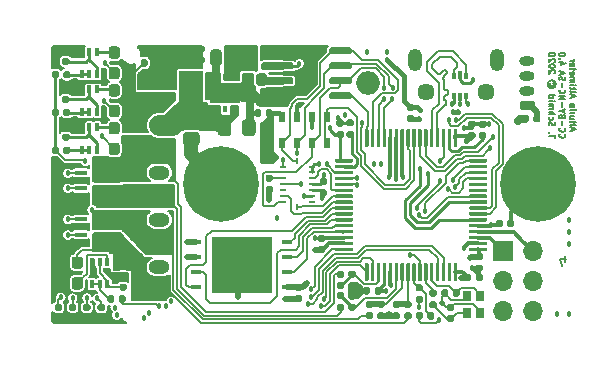
<source format=gbl>
G04 #@! TF.GenerationSoftware,KiCad,Pcbnew,5.1.6*
G04 #@! TF.CreationDate,2020-06-25T22:37:20+02:00*
G04 #@! TF.ProjectId,altimeter,616c7469-6d65-4746-9572-2e6b69636164,V 1.2 Rev. A*
G04 #@! TF.SameCoordinates,Original*
G04 #@! TF.FileFunction,Copper,L4,Bot*
G04 #@! TF.FilePolarity,Positive*
%FSLAX46Y46*%
G04 Gerber Fmt 4.6, Leading zero omitted, Abs format (unit mm)*
G04 Created by KiCad (PCBNEW 5.1.6) date 2020-06-25 22:37:20*
%MOMM*%
%LPD*%
G01*
G04 APERTURE LIST*
G04 #@! TA.AperFunction,NonConductor*
%ADD10C,0.127000*%
G04 #@! TD*
G04 #@! TA.AperFunction,NonConductor*
%ADD11C,0.160000*%
G04 #@! TD*
G04 #@! TA.AperFunction,ComponentPad*
%ADD12O,2.000000X2.000000*%
G04 #@! TD*
G04 #@! TA.AperFunction,ComponentPad*
%ADD13R,2.000000X2.000000*%
G04 #@! TD*
G04 #@! TA.AperFunction,SMDPad,CuDef*
%ADD14R,0.800000X0.900000*%
G04 #@! TD*
G04 #@! TA.AperFunction,SMDPad,CuDef*
%ADD15R,0.450000X0.630000*%
G04 #@! TD*
G04 #@! TA.AperFunction,SMDPad,CuDef*
%ADD16R,2.600000X1.700000*%
G04 #@! TD*
G04 #@! TA.AperFunction,SMDPad,CuDef*
%ADD17R,0.900000X0.450000*%
G04 #@! TD*
G04 #@! TA.AperFunction,SMDPad,CuDef*
%ADD18R,5.150000X4.800000*%
G04 #@! TD*
G04 #@! TA.AperFunction,SMDPad,CuDef*
%ADD19R,0.375000X0.500000*%
G04 #@! TD*
G04 #@! TA.AperFunction,SMDPad,CuDef*
%ADD20R,0.300000X0.650000*%
G04 #@! TD*
G04 #@! TA.AperFunction,SMDPad,CuDef*
%ADD21R,0.250000X0.575000*%
G04 #@! TD*
G04 #@! TA.AperFunction,SMDPad,CuDef*
%ADD22R,0.575000X0.250000*%
G04 #@! TD*
G04 #@! TA.AperFunction,ComponentPad*
%ADD23O,1.700000X1.700000*%
G04 #@! TD*
G04 #@! TA.AperFunction,ComponentPad*
%ADD24R,1.700000X1.700000*%
G04 #@! TD*
G04 #@! TA.AperFunction,ComponentPad*
%ADD25O,1.800000X1.200000*%
G04 #@! TD*
G04 #@! TA.AperFunction,SMDPad,CuDef*
%ADD26R,0.400000X0.650000*%
G04 #@! TD*
G04 #@! TA.AperFunction,ComponentPad*
%ADD27C,0.800000*%
G04 #@! TD*
G04 #@! TA.AperFunction,ComponentPad*
%ADD28C,6.400000*%
G04 #@! TD*
G04 #@! TA.AperFunction,ComponentPad*
%ADD29O,1.200000X1.900000*%
G04 #@! TD*
G04 #@! TA.AperFunction,ComponentPad*
%ADD30C,1.450000*%
G04 #@! TD*
G04 #@! TA.AperFunction,SMDPad,CuDef*
%ADD31C,0.100000*%
G04 #@! TD*
G04 #@! TA.AperFunction,SMDPad,CuDef*
%ADD32R,0.990000X0.405000*%
G04 #@! TD*
G04 #@! TA.AperFunction,ComponentPad*
%ADD33O,1.300000X0.800000*%
G04 #@! TD*
G04 #@! TA.AperFunction,SMDPad,CuDef*
%ADD34R,0.550000X0.950000*%
G04 #@! TD*
G04 #@! TA.AperFunction,ViaPad*
%ADD35C,0.457200*%
G04 #@! TD*
G04 #@! TA.AperFunction,ViaPad*
%ADD36C,0.482600*%
G04 #@! TD*
G04 #@! TA.AperFunction,ViaPad*
%ADD37C,0.508000*%
G04 #@! TD*
G04 #@! TA.AperFunction,Conductor*
%ADD38C,0.250000*%
G04 #@! TD*
G04 #@! TA.AperFunction,Conductor*
%ADD39C,0.152400*%
G04 #@! TD*
G04 #@! TA.AperFunction,Conductor*
%ADD40C,0.254000*%
G04 #@! TD*
G04 #@! TA.AperFunction,Conductor*
%ADD41C,1.270000*%
G04 #@! TD*
G04 #@! TA.AperFunction,Conductor*
%ADD42C,0.457200*%
G04 #@! TD*
G04 #@! TA.AperFunction,Conductor*
%ADD43C,0.635000*%
G04 #@! TD*
G04 #@! TA.AperFunction,Conductor*
%ADD44C,0.355600*%
G04 #@! TD*
G04 #@! TA.AperFunction,Conductor*
%ADD45C,0.482600*%
G04 #@! TD*
G04 #@! TA.AperFunction,Conductor*
%ADD46C,0.508000*%
G04 #@! TD*
G04 #@! TA.AperFunction,Conductor*
%ADD47C,0.330200*%
G04 #@! TD*
G04 #@! TA.AperFunction,Conductor*
%ADD48C,0.304800*%
G04 #@! TD*
G04 #@! TA.AperFunction,Conductor*
%ADD49C,0.431800*%
G04 #@! TD*
G04 #@! TA.AperFunction,Conductor*
%ADD50C,0.279400*%
G04 #@! TD*
G04 #@! TA.AperFunction,Conductor*
%ADD51C,0.177800*%
G04 #@! TD*
G04 #@! TA.AperFunction,Conductor*
%ADD52C,1.143000*%
G04 #@! TD*
G04 #@! TA.AperFunction,Conductor*
%ADD53C,0.228600*%
G04 #@! TD*
G04 #@! TA.AperFunction,Conductor*
%ADD54C,0.203200*%
G04 #@! TD*
G04 #@! TA.AperFunction,Conductor*
%ADD55C,1.016000*%
G04 #@! TD*
G04 #@! TA.AperFunction,Conductor*
%ADD56C,1.778000*%
G04 #@! TD*
G04 #@! TA.AperFunction,Conductor*
%ADD57C,0.200000*%
G04 #@! TD*
G04 #@! TA.AperFunction,Conductor*
%ADD58C,0.160000*%
G04 #@! TD*
G04 APERTURE END LIST*
D10*
X182244333Y-104463809D02*
X182244333Y-104221904D01*
X182099190Y-104512190D02*
X182607190Y-104342857D01*
X182099190Y-104173523D01*
X182099190Y-103931619D02*
X182123380Y-103980000D01*
X182171761Y-104004190D01*
X182607190Y-104004190D01*
X182437857Y-103810666D02*
X182437857Y-103617142D01*
X182607190Y-103738095D02*
X182171761Y-103738095D01*
X182123380Y-103713904D01*
X182099190Y-103665523D01*
X182099190Y-103617142D01*
X182437857Y-103230095D02*
X182099190Y-103230095D01*
X182437857Y-103447809D02*
X182171761Y-103447809D01*
X182123380Y-103423619D01*
X182099190Y-103375238D01*
X182099190Y-103302666D01*
X182123380Y-103254285D01*
X182147571Y-103230095D01*
X182099190Y-102988190D02*
X182437857Y-102988190D01*
X182341095Y-102988190D02*
X182389476Y-102964000D01*
X182413666Y-102939809D01*
X182437857Y-102891428D01*
X182437857Y-102843047D01*
X182099190Y-102673714D02*
X182437857Y-102673714D01*
X182607190Y-102673714D02*
X182583000Y-102697904D01*
X182558809Y-102673714D01*
X182583000Y-102649523D01*
X182607190Y-102673714D01*
X182558809Y-102673714D01*
X182099190Y-102214095D02*
X182365285Y-102214095D01*
X182413666Y-102238285D01*
X182437857Y-102286666D01*
X182437857Y-102383428D01*
X182413666Y-102431809D01*
X182123380Y-102214095D02*
X182099190Y-102262476D01*
X182099190Y-102383428D01*
X182123380Y-102431809D01*
X182171761Y-102456000D01*
X182220142Y-102456000D01*
X182268523Y-102431809D01*
X182292714Y-102383428D01*
X182292714Y-102262476D01*
X182316904Y-102214095D01*
X182244333Y-101609333D02*
X182244333Y-101367428D01*
X182099190Y-101657714D02*
X182607190Y-101488380D01*
X182099190Y-101319047D01*
X182099190Y-101077142D02*
X182123380Y-101125523D01*
X182171761Y-101149714D01*
X182607190Y-101149714D01*
X182437857Y-100956190D02*
X182437857Y-100762666D01*
X182607190Y-100883619D02*
X182171761Y-100883619D01*
X182123380Y-100859428D01*
X182099190Y-100811047D01*
X182099190Y-100762666D01*
X182099190Y-100593333D02*
X182437857Y-100593333D01*
X182607190Y-100593333D02*
X182583000Y-100617523D01*
X182558809Y-100593333D01*
X182583000Y-100569142D01*
X182607190Y-100593333D01*
X182558809Y-100593333D01*
X182099190Y-100351428D02*
X182437857Y-100351428D01*
X182389476Y-100351428D02*
X182413666Y-100327238D01*
X182437857Y-100278857D01*
X182437857Y-100206285D01*
X182413666Y-100157904D01*
X182365285Y-100133714D01*
X182099190Y-100133714D01*
X182365285Y-100133714D02*
X182413666Y-100109523D01*
X182437857Y-100061142D01*
X182437857Y-99988571D01*
X182413666Y-99940190D01*
X182365285Y-99916000D01*
X182099190Y-99916000D01*
X182123380Y-99480571D02*
X182099190Y-99528952D01*
X182099190Y-99625714D01*
X182123380Y-99674095D01*
X182171761Y-99698285D01*
X182365285Y-99698285D01*
X182413666Y-99674095D01*
X182437857Y-99625714D01*
X182437857Y-99528952D01*
X182413666Y-99480571D01*
X182365285Y-99456380D01*
X182316904Y-99456380D01*
X182268523Y-99698285D01*
X182437857Y-99311238D02*
X182437857Y-99117714D01*
X182607190Y-99238666D02*
X182171761Y-99238666D01*
X182123380Y-99214476D01*
X182099190Y-99166095D01*
X182099190Y-99117714D01*
X182123380Y-98754857D02*
X182099190Y-98803238D01*
X182099190Y-98900000D01*
X182123380Y-98948380D01*
X182171761Y-98972571D01*
X182365285Y-98972571D01*
X182413666Y-98948380D01*
X182437857Y-98900000D01*
X182437857Y-98803238D01*
X182413666Y-98754857D01*
X182365285Y-98730666D01*
X182316904Y-98730666D01*
X182268523Y-98972571D01*
X182099190Y-98512952D02*
X182437857Y-98512952D01*
X182341095Y-98512952D02*
X182389476Y-98488761D01*
X182413666Y-98464571D01*
X182437857Y-98416190D01*
X182437857Y-98367809D01*
X181258571Y-104729904D02*
X181234380Y-104754095D01*
X181210190Y-104826666D01*
X181210190Y-104875047D01*
X181234380Y-104947619D01*
X181282761Y-104996000D01*
X181331142Y-105020190D01*
X181427904Y-105044380D01*
X181500476Y-105044380D01*
X181597238Y-105020190D01*
X181645619Y-104996000D01*
X181694000Y-104947619D01*
X181718190Y-104875047D01*
X181718190Y-104826666D01*
X181694000Y-104754095D01*
X181669809Y-104729904D01*
X181258571Y-104221904D02*
X181234380Y-104246095D01*
X181210190Y-104318666D01*
X181210190Y-104367047D01*
X181234380Y-104439619D01*
X181282761Y-104488000D01*
X181331142Y-104512190D01*
X181427904Y-104536380D01*
X181500476Y-104536380D01*
X181597238Y-104512190D01*
X181645619Y-104488000D01*
X181694000Y-104439619D01*
X181718190Y-104367047D01*
X181718190Y-104318666D01*
X181694000Y-104246095D01*
X181669809Y-104221904D01*
X181403714Y-104004190D02*
X181403714Y-103617142D01*
X181476285Y-103205904D02*
X181452095Y-103133333D01*
X181427904Y-103109142D01*
X181379523Y-103084952D01*
X181306952Y-103084952D01*
X181258571Y-103109142D01*
X181234380Y-103133333D01*
X181210190Y-103181714D01*
X181210190Y-103375238D01*
X181718190Y-103375238D01*
X181718190Y-103205904D01*
X181694000Y-103157523D01*
X181669809Y-103133333D01*
X181621428Y-103109142D01*
X181573047Y-103109142D01*
X181524666Y-103133333D01*
X181500476Y-103157523D01*
X181476285Y-103205904D01*
X181476285Y-103375238D01*
X181452095Y-102770476D02*
X181210190Y-102770476D01*
X181718190Y-102939809D02*
X181452095Y-102770476D01*
X181718190Y-102601142D01*
X181403714Y-102431809D02*
X181403714Y-102044761D01*
X181210190Y-101802857D02*
X181718190Y-101802857D01*
X181210190Y-101512571D01*
X181718190Y-101512571D01*
X181258571Y-100980380D02*
X181234380Y-101004571D01*
X181210190Y-101077142D01*
X181210190Y-101125523D01*
X181234380Y-101198095D01*
X181282761Y-101246476D01*
X181331142Y-101270666D01*
X181427904Y-101294857D01*
X181500476Y-101294857D01*
X181597238Y-101270666D01*
X181645619Y-101246476D01*
X181694000Y-101198095D01*
X181718190Y-101125523D01*
X181718190Y-101077142D01*
X181694000Y-101004571D01*
X181669809Y-100980380D01*
X181403714Y-100762666D02*
X181403714Y-100375619D01*
X181234380Y-100157904D02*
X181210190Y-100085333D01*
X181210190Y-99964380D01*
X181234380Y-99916000D01*
X181258571Y-99891809D01*
X181306952Y-99867619D01*
X181355333Y-99867619D01*
X181403714Y-99891809D01*
X181427904Y-99916000D01*
X181452095Y-99964380D01*
X181476285Y-100061142D01*
X181500476Y-100109523D01*
X181524666Y-100133714D01*
X181573047Y-100157904D01*
X181621428Y-100157904D01*
X181669809Y-100133714D01*
X181694000Y-100109523D01*
X181718190Y-100061142D01*
X181718190Y-99940190D01*
X181694000Y-99867619D01*
X181355333Y-99674095D02*
X181355333Y-99432190D01*
X181210190Y-99722476D02*
X181718190Y-99553142D01*
X181210190Y-99383809D01*
X181548857Y-98609714D02*
X181210190Y-98609714D01*
X181742380Y-98730666D02*
X181379523Y-98851619D01*
X181379523Y-98537142D01*
X181258571Y-98343619D02*
X181234380Y-98319428D01*
X181210190Y-98343619D01*
X181234380Y-98367809D01*
X181258571Y-98343619D01*
X181210190Y-98343619D01*
X181718190Y-98004952D02*
X181718190Y-97956571D01*
X181694000Y-97908190D01*
X181669809Y-97884000D01*
X181621428Y-97859809D01*
X181524666Y-97835619D01*
X181403714Y-97835619D01*
X181306952Y-97859809D01*
X181258571Y-97884000D01*
X181234380Y-97908190D01*
X181210190Y-97956571D01*
X181210190Y-98004952D01*
X181234380Y-98053333D01*
X181258571Y-98077523D01*
X181306952Y-98101714D01*
X181403714Y-98125904D01*
X181524666Y-98125904D01*
X181621428Y-98101714D01*
X181669809Y-98077523D01*
X181694000Y-98053333D01*
X181718190Y-98004952D01*
X180829190Y-105068571D02*
X180829190Y-104778285D01*
X180321190Y-104923428D02*
X180829190Y-104923428D01*
X180369571Y-104608952D02*
X180345380Y-104584761D01*
X180321190Y-104608952D01*
X180345380Y-104633142D01*
X180369571Y-104608952D01*
X180321190Y-104608952D01*
X180345380Y-104004190D02*
X180321190Y-103931619D01*
X180321190Y-103810666D01*
X180345380Y-103762285D01*
X180369571Y-103738095D01*
X180417952Y-103713904D01*
X180466333Y-103713904D01*
X180514714Y-103738095D01*
X180538904Y-103762285D01*
X180563095Y-103810666D01*
X180587285Y-103907428D01*
X180611476Y-103955809D01*
X180635666Y-103980000D01*
X180684047Y-104004190D01*
X180732428Y-104004190D01*
X180780809Y-103980000D01*
X180805000Y-103955809D01*
X180829190Y-103907428D01*
X180829190Y-103786476D01*
X180805000Y-103713904D01*
X180345380Y-103278476D02*
X180321190Y-103326857D01*
X180321190Y-103423619D01*
X180345380Y-103472000D01*
X180369571Y-103496190D01*
X180417952Y-103520380D01*
X180563095Y-103520380D01*
X180611476Y-103496190D01*
X180635666Y-103472000D01*
X180659857Y-103423619D01*
X180659857Y-103326857D01*
X180635666Y-103278476D01*
X180321190Y-103060761D02*
X180829190Y-103060761D01*
X180321190Y-102843047D02*
X180587285Y-102843047D01*
X180635666Y-102867238D01*
X180659857Y-102915619D01*
X180659857Y-102988190D01*
X180635666Y-103036571D01*
X180611476Y-103060761D01*
X180321190Y-102601142D02*
X180659857Y-102601142D01*
X180611476Y-102601142D02*
X180635666Y-102576952D01*
X180659857Y-102528571D01*
X180659857Y-102456000D01*
X180635666Y-102407619D01*
X180587285Y-102383428D01*
X180321190Y-102383428D01*
X180587285Y-102383428D02*
X180635666Y-102359238D01*
X180659857Y-102310857D01*
X180659857Y-102238285D01*
X180635666Y-102189904D01*
X180587285Y-102165714D01*
X180321190Y-102165714D01*
X180321190Y-101923809D02*
X180659857Y-101923809D01*
X180829190Y-101923809D02*
X180805000Y-101948000D01*
X180780809Y-101923809D01*
X180805000Y-101899619D01*
X180829190Y-101923809D01*
X180780809Y-101923809D01*
X180321190Y-101464190D02*
X180829190Y-101464190D01*
X180345380Y-101464190D02*
X180321190Y-101512571D01*
X180321190Y-101609333D01*
X180345380Y-101657714D01*
X180369571Y-101681904D01*
X180417952Y-101706095D01*
X180563095Y-101706095D01*
X180611476Y-101681904D01*
X180635666Y-101657714D01*
X180659857Y-101609333D01*
X180659857Y-101512571D01*
X180635666Y-101464190D01*
X180708238Y-100424000D02*
X180732428Y-100472380D01*
X180732428Y-100569142D01*
X180708238Y-100617523D01*
X180659857Y-100665904D01*
X180611476Y-100690095D01*
X180514714Y-100690095D01*
X180466333Y-100665904D01*
X180417952Y-100617523D01*
X180393761Y-100569142D01*
X180393761Y-100472380D01*
X180417952Y-100424000D01*
X180901761Y-100520761D02*
X180877571Y-100641714D01*
X180805000Y-100762666D01*
X180684047Y-100835238D01*
X180563095Y-100859428D01*
X180442142Y-100835238D01*
X180321190Y-100762666D01*
X180248619Y-100641714D01*
X180224428Y-100520761D01*
X180248619Y-100399809D01*
X180321190Y-100278857D01*
X180442142Y-100206285D01*
X180563095Y-100182095D01*
X180684047Y-100206285D01*
X180805000Y-100278857D01*
X180877571Y-100399809D01*
X180901761Y-100520761D01*
X180780809Y-99601523D02*
X180805000Y-99577333D01*
X180829190Y-99528952D01*
X180829190Y-99408000D01*
X180805000Y-99359619D01*
X180780809Y-99335428D01*
X180732428Y-99311238D01*
X180684047Y-99311238D01*
X180611476Y-99335428D01*
X180321190Y-99625714D01*
X180321190Y-99311238D01*
X180829190Y-98996761D02*
X180829190Y-98948380D01*
X180805000Y-98900000D01*
X180780809Y-98875809D01*
X180732428Y-98851619D01*
X180635666Y-98827428D01*
X180514714Y-98827428D01*
X180417952Y-98851619D01*
X180369571Y-98875809D01*
X180345380Y-98900000D01*
X180321190Y-98948380D01*
X180321190Y-98996761D01*
X180345380Y-99045142D01*
X180369571Y-99069333D01*
X180417952Y-99093523D01*
X180514714Y-99117714D01*
X180635666Y-99117714D01*
X180732428Y-99093523D01*
X180780809Y-99069333D01*
X180805000Y-99045142D01*
X180829190Y-98996761D01*
X180780809Y-98633904D02*
X180805000Y-98609714D01*
X180829190Y-98561333D01*
X180829190Y-98440380D01*
X180805000Y-98392000D01*
X180780809Y-98367809D01*
X180732428Y-98343619D01*
X180684047Y-98343619D01*
X180611476Y-98367809D01*
X180321190Y-98658095D01*
X180321190Y-98343619D01*
X180829190Y-98029142D02*
X180829190Y-97980761D01*
X180805000Y-97932380D01*
X180780809Y-97908190D01*
X180732428Y-97884000D01*
X180635666Y-97859809D01*
X180514714Y-97859809D01*
X180417952Y-97884000D01*
X180369571Y-97908190D01*
X180345380Y-97932380D01*
X180321190Y-97980761D01*
X180321190Y-98029142D01*
X180345380Y-98077523D01*
X180369571Y-98101714D01*
X180417952Y-98125904D01*
X180514714Y-98150095D01*
X180635666Y-98150095D01*
X180732428Y-98125904D01*
X180780809Y-98101714D01*
X180805000Y-98077523D01*
X180829190Y-98029142D01*
D11*
X181652380Y-115571428D02*
X181652380Y-115038095D01*
X181461904Y-115876190D02*
X181271428Y-115304761D01*
X181766666Y-115304761D01*
G04 #@! TA.AperFunction,SMDPad,CuDef*
G36*
G01*
X170672500Y-118510000D02*
X170327500Y-118510000D01*
G75*
G02*
X170180000Y-118362500I0J147500D01*
G01*
X170180000Y-118067500D01*
G75*
G02*
X170327500Y-117920000I147500J0D01*
G01*
X170672500Y-117920000D01*
G75*
G02*
X170820000Y-118067500I0J-147500D01*
G01*
X170820000Y-118362500D01*
G75*
G02*
X170672500Y-118510000I-147500J0D01*
G01*
G37*
G04 #@! TD.AperFunction*
G04 #@! TA.AperFunction,SMDPad,CuDef*
G36*
G01*
X170672500Y-119480000D02*
X170327500Y-119480000D01*
G75*
G02*
X170180000Y-119332500I0J147500D01*
G01*
X170180000Y-119037500D01*
G75*
G02*
X170327500Y-118890000I147500J0D01*
G01*
X170672500Y-118890000D01*
G75*
G02*
X170820000Y-119037500I0J-147500D01*
G01*
X170820000Y-119332500D01*
G75*
G02*
X170672500Y-119480000I-147500J0D01*
G01*
G37*
G04 #@! TD.AperFunction*
D12*
X165000000Y-100400000D03*
D13*
X150000000Y-100400000D03*
G04 #@! TA.AperFunction,SMDPad,CuDef*
G36*
G01*
X149599999Y-104560000D02*
X150500001Y-104560000D01*
G75*
G02*
X150750000Y-104809999I0J-249999D01*
G01*
X150750000Y-105460001D01*
G75*
G02*
X150500001Y-105710000I-249999J0D01*
G01*
X149599999Y-105710000D01*
G75*
G02*
X149350000Y-105460001I0J249999D01*
G01*
X149350000Y-104809999D01*
G75*
G02*
X149599999Y-104560000I249999J0D01*
G01*
G37*
G04 #@! TD.AperFunction*
G04 #@! TA.AperFunction,SMDPad,CuDef*
G36*
G01*
X149599999Y-102510000D02*
X150500001Y-102510000D01*
G75*
G02*
X150750000Y-102759999I0J-249999D01*
G01*
X150750000Y-103410001D01*
G75*
G02*
X150500001Y-103660000I-249999J0D01*
G01*
X149599999Y-103660000D01*
G75*
G02*
X149350000Y-103410001I0J249999D01*
G01*
X149350000Y-102759999D01*
G75*
G02*
X149599999Y-102510000I249999J0D01*
G01*
G37*
G04 #@! TD.AperFunction*
G04 #@! TA.AperFunction,SMDPad,CuDef*
G36*
G01*
X168427500Y-103140000D02*
X168772500Y-103140000D01*
G75*
G02*
X168920000Y-103287500I0J-147500D01*
G01*
X168920000Y-103582500D01*
G75*
G02*
X168772500Y-103730000I-147500J0D01*
G01*
X168427500Y-103730000D01*
G75*
G02*
X168280000Y-103582500I0J147500D01*
G01*
X168280000Y-103287500D01*
G75*
G02*
X168427500Y-103140000I147500J0D01*
G01*
G37*
G04 #@! TD.AperFunction*
G04 #@! TA.AperFunction,SMDPad,CuDef*
G36*
G01*
X168427500Y-102170000D02*
X168772500Y-102170000D01*
G75*
G02*
X168920000Y-102317500I0J-147500D01*
G01*
X168920000Y-102612500D01*
G75*
G02*
X168772500Y-102760000I-147500J0D01*
G01*
X168427500Y-102760000D01*
G75*
G02*
X168280000Y-102612500I0J147500D01*
G01*
X168280000Y-102317500D01*
G75*
G02*
X168427500Y-102170000I147500J0D01*
G01*
G37*
G04 #@! TD.AperFunction*
G04 #@! TA.AperFunction,SMDPad,CuDef*
G36*
G01*
X163327500Y-104470000D02*
X163672500Y-104470000D01*
G75*
G02*
X163820000Y-104617500I0J-147500D01*
G01*
X163820000Y-104912500D01*
G75*
G02*
X163672500Y-105060000I-147500J0D01*
G01*
X163327500Y-105060000D01*
G75*
G02*
X163180000Y-104912500I0J147500D01*
G01*
X163180000Y-104617500D01*
G75*
G02*
X163327500Y-104470000I147500J0D01*
G01*
G37*
G04 #@! TD.AperFunction*
G04 #@! TA.AperFunction,SMDPad,CuDef*
G36*
G01*
X163327500Y-103500000D02*
X163672500Y-103500000D01*
G75*
G02*
X163820000Y-103647500I0J-147500D01*
G01*
X163820000Y-103942500D01*
G75*
G02*
X163672500Y-104090000I-147500J0D01*
G01*
X163327500Y-104090000D01*
G75*
G02*
X163180000Y-103942500I0J147500D01*
G01*
X163180000Y-103647500D01*
G75*
G02*
X163327500Y-103500000I147500J0D01*
G01*
G37*
G04 #@! TD.AperFunction*
G04 #@! TA.AperFunction,SMDPad,CuDef*
G36*
G01*
X176800000Y-112472500D02*
X176800000Y-112127500D01*
G75*
G02*
X176947500Y-111980000I147500J0D01*
G01*
X177242500Y-111980000D01*
G75*
G02*
X177390000Y-112127500I0J-147500D01*
G01*
X177390000Y-112472500D01*
G75*
G02*
X177242500Y-112620000I-147500J0D01*
G01*
X176947500Y-112620000D01*
G75*
G02*
X176800000Y-112472500I0J147500D01*
G01*
G37*
G04 #@! TD.AperFunction*
G04 #@! TA.AperFunction,SMDPad,CuDef*
G36*
G01*
X175830000Y-112472500D02*
X175830000Y-112127500D01*
G75*
G02*
X175977500Y-111980000I147500J0D01*
G01*
X176272500Y-111980000D01*
G75*
G02*
X176420000Y-112127500I0J-147500D01*
G01*
X176420000Y-112472500D01*
G75*
G02*
X176272500Y-112620000I-147500J0D01*
G01*
X175977500Y-112620000D01*
G75*
G02*
X175830000Y-112472500I0J147500D01*
G01*
G37*
G04 #@! TD.AperFunction*
D14*
X173420000Y-118460000D03*
X173420000Y-119860000D03*
X174520000Y-119860000D03*
X174520000Y-118460000D03*
G04 #@! TA.AperFunction,SMDPad,CuDef*
G36*
G01*
X174537500Y-104560000D02*
X174882500Y-104560000D01*
G75*
G02*
X175030000Y-104707500I0J-147500D01*
G01*
X175030000Y-105002500D01*
G75*
G02*
X174882500Y-105150000I-147500J0D01*
G01*
X174537500Y-105150000D01*
G75*
G02*
X174390000Y-105002500I0J147500D01*
G01*
X174390000Y-104707500D01*
G75*
G02*
X174537500Y-104560000I147500J0D01*
G01*
G37*
G04 #@! TD.AperFunction*
G04 #@! TA.AperFunction,SMDPad,CuDef*
G36*
G01*
X174537500Y-103590000D02*
X174882500Y-103590000D01*
G75*
G02*
X175030000Y-103737500I0J-147500D01*
G01*
X175030000Y-104032500D01*
G75*
G02*
X174882500Y-104180000I-147500J0D01*
G01*
X174537500Y-104180000D01*
G75*
G02*
X174390000Y-104032500I0J147500D01*
G01*
X174390000Y-103737500D01*
G75*
G02*
X174537500Y-103590000I147500J0D01*
G01*
G37*
G04 #@! TD.AperFunction*
G04 #@! TA.AperFunction,SMDPad,CuDef*
G36*
G01*
X154350000Y-104650001D02*
X154350000Y-103749999D01*
G75*
G02*
X154599999Y-103500000I249999J0D01*
G01*
X155250001Y-103500000D01*
G75*
G02*
X155500000Y-103749999I0J-249999D01*
G01*
X155500000Y-104650001D01*
G75*
G02*
X155250001Y-104900000I-249999J0D01*
G01*
X154599999Y-104900000D01*
G75*
G02*
X154350000Y-104650001I0J249999D01*
G01*
G37*
G04 #@! TD.AperFunction*
G04 #@! TA.AperFunction,SMDPad,CuDef*
G36*
G01*
X152300000Y-104650001D02*
X152300000Y-103749999D01*
G75*
G02*
X152549999Y-103500000I249999J0D01*
G01*
X153200001Y-103500000D01*
G75*
G02*
X153450000Y-103749999I0J-249999D01*
G01*
X153450000Y-104650001D01*
G75*
G02*
X153200001Y-104900000I-249999J0D01*
G01*
X152549999Y-104900000D01*
G75*
G02*
X152300000Y-104650001I0J249999D01*
G01*
G37*
G04 #@! TD.AperFunction*
G04 #@! TA.AperFunction,SMDPad,CuDef*
G36*
G01*
X156087500Y-98690000D02*
X156432500Y-98690000D01*
G75*
G02*
X156580000Y-98837500I0J-147500D01*
G01*
X156580000Y-99132500D01*
G75*
G02*
X156432500Y-99280000I-147500J0D01*
G01*
X156087500Y-99280000D01*
G75*
G02*
X155940000Y-99132500I0J147500D01*
G01*
X155940000Y-98837500D01*
G75*
G02*
X156087500Y-98690000I147500J0D01*
G01*
G37*
G04 #@! TD.AperFunction*
G04 #@! TA.AperFunction,SMDPad,CuDef*
G36*
G01*
X156087500Y-97720000D02*
X156432500Y-97720000D01*
G75*
G02*
X156580000Y-97867500I0J-147500D01*
G01*
X156580000Y-98162500D01*
G75*
G02*
X156432500Y-98310000I-147500J0D01*
G01*
X156087500Y-98310000D01*
G75*
G02*
X155940000Y-98162500I0J147500D01*
G01*
X155940000Y-97867500D01*
G75*
G02*
X156087500Y-97720000I147500J0D01*
G01*
G37*
G04 #@! TD.AperFunction*
G04 #@! TA.AperFunction,SMDPad,CuDef*
G36*
G01*
X162832500Y-104100000D02*
X162487500Y-104100000D01*
G75*
G02*
X162340000Y-103952500I0J147500D01*
G01*
X162340000Y-103657500D01*
G75*
G02*
X162487500Y-103510000I147500J0D01*
G01*
X162832500Y-103510000D01*
G75*
G02*
X162980000Y-103657500I0J-147500D01*
G01*
X162980000Y-103952500D01*
G75*
G02*
X162832500Y-104100000I-147500J0D01*
G01*
G37*
G04 #@! TD.AperFunction*
G04 #@! TA.AperFunction,SMDPad,CuDef*
G36*
G01*
X162832500Y-105070000D02*
X162487500Y-105070000D01*
G75*
G02*
X162340000Y-104922500I0J147500D01*
G01*
X162340000Y-104627500D01*
G75*
G02*
X162487500Y-104480000I147500J0D01*
G01*
X162832500Y-104480000D01*
G75*
G02*
X162980000Y-104627500I0J-147500D01*
G01*
X162980000Y-104922500D01*
G75*
G02*
X162832500Y-105070000I-147500J0D01*
G01*
G37*
G04 #@! TD.AperFunction*
G04 #@! TA.AperFunction,SMDPad,CuDef*
G36*
G01*
X175031000Y-114644000D02*
X173631000Y-114644000D01*
G75*
G02*
X173556000Y-114569000I0J75000D01*
G01*
X173556000Y-114419000D01*
G75*
G02*
X173631000Y-114344000I75000J0D01*
G01*
X175031000Y-114344000D01*
G75*
G02*
X175106000Y-114419000I0J-75000D01*
G01*
X175106000Y-114569000D01*
G75*
G02*
X175031000Y-114644000I-75000J0D01*
G01*
G37*
G04 #@! TD.AperFunction*
G04 #@! TA.AperFunction,SMDPad,CuDef*
G36*
G01*
X175031000Y-114144000D02*
X173631000Y-114144000D01*
G75*
G02*
X173556000Y-114069000I0J75000D01*
G01*
X173556000Y-113919000D01*
G75*
G02*
X173631000Y-113844000I75000J0D01*
G01*
X175031000Y-113844000D01*
G75*
G02*
X175106000Y-113919000I0J-75000D01*
G01*
X175106000Y-114069000D01*
G75*
G02*
X175031000Y-114144000I-75000J0D01*
G01*
G37*
G04 #@! TD.AperFunction*
G04 #@! TA.AperFunction,SMDPad,CuDef*
G36*
G01*
X175031000Y-113644000D02*
X173631000Y-113644000D01*
G75*
G02*
X173556000Y-113569000I0J75000D01*
G01*
X173556000Y-113419000D01*
G75*
G02*
X173631000Y-113344000I75000J0D01*
G01*
X175031000Y-113344000D01*
G75*
G02*
X175106000Y-113419000I0J-75000D01*
G01*
X175106000Y-113569000D01*
G75*
G02*
X175031000Y-113644000I-75000J0D01*
G01*
G37*
G04 #@! TD.AperFunction*
G04 #@! TA.AperFunction,SMDPad,CuDef*
G36*
G01*
X175031000Y-113144000D02*
X173631000Y-113144000D01*
G75*
G02*
X173556000Y-113069000I0J75000D01*
G01*
X173556000Y-112919000D01*
G75*
G02*
X173631000Y-112844000I75000J0D01*
G01*
X175031000Y-112844000D01*
G75*
G02*
X175106000Y-112919000I0J-75000D01*
G01*
X175106000Y-113069000D01*
G75*
G02*
X175031000Y-113144000I-75000J0D01*
G01*
G37*
G04 #@! TD.AperFunction*
G04 #@! TA.AperFunction,SMDPad,CuDef*
G36*
G01*
X175031000Y-112644000D02*
X173631000Y-112644000D01*
G75*
G02*
X173556000Y-112569000I0J75000D01*
G01*
X173556000Y-112419000D01*
G75*
G02*
X173631000Y-112344000I75000J0D01*
G01*
X175031000Y-112344000D01*
G75*
G02*
X175106000Y-112419000I0J-75000D01*
G01*
X175106000Y-112569000D01*
G75*
G02*
X175031000Y-112644000I-75000J0D01*
G01*
G37*
G04 #@! TD.AperFunction*
G04 #@! TA.AperFunction,SMDPad,CuDef*
G36*
G01*
X175031000Y-112144000D02*
X173631000Y-112144000D01*
G75*
G02*
X173556000Y-112069000I0J75000D01*
G01*
X173556000Y-111919000D01*
G75*
G02*
X173631000Y-111844000I75000J0D01*
G01*
X175031000Y-111844000D01*
G75*
G02*
X175106000Y-111919000I0J-75000D01*
G01*
X175106000Y-112069000D01*
G75*
G02*
X175031000Y-112144000I-75000J0D01*
G01*
G37*
G04 #@! TD.AperFunction*
G04 #@! TA.AperFunction,SMDPad,CuDef*
G36*
G01*
X175031000Y-111644000D02*
X173631000Y-111644000D01*
G75*
G02*
X173556000Y-111569000I0J75000D01*
G01*
X173556000Y-111419000D01*
G75*
G02*
X173631000Y-111344000I75000J0D01*
G01*
X175031000Y-111344000D01*
G75*
G02*
X175106000Y-111419000I0J-75000D01*
G01*
X175106000Y-111569000D01*
G75*
G02*
X175031000Y-111644000I-75000J0D01*
G01*
G37*
G04 #@! TD.AperFunction*
G04 #@! TA.AperFunction,SMDPad,CuDef*
G36*
G01*
X175031000Y-111144000D02*
X173631000Y-111144000D01*
G75*
G02*
X173556000Y-111069000I0J75000D01*
G01*
X173556000Y-110919000D01*
G75*
G02*
X173631000Y-110844000I75000J0D01*
G01*
X175031000Y-110844000D01*
G75*
G02*
X175106000Y-110919000I0J-75000D01*
G01*
X175106000Y-111069000D01*
G75*
G02*
X175031000Y-111144000I-75000J0D01*
G01*
G37*
G04 #@! TD.AperFunction*
G04 #@! TA.AperFunction,SMDPad,CuDef*
G36*
G01*
X175031000Y-110644000D02*
X173631000Y-110644000D01*
G75*
G02*
X173556000Y-110569000I0J75000D01*
G01*
X173556000Y-110419000D01*
G75*
G02*
X173631000Y-110344000I75000J0D01*
G01*
X175031000Y-110344000D01*
G75*
G02*
X175106000Y-110419000I0J-75000D01*
G01*
X175106000Y-110569000D01*
G75*
G02*
X175031000Y-110644000I-75000J0D01*
G01*
G37*
G04 #@! TD.AperFunction*
G04 #@! TA.AperFunction,SMDPad,CuDef*
G36*
G01*
X175031000Y-110144000D02*
X173631000Y-110144000D01*
G75*
G02*
X173556000Y-110069000I0J75000D01*
G01*
X173556000Y-109919000D01*
G75*
G02*
X173631000Y-109844000I75000J0D01*
G01*
X175031000Y-109844000D01*
G75*
G02*
X175106000Y-109919000I0J-75000D01*
G01*
X175106000Y-110069000D01*
G75*
G02*
X175031000Y-110144000I-75000J0D01*
G01*
G37*
G04 #@! TD.AperFunction*
G04 #@! TA.AperFunction,SMDPad,CuDef*
G36*
G01*
X175031000Y-109644000D02*
X173631000Y-109644000D01*
G75*
G02*
X173556000Y-109569000I0J75000D01*
G01*
X173556000Y-109419000D01*
G75*
G02*
X173631000Y-109344000I75000J0D01*
G01*
X175031000Y-109344000D01*
G75*
G02*
X175106000Y-109419000I0J-75000D01*
G01*
X175106000Y-109569000D01*
G75*
G02*
X175031000Y-109644000I-75000J0D01*
G01*
G37*
G04 #@! TD.AperFunction*
G04 #@! TA.AperFunction,SMDPad,CuDef*
G36*
G01*
X175031000Y-109144000D02*
X173631000Y-109144000D01*
G75*
G02*
X173556000Y-109069000I0J75000D01*
G01*
X173556000Y-108919000D01*
G75*
G02*
X173631000Y-108844000I75000J0D01*
G01*
X175031000Y-108844000D01*
G75*
G02*
X175106000Y-108919000I0J-75000D01*
G01*
X175106000Y-109069000D01*
G75*
G02*
X175031000Y-109144000I-75000J0D01*
G01*
G37*
G04 #@! TD.AperFunction*
G04 #@! TA.AperFunction,SMDPad,CuDef*
G36*
G01*
X175031000Y-108644000D02*
X173631000Y-108644000D01*
G75*
G02*
X173556000Y-108569000I0J75000D01*
G01*
X173556000Y-108419000D01*
G75*
G02*
X173631000Y-108344000I75000J0D01*
G01*
X175031000Y-108344000D01*
G75*
G02*
X175106000Y-108419000I0J-75000D01*
G01*
X175106000Y-108569000D01*
G75*
G02*
X175031000Y-108644000I-75000J0D01*
G01*
G37*
G04 #@! TD.AperFunction*
G04 #@! TA.AperFunction,SMDPad,CuDef*
G36*
G01*
X175031000Y-108144000D02*
X173631000Y-108144000D01*
G75*
G02*
X173556000Y-108069000I0J75000D01*
G01*
X173556000Y-107919000D01*
G75*
G02*
X173631000Y-107844000I75000J0D01*
G01*
X175031000Y-107844000D01*
G75*
G02*
X175106000Y-107919000I0J-75000D01*
G01*
X175106000Y-108069000D01*
G75*
G02*
X175031000Y-108144000I-75000J0D01*
G01*
G37*
G04 #@! TD.AperFunction*
G04 #@! TA.AperFunction,SMDPad,CuDef*
G36*
G01*
X175031000Y-107644000D02*
X173631000Y-107644000D01*
G75*
G02*
X173556000Y-107569000I0J75000D01*
G01*
X173556000Y-107419000D01*
G75*
G02*
X173631000Y-107344000I75000J0D01*
G01*
X175031000Y-107344000D01*
G75*
G02*
X175106000Y-107419000I0J-75000D01*
G01*
X175106000Y-107569000D01*
G75*
G02*
X175031000Y-107644000I-75000J0D01*
G01*
G37*
G04 #@! TD.AperFunction*
G04 #@! TA.AperFunction,SMDPad,CuDef*
G36*
G01*
X175031000Y-107144000D02*
X173631000Y-107144000D01*
G75*
G02*
X173556000Y-107069000I0J75000D01*
G01*
X173556000Y-106919000D01*
G75*
G02*
X173631000Y-106844000I75000J0D01*
G01*
X175031000Y-106844000D01*
G75*
G02*
X175106000Y-106919000I0J-75000D01*
G01*
X175106000Y-107069000D01*
G75*
G02*
X175031000Y-107144000I-75000J0D01*
G01*
G37*
G04 #@! TD.AperFunction*
G04 #@! TA.AperFunction,SMDPad,CuDef*
G36*
G01*
X172481000Y-105844000D02*
X172331000Y-105844000D01*
G75*
G02*
X172256000Y-105769000I0J75000D01*
G01*
X172256000Y-104369000D01*
G75*
G02*
X172331000Y-104294000I75000J0D01*
G01*
X172481000Y-104294000D01*
G75*
G02*
X172556000Y-104369000I0J-75000D01*
G01*
X172556000Y-105769000D01*
G75*
G02*
X172481000Y-105844000I-75000J0D01*
G01*
G37*
G04 #@! TD.AperFunction*
G04 #@! TA.AperFunction,SMDPad,CuDef*
G36*
G01*
X171981000Y-105844000D02*
X171831000Y-105844000D01*
G75*
G02*
X171756000Y-105769000I0J75000D01*
G01*
X171756000Y-104369000D01*
G75*
G02*
X171831000Y-104294000I75000J0D01*
G01*
X171981000Y-104294000D01*
G75*
G02*
X172056000Y-104369000I0J-75000D01*
G01*
X172056000Y-105769000D01*
G75*
G02*
X171981000Y-105844000I-75000J0D01*
G01*
G37*
G04 #@! TD.AperFunction*
G04 #@! TA.AperFunction,SMDPad,CuDef*
G36*
G01*
X171481000Y-105844000D02*
X171331000Y-105844000D01*
G75*
G02*
X171256000Y-105769000I0J75000D01*
G01*
X171256000Y-104369000D01*
G75*
G02*
X171331000Y-104294000I75000J0D01*
G01*
X171481000Y-104294000D01*
G75*
G02*
X171556000Y-104369000I0J-75000D01*
G01*
X171556000Y-105769000D01*
G75*
G02*
X171481000Y-105844000I-75000J0D01*
G01*
G37*
G04 #@! TD.AperFunction*
G04 #@! TA.AperFunction,SMDPad,CuDef*
G36*
G01*
X170981000Y-105844000D02*
X170831000Y-105844000D01*
G75*
G02*
X170756000Y-105769000I0J75000D01*
G01*
X170756000Y-104369000D01*
G75*
G02*
X170831000Y-104294000I75000J0D01*
G01*
X170981000Y-104294000D01*
G75*
G02*
X171056000Y-104369000I0J-75000D01*
G01*
X171056000Y-105769000D01*
G75*
G02*
X170981000Y-105844000I-75000J0D01*
G01*
G37*
G04 #@! TD.AperFunction*
G04 #@! TA.AperFunction,SMDPad,CuDef*
G36*
G01*
X170481000Y-105844000D02*
X170331000Y-105844000D01*
G75*
G02*
X170256000Y-105769000I0J75000D01*
G01*
X170256000Y-104369000D01*
G75*
G02*
X170331000Y-104294000I75000J0D01*
G01*
X170481000Y-104294000D01*
G75*
G02*
X170556000Y-104369000I0J-75000D01*
G01*
X170556000Y-105769000D01*
G75*
G02*
X170481000Y-105844000I-75000J0D01*
G01*
G37*
G04 #@! TD.AperFunction*
G04 #@! TA.AperFunction,SMDPad,CuDef*
G36*
G01*
X169981000Y-105844000D02*
X169831000Y-105844000D01*
G75*
G02*
X169756000Y-105769000I0J75000D01*
G01*
X169756000Y-104369000D01*
G75*
G02*
X169831000Y-104294000I75000J0D01*
G01*
X169981000Y-104294000D01*
G75*
G02*
X170056000Y-104369000I0J-75000D01*
G01*
X170056000Y-105769000D01*
G75*
G02*
X169981000Y-105844000I-75000J0D01*
G01*
G37*
G04 #@! TD.AperFunction*
G04 #@! TA.AperFunction,SMDPad,CuDef*
G36*
G01*
X169481000Y-105844000D02*
X169331000Y-105844000D01*
G75*
G02*
X169256000Y-105769000I0J75000D01*
G01*
X169256000Y-104369000D01*
G75*
G02*
X169331000Y-104294000I75000J0D01*
G01*
X169481000Y-104294000D01*
G75*
G02*
X169556000Y-104369000I0J-75000D01*
G01*
X169556000Y-105769000D01*
G75*
G02*
X169481000Y-105844000I-75000J0D01*
G01*
G37*
G04 #@! TD.AperFunction*
G04 #@! TA.AperFunction,SMDPad,CuDef*
G36*
G01*
X168981000Y-105844000D02*
X168831000Y-105844000D01*
G75*
G02*
X168756000Y-105769000I0J75000D01*
G01*
X168756000Y-104369000D01*
G75*
G02*
X168831000Y-104294000I75000J0D01*
G01*
X168981000Y-104294000D01*
G75*
G02*
X169056000Y-104369000I0J-75000D01*
G01*
X169056000Y-105769000D01*
G75*
G02*
X168981000Y-105844000I-75000J0D01*
G01*
G37*
G04 #@! TD.AperFunction*
G04 #@! TA.AperFunction,SMDPad,CuDef*
G36*
G01*
X168481000Y-105844000D02*
X168331000Y-105844000D01*
G75*
G02*
X168256000Y-105769000I0J75000D01*
G01*
X168256000Y-104369000D01*
G75*
G02*
X168331000Y-104294000I75000J0D01*
G01*
X168481000Y-104294000D01*
G75*
G02*
X168556000Y-104369000I0J-75000D01*
G01*
X168556000Y-105769000D01*
G75*
G02*
X168481000Y-105844000I-75000J0D01*
G01*
G37*
G04 #@! TD.AperFunction*
G04 #@! TA.AperFunction,SMDPad,CuDef*
G36*
G01*
X167981000Y-105844000D02*
X167831000Y-105844000D01*
G75*
G02*
X167756000Y-105769000I0J75000D01*
G01*
X167756000Y-104369000D01*
G75*
G02*
X167831000Y-104294000I75000J0D01*
G01*
X167981000Y-104294000D01*
G75*
G02*
X168056000Y-104369000I0J-75000D01*
G01*
X168056000Y-105769000D01*
G75*
G02*
X167981000Y-105844000I-75000J0D01*
G01*
G37*
G04 #@! TD.AperFunction*
G04 #@! TA.AperFunction,SMDPad,CuDef*
G36*
G01*
X167481000Y-105844000D02*
X167331000Y-105844000D01*
G75*
G02*
X167256000Y-105769000I0J75000D01*
G01*
X167256000Y-104369000D01*
G75*
G02*
X167331000Y-104294000I75000J0D01*
G01*
X167481000Y-104294000D01*
G75*
G02*
X167556000Y-104369000I0J-75000D01*
G01*
X167556000Y-105769000D01*
G75*
G02*
X167481000Y-105844000I-75000J0D01*
G01*
G37*
G04 #@! TD.AperFunction*
G04 #@! TA.AperFunction,SMDPad,CuDef*
G36*
G01*
X166981000Y-105844000D02*
X166831000Y-105844000D01*
G75*
G02*
X166756000Y-105769000I0J75000D01*
G01*
X166756000Y-104369000D01*
G75*
G02*
X166831000Y-104294000I75000J0D01*
G01*
X166981000Y-104294000D01*
G75*
G02*
X167056000Y-104369000I0J-75000D01*
G01*
X167056000Y-105769000D01*
G75*
G02*
X166981000Y-105844000I-75000J0D01*
G01*
G37*
G04 #@! TD.AperFunction*
G04 #@! TA.AperFunction,SMDPad,CuDef*
G36*
G01*
X166481000Y-105844000D02*
X166331000Y-105844000D01*
G75*
G02*
X166256000Y-105769000I0J75000D01*
G01*
X166256000Y-104369000D01*
G75*
G02*
X166331000Y-104294000I75000J0D01*
G01*
X166481000Y-104294000D01*
G75*
G02*
X166556000Y-104369000I0J-75000D01*
G01*
X166556000Y-105769000D01*
G75*
G02*
X166481000Y-105844000I-75000J0D01*
G01*
G37*
G04 #@! TD.AperFunction*
G04 #@! TA.AperFunction,SMDPad,CuDef*
G36*
G01*
X165981000Y-105844000D02*
X165831000Y-105844000D01*
G75*
G02*
X165756000Y-105769000I0J75000D01*
G01*
X165756000Y-104369000D01*
G75*
G02*
X165831000Y-104294000I75000J0D01*
G01*
X165981000Y-104294000D01*
G75*
G02*
X166056000Y-104369000I0J-75000D01*
G01*
X166056000Y-105769000D01*
G75*
G02*
X165981000Y-105844000I-75000J0D01*
G01*
G37*
G04 #@! TD.AperFunction*
G04 #@! TA.AperFunction,SMDPad,CuDef*
G36*
G01*
X165481000Y-105844000D02*
X165331000Y-105844000D01*
G75*
G02*
X165256000Y-105769000I0J75000D01*
G01*
X165256000Y-104369000D01*
G75*
G02*
X165331000Y-104294000I75000J0D01*
G01*
X165481000Y-104294000D01*
G75*
G02*
X165556000Y-104369000I0J-75000D01*
G01*
X165556000Y-105769000D01*
G75*
G02*
X165481000Y-105844000I-75000J0D01*
G01*
G37*
G04 #@! TD.AperFunction*
G04 #@! TA.AperFunction,SMDPad,CuDef*
G36*
G01*
X164981000Y-105844000D02*
X164831000Y-105844000D01*
G75*
G02*
X164756000Y-105769000I0J75000D01*
G01*
X164756000Y-104369000D01*
G75*
G02*
X164831000Y-104294000I75000J0D01*
G01*
X164981000Y-104294000D01*
G75*
G02*
X165056000Y-104369000I0J-75000D01*
G01*
X165056000Y-105769000D01*
G75*
G02*
X164981000Y-105844000I-75000J0D01*
G01*
G37*
G04 #@! TD.AperFunction*
G04 #@! TA.AperFunction,SMDPad,CuDef*
G36*
G01*
X163681000Y-107144000D02*
X162281000Y-107144000D01*
G75*
G02*
X162206000Y-107069000I0J75000D01*
G01*
X162206000Y-106919000D01*
G75*
G02*
X162281000Y-106844000I75000J0D01*
G01*
X163681000Y-106844000D01*
G75*
G02*
X163756000Y-106919000I0J-75000D01*
G01*
X163756000Y-107069000D01*
G75*
G02*
X163681000Y-107144000I-75000J0D01*
G01*
G37*
G04 #@! TD.AperFunction*
G04 #@! TA.AperFunction,SMDPad,CuDef*
G36*
G01*
X163681000Y-107644000D02*
X162281000Y-107644000D01*
G75*
G02*
X162206000Y-107569000I0J75000D01*
G01*
X162206000Y-107419000D01*
G75*
G02*
X162281000Y-107344000I75000J0D01*
G01*
X163681000Y-107344000D01*
G75*
G02*
X163756000Y-107419000I0J-75000D01*
G01*
X163756000Y-107569000D01*
G75*
G02*
X163681000Y-107644000I-75000J0D01*
G01*
G37*
G04 #@! TD.AperFunction*
G04 #@! TA.AperFunction,SMDPad,CuDef*
G36*
G01*
X163681000Y-108144000D02*
X162281000Y-108144000D01*
G75*
G02*
X162206000Y-108069000I0J75000D01*
G01*
X162206000Y-107919000D01*
G75*
G02*
X162281000Y-107844000I75000J0D01*
G01*
X163681000Y-107844000D01*
G75*
G02*
X163756000Y-107919000I0J-75000D01*
G01*
X163756000Y-108069000D01*
G75*
G02*
X163681000Y-108144000I-75000J0D01*
G01*
G37*
G04 #@! TD.AperFunction*
G04 #@! TA.AperFunction,SMDPad,CuDef*
G36*
G01*
X163681000Y-108644000D02*
X162281000Y-108644000D01*
G75*
G02*
X162206000Y-108569000I0J75000D01*
G01*
X162206000Y-108419000D01*
G75*
G02*
X162281000Y-108344000I75000J0D01*
G01*
X163681000Y-108344000D01*
G75*
G02*
X163756000Y-108419000I0J-75000D01*
G01*
X163756000Y-108569000D01*
G75*
G02*
X163681000Y-108644000I-75000J0D01*
G01*
G37*
G04 #@! TD.AperFunction*
G04 #@! TA.AperFunction,SMDPad,CuDef*
G36*
G01*
X163681000Y-109144000D02*
X162281000Y-109144000D01*
G75*
G02*
X162206000Y-109069000I0J75000D01*
G01*
X162206000Y-108919000D01*
G75*
G02*
X162281000Y-108844000I75000J0D01*
G01*
X163681000Y-108844000D01*
G75*
G02*
X163756000Y-108919000I0J-75000D01*
G01*
X163756000Y-109069000D01*
G75*
G02*
X163681000Y-109144000I-75000J0D01*
G01*
G37*
G04 #@! TD.AperFunction*
G04 #@! TA.AperFunction,SMDPad,CuDef*
G36*
G01*
X163681000Y-109644000D02*
X162281000Y-109644000D01*
G75*
G02*
X162206000Y-109569000I0J75000D01*
G01*
X162206000Y-109419000D01*
G75*
G02*
X162281000Y-109344000I75000J0D01*
G01*
X163681000Y-109344000D01*
G75*
G02*
X163756000Y-109419000I0J-75000D01*
G01*
X163756000Y-109569000D01*
G75*
G02*
X163681000Y-109644000I-75000J0D01*
G01*
G37*
G04 #@! TD.AperFunction*
G04 #@! TA.AperFunction,SMDPad,CuDef*
G36*
G01*
X163681000Y-110144000D02*
X162281000Y-110144000D01*
G75*
G02*
X162206000Y-110069000I0J75000D01*
G01*
X162206000Y-109919000D01*
G75*
G02*
X162281000Y-109844000I75000J0D01*
G01*
X163681000Y-109844000D01*
G75*
G02*
X163756000Y-109919000I0J-75000D01*
G01*
X163756000Y-110069000D01*
G75*
G02*
X163681000Y-110144000I-75000J0D01*
G01*
G37*
G04 #@! TD.AperFunction*
G04 #@! TA.AperFunction,SMDPad,CuDef*
G36*
G01*
X163681000Y-110644000D02*
X162281000Y-110644000D01*
G75*
G02*
X162206000Y-110569000I0J75000D01*
G01*
X162206000Y-110419000D01*
G75*
G02*
X162281000Y-110344000I75000J0D01*
G01*
X163681000Y-110344000D01*
G75*
G02*
X163756000Y-110419000I0J-75000D01*
G01*
X163756000Y-110569000D01*
G75*
G02*
X163681000Y-110644000I-75000J0D01*
G01*
G37*
G04 #@! TD.AperFunction*
G04 #@! TA.AperFunction,SMDPad,CuDef*
G36*
G01*
X163681000Y-111144000D02*
X162281000Y-111144000D01*
G75*
G02*
X162206000Y-111069000I0J75000D01*
G01*
X162206000Y-110919000D01*
G75*
G02*
X162281000Y-110844000I75000J0D01*
G01*
X163681000Y-110844000D01*
G75*
G02*
X163756000Y-110919000I0J-75000D01*
G01*
X163756000Y-111069000D01*
G75*
G02*
X163681000Y-111144000I-75000J0D01*
G01*
G37*
G04 #@! TD.AperFunction*
G04 #@! TA.AperFunction,SMDPad,CuDef*
G36*
G01*
X163681000Y-111644000D02*
X162281000Y-111644000D01*
G75*
G02*
X162206000Y-111569000I0J75000D01*
G01*
X162206000Y-111419000D01*
G75*
G02*
X162281000Y-111344000I75000J0D01*
G01*
X163681000Y-111344000D01*
G75*
G02*
X163756000Y-111419000I0J-75000D01*
G01*
X163756000Y-111569000D01*
G75*
G02*
X163681000Y-111644000I-75000J0D01*
G01*
G37*
G04 #@! TD.AperFunction*
G04 #@! TA.AperFunction,SMDPad,CuDef*
G36*
G01*
X163681000Y-112144000D02*
X162281000Y-112144000D01*
G75*
G02*
X162206000Y-112069000I0J75000D01*
G01*
X162206000Y-111919000D01*
G75*
G02*
X162281000Y-111844000I75000J0D01*
G01*
X163681000Y-111844000D01*
G75*
G02*
X163756000Y-111919000I0J-75000D01*
G01*
X163756000Y-112069000D01*
G75*
G02*
X163681000Y-112144000I-75000J0D01*
G01*
G37*
G04 #@! TD.AperFunction*
G04 #@! TA.AperFunction,SMDPad,CuDef*
G36*
G01*
X163681000Y-112644000D02*
X162281000Y-112644000D01*
G75*
G02*
X162206000Y-112569000I0J75000D01*
G01*
X162206000Y-112419000D01*
G75*
G02*
X162281000Y-112344000I75000J0D01*
G01*
X163681000Y-112344000D01*
G75*
G02*
X163756000Y-112419000I0J-75000D01*
G01*
X163756000Y-112569000D01*
G75*
G02*
X163681000Y-112644000I-75000J0D01*
G01*
G37*
G04 #@! TD.AperFunction*
G04 #@! TA.AperFunction,SMDPad,CuDef*
G36*
G01*
X163681000Y-113144000D02*
X162281000Y-113144000D01*
G75*
G02*
X162206000Y-113069000I0J75000D01*
G01*
X162206000Y-112919000D01*
G75*
G02*
X162281000Y-112844000I75000J0D01*
G01*
X163681000Y-112844000D01*
G75*
G02*
X163756000Y-112919000I0J-75000D01*
G01*
X163756000Y-113069000D01*
G75*
G02*
X163681000Y-113144000I-75000J0D01*
G01*
G37*
G04 #@! TD.AperFunction*
G04 #@! TA.AperFunction,SMDPad,CuDef*
G36*
G01*
X163681000Y-113644000D02*
X162281000Y-113644000D01*
G75*
G02*
X162206000Y-113569000I0J75000D01*
G01*
X162206000Y-113419000D01*
G75*
G02*
X162281000Y-113344000I75000J0D01*
G01*
X163681000Y-113344000D01*
G75*
G02*
X163756000Y-113419000I0J-75000D01*
G01*
X163756000Y-113569000D01*
G75*
G02*
X163681000Y-113644000I-75000J0D01*
G01*
G37*
G04 #@! TD.AperFunction*
G04 #@! TA.AperFunction,SMDPad,CuDef*
G36*
G01*
X163681000Y-114144000D02*
X162281000Y-114144000D01*
G75*
G02*
X162206000Y-114069000I0J75000D01*
G01*
X162206000Y-113919000D01*
G75*
G02*
X162281000Y-113844000I75000J0D01*
G01*
X163681000Y-113844000D01*
G75*
G02*
X163756000Y-113919000I0J-75000D01*
G01*
X163756000Y-114069000D01*
G75*
G02*
X163681000Y-114144000I-75000J0D01*
G01*
G37*
G04 #@! TD.AperFunction*
G04 #@! TA.AperFunction,SMDPad,CuDef*
G36*
G01*
X163681000Y-114644000D02*
X162281000Y-114644000D01*
G75*
G02*
X162206000Y-114569000I0J75000D01*
G01*
X162206000Y-114419000D01*
G75*
G02*
X162281000Y-114344000I75000J0D01*
G01*
X163681000Y-114344000D01*
G75*
G02*
X163756000Y-114419000I0J-75000D01*
G01*
X163756000Y-114569000D01*
G75*
G02*
X163681000Y-114644000I-75000J0D01*
G01*
G37*
G04 #@! TD.AperFunction*
G04 #@! TA.AperFunction,SMDPad,CuDef*
G36*
G01*
X164981000Y-117194000D02*
X164831000Y-117194000D01*
G75*
G02*
X164756000Y-117119000I0J75000D01*
G01*
X164756000Y-115719000D01*
G75*
G02*
X164831000Y-115644000I75000J0D01*
G01*
X164981000Y-115644000D01*
G75*
G02*
X165056000Y-115719000I0J-75000D01*
G01*
X165056000Y-117119000D01*
G75*
G02*
X164981000Y-117194000I-75000J0D01*
G01*
G37*
G04 #@! TD.AperFunction*
G04 #@! TA.AperFunction,SMDPad,CuDef*
G36*
G01*
X165481000Y-117194000D02*
X165331000Y-117194000D01*
G75*
G02*
X165256000Y-117119000I0J75000D01*
G01*
X165256000Y-115719000D01*
G75*
G02*
X165331000Y-115644000I75000J0D01*
G01*
X165481000Y-115644000D01*
G75*
G02*
X165556000Y-115719000I0J-75000D01*
G01*
X165556000Y-117119000D01*
G75*
G02*
X165481000Y-117194000I-75000J0D01*
G01*
G37*
G04 #@! TD.AperFunction*
G04 #@! TA.AperFunction,SMDPad,CuDef*
G36*
G01*
X165981000Y-117194000D02*
X165831000Y-117194000D01*
G75*
G02*
X165756000Y-117119000I0J75000D01*
G01*
X165756000Y-115719000D01*
G75*
G02*
X165831000Y-115644000I75000J0D01*
G01*
X165981000Y-115644000D01*
G75*
G02*
X166056000Y-115719000I0J-75000D01*
G01*
X166056000Y-117119000D01*
G75*
G02*
X165981000Y-117194000I-75000J0D01*
G01*
G37*
G04 #@! TD.AperFunction*
G04 #@! TA.AperFunction,SMDPad,CuDef*
G36*
G01*
X166481000Y-117194000D02*
X166331000Y-117194000D01*
G75*
G02*
X166256000Y-117119000I0J75000D01*
G01*
X166256000Y-115719000D01*
G75*
G02*
X166331000Y-115644000I75000J0D01*
G01*
X166481000Y-115644000D01*
G75*
G02*
X166556000Y-115719000I0J-75000D01*
G01*
X166556000Y-117119000D01*
G75*
G02*
X166481000Y-117194000I-75000J0D01*
G01*
G37*
G04 #@! TD.AperFunction*
G04 #@! TA.AperFunction,SMDPad,CuDef*
G36*
G01*
X166981000Y-117194000D02*
X166831000Y-117194000D01*
G75*
G02*
X166756000Y-117119000I0J75000D01*
G01*
X166756000Y-115719000D01*
G75*
G02*
X166831000Y-115644000I75000J0D01*
G01*
X166981000Y-115644000D01*
G75*
G02*
X167056000Y-115719000I0J-75000D01*
G01*
X167056000Y-117119000D01*
G75*
G02*
X166981000Y-117194000I-75000J0D01*
G01*
G37*
G04 #@! TD.AperFunction*
G04 #@! TA.AperFunction,SMDPad,CuDef*
G36*
G01*
X167481000Y-117194000D02*
X167331000Y-117194000D01*
G75*
G02*
X167256000Y-117119000I0J75000D01*
G01*
X167256000Y-115719000D01*
G75*
G02*
X167331000Y-115644000I75000J0D01*
G01*
X167481000Y-115644000D01*
G75*
G02*
X167556000Y-115719000I0J-75000D01*
G01*
X167556000Y-117119000D01*
G75*
G02*
X167481000Y-117194000I-75000J0D01*
G01*
G37*
G04 #@! TD.AperFunction*
G04 #@! TA.AperFunction,SMDPad,CuDef*
G36*
G01*
X167981000Y-117194000D02*
X167831000Y-117194000D01*
G75*
G02*
X167756000Y-117119000I0J75000D01*
G01*
X167756000Y-115719000D01*
G75*
G02*
X167831000Y-115644000I75000J0D01*
G01*
X167981000Y-115644000D01*
G75*
G02*
X168056000Y-115719000I0J-75000D01*
G01*
X168056000Y-117119000D01*
G75*
G02*
X167981000Y-117194000I-75000J0D01*
G01*
G37*
G04 #@! TD.AperFunction*
G04 #@! TA.AperFunction,SMDPad,CuDef*
G36*
G01*
X168481000Y-117194000D02*
X168331000Y-117194000D01*
G75*
G02*
X168256000Y-117119000I0J75000D01*
G01*
X168256000Y-115719000D01*
G75*
G02*
X168331000Y-115644000I75000J0D01*
G01*
X168481000Y-115644000D01*
G75*
G02*
X168556000Y-115719000I0J-75000D01*
G01*
X168556000Y-117119000D01*
G75*
G02*
X168481000Y-117194000I-75000J0D01*
G01*
G37*
G04 #@! TD.AperFunction*
G04 #@! TA.AperFunction,SMDPad,CuDef*
G36*
G01*
X168981000Y-117194000D02*
X168831000Y-117194000D01*
G75*
G02*
X168756000Y-117119000I0J75000D01*
G01*
X168756000Y-115719000D01*
G75*
G02*
X168831000Y-115644000I75000J0D01*
G01*
X168981000Y-115644000D01*
G75*
G02*
X169056000Y-115719000I0J-75000D01*
G01*
X169056000Y-117119000D01*
G75*
G02*
X168981000Y-117194000I-75000J0D01*
G01*
G37*
G04 #@! TD.AperFunction*
G04 #@! TA.AperFunction,SMDPad,CuDef*
G36*
G01*
X169481000Y-117194000D02*
X169331000Y-117194000D01*
G75*
G02*
X169256000Y-117119000I0J75000D01*
G01*
X169256000Y-115719000D01*
G75*
G02*
X169331000Y-115644000I75000J0D01*
G01*
X169481000Y-115644000D01*
G75*
G02*
X169556000Y-115719000I0J-75000D01*
G01*
X169556000Y-117119000D01*
G75*
G02*
X169481000Y-117194000I-75000J0D01*
G01*
G37*
G04 #@! TD.AperFunction*
G04 #@! TA.AperFunction,SMDPad,CuDef*
G36*
G01*
X169981000Y-117194000D02*
X169831000Y-117194000D01*
G75*
G02*
X169756000Y-117119000I0J75000D01*
G01*
X169756000Y-115719000D01*
G75*
G02*
X169831000Y-115644000I75000J0D01*
G01*
X169981000Y-115644000D01*
G75*
G02*
X170056000Y-115719000I0J-75000D01*
G01*
X170056000Y-117119000D01*
G75*
G02*
X169981000Y-117194000I-75000J0D01*
G01*
G37*
G04 #@! TD.AperFunction*
G04 #@! TA.AperFunction,SMDPad,CuDef*
G36*
G01*
X170481000Y-117194000D02*
X170331000Y-117194000D01*
G75*
G02*
X170256000Y-117119000I0J75000D01*
G01*
X170256000Y-115719000D01*
G75*
G02*
X170331000Y-115644000I75000J0D01*
G01*
X170481000Y-115644000D01*
G75*
G02*
X170556000Y-115719000I0J-75000D01*
G01*
X170556000Y-117119000D01*
G75*
G02*
X170481000Y-117194000I-75000J0D01*
G01*
G37*
G04 #@! TD.AperFunction*
G04 #@! TA.AperFunction,SMDPad,CuDef*
G36*
G01*
X170981000Y-117194000D02*
X170831000Y-117194000D01*
G75*
G02*
X170756000Y-117119000I0J75000D01*
G01*
X170756000Y-115719000D01*
G75*
G02*
X170831000Y-115644000I75000J0D01*
G01*
X170981000Y-115644000D01*
G75*
G02*
X171056000Y-115719000I0J-75000D01*
G01*
X171056000Y-117119000D01*
G75*
G02*
X170981000Y-117194000I-75000J0D01*
G01*
G37*
G04 #@! TD.AperFunction*
G04 #@! TA.AperFunction,SMDPad,CuDef*
G36*
G01*
X171481000Y-117194000D02*
X171331000Y-117194000D01*
G75*
G02*
X171256000Y-117119000I0J75000D01*
G01*
X171256000Y-115719000D01*
G75*
G02*
X171331000Y-115644000I75000J0D01*
G01*
X171481000Y-115644000D01*
G75*
G02*
X171556000Y-115719000I0J-75000D01*
G01*
X171556000Y-117119000D01*
G75*
G02*
X171481000Y-117194000I-75000J0D01*
G01*
G37*
G04 #@! TD.AperFunction*
G04 #@! TA.AperFunction,SMDPad,CuDef*
G36*
G01*
X171981000Y-117194000D02*
X171831000Y-117194000D01*
G75*
G02*
X171756000Y-117119000I0J75000D01*
G01*
X171756000Y-115719000D01*
G75*
G02*
X171831000Y-115644000I75000J0D01*
G01*
X171981000Y-115644000D01*
G75*
G02*
X172056000Y-115719000I0J-75000D01*
G01*
X172056000Y-117119000D01*
G75*
G02*
X171981000Y-117194000I-75000J0D01*
G01*
G37*
G04 #@! TD.AperFunction*
G04 #@! TA.AperFunction,SMDPad,CuDef*
G36*
G01*
X172481000Y-117194000D02*
X172331000Y-117194000D01*
G75*
G02*
X172256000Y-117119000I0J75000D01*
G01*
X172256000Y-115719000D01*
G75*
G02*
X172331000Y-115644000I75000J0D01*
G01*
X172481000Y-115644000D01*
G75*
G02*
X172556000Y-115719000I0J-75000D01*
G01*
X172556000Y-117119000D01*
G75*
G02*
X172481000Y-117194000I-75000J0D01*
G01*
G37*
G04 #@! TD.AperFunction*
D15*
X151983400Y-99942500D03*
X152933400Y-99942500D03*
X153883400Y-99942500D03*
X153883400Y-102622500D03*
X152933400Y-102622500D03*
X151983400Y-102622500D03*
D16*
X152933400Y-101282500D03*
G04 #@! TA.AperFunction,SMDPad,CuDef*
G36*
G01*
X154498100Y-97816350D02*
X154498100Y-98728850D01*
G75*
G02*
X154254350Y-98972600I-243750J0D01*
G01*
X153766850Y-98972600D01*
G75*
G02*
X153523100Y-98728850I0J243750D01*
G01*
X153523100Y-97816350D01*
G75*
G02*
X153766850Y-97572600I243750J0D01*
G01*
X154254350Y-97572600D01*
G75*
G02*
X154498100Y-97816350I0J-243750D01*
G01*
G37*
G04 #@! TD.AperFunction*
G04 #@! TA.AperFunction,SMDPad,CuDef*
G36*
G01*
X152623100Y-97816350D02*
X152623100Y-98728850D01*
G75*
G02*
X152379350Y-98972600I-243750J0D01*
G01*
X151891850Y-98972600D01*
G75*
G02*
X151648100Y-98728850I0J243750D01*
G01*
X151648100Y-97816350D01*
G75*
G02*
X151891850Y-97572600I243750J0D01*
G01*
X152379350Y-97572600D01*
G75*
G02*
X152623100Y-97816350I0J-243750D01*
G01*
G37*
G04 #@! TD.AperFunction*
D17*
X150455000Y-116435000D03*
X150455000Y-117705000D03*
X150455000Y-115165000D03*
X150455000Y-113895000D03*
X158155000Y-113895000D03*
X158155000Y-115165000D03*
X158155000Y-116435000D03*
X158155000Y-117705000D03*
D18*
X154305000Y-115800000D03*
D19*
X173337500Y-99800000D03*
X172262500Y-99800000D03*
D20*
X172800000Y-101575000D03*
X172800000Y-99725000D03*
D19*
X172262500Y-101500000D03*
X173337500Y-101500000D03*
G04 #@! TA.AperFunction,SMDPad,CuDef*
G36*
G01*
X178640000Y-103257500D02*
X178640000Y-103602500D01*
G75*
G02*
X178492500Y-103750000I-147500J0D01*
G01*
X178197500Y-103750000D01*
G75*
G02*
X178050000Y-103602500I0J147500D01*
G01*
X178050000Y-103257500D01*
G75*
G02*
X178197500Y-103110000I147500J0D01*
G01*
X178492500Y-103110000D01*
G75*
G02*
X178640000Y-103257500I0J-147500D01*
G01*
G37*
G04 #@! TD.AperFunction*
G04 #@! TA.AperFunction,SMDPad,CuDef*
G36*
G01*
X179610000Y-103257500D02*
X179610000Y-103602500D01*
G75*
G02*
X179462500Y-103750000I-147500J0D01*
G01*
X179167500Y-103750000D01*
G75*
G02*
X179020000Y-103602500I0J147500D01*
G01*
X179020000Y-103257500D01*
G75*
G02*
X179167500Y-103110000I147500J0D01*
G01*
X179462500Y-103110000D01*
G75*
G02*
X179610000Y-103257500I0J-147500D01*
G01*
G37*
G04 #@! TD.AperFunction*
G04 #@! TA.AperFunction,SMDPad,CuDef*
G36*
G01*
X146360000Y-98537500D02*
X146360000Y-98882500D01*
G75*
G02*
X146212500Y-99030000I-147500J0D01*
G01*
X145917500Y-99030000D01*
G75*
G02*
X145770000Y-98882500I0J147500D01*
G01*
X145770000Y-98537500D01*
G75*
G02*
X145917500Y-98390000I147500J0D01*
G01*
X146212500Y-98390000D01*
G75*
G02*
X146360000Y-98537500I0J-147500D01*
G01*
G37*
G04 #@! TD.AperFunction*
G04 #@! TA.AperFunction,SMDPad,CuDef*
G36*
G01*
X147330000Y-98537500D02*
X147330000Y-98882500D01*
G75*
G02*
X147182500Y-99030000I-147500J0D01*
G01*
X146887500Y-99030000D01*
G75*
G02*
X146740000Y-98882500I0J147500D01*
G01*
X146740000Y-98537500D01*
G75*
G02*
X146887500Y-98390000I147500J0D01*
G01*
X147182500Y-98390000D01*
G75*
G02*
X147330000Y-98537500I0J-147500D01*
G01*
G37*
G04 #@! TD.AperFunction*
D21*
X159040000Y-110945000D03*
X159040000Y-107015000D03*
D22*
X160250000Y-109480000D03*
X160250000Y-110480000D03*
X160250000Y-108980000D03*
X160250000Y-107980000D03*
X160250000Y-107480000D03*
X160250000Y-108480000D03*
X160250000Y-109980000D03*
X157830000Y-107480000D03*
X157830000Y-107980000D03*
X157830000Y-108480000D03*
X157830000Y-108980000D03*
X157830000Y-110480000D03*
X157830000Y-109980000D03*
X157830000Y-109480000D03*
D23*
X178940000Y-119680000D03*
X176400000Y-119680000D03*
X178940000Y-117140000D03*
X176400000Y-117140000D03*
X178940000Y-114600000D03*
D24*
X176400000Y-114600000D03*
D25*
X147350000Y-118000000D03*
X147350000Y-116000000D03*
X147350000Y-114000000D03*
X147350000Y-112000000D03*
X147350000Y-110000000D03*
X147350000Y-108000000D03*
X147350000Y-106000000D03*
X147350000Y-104000000D03*
X147350000Y-102000000D03*
G04 #@! TA.AperFunction,ComponentPad*
G36*
G01*
X146699999Y-99400000D02*
X148000001Y-99400000D01*
G75*
G02*
X148250000Y-99649999I0J-249999D01*
G01*
X148250000Y-100350001D01*
G75*
G02*
X148000001Y-100600000I-249999J0D01*
G01*
X146699999Y-100600000D01*
G75*
G02*
X146450000Y-100350001I0J249999D01*
G01*
X146450000Y-99649999D01*
G75*
G02*
X146699999Y-99400000I249999J0D01*
G01*
G37*
G04 #@! TD.AperFunction*
G04 #@! TA.AperFunction,SMDPad,CuDef*
G36*
G01*
X156340000Y-103122500D02*
X156340000Y-102777500D01*
G75*
G02*
X156487500Y-102630000I147500J0D01*
G01*
X156782500Y-102630000D01*
G75*
G02*
X156930000Y-102777500I0J-147500D01*
G01*
X156930000Y-103122500D01*
G75*
G02*
X156782500Y-103270000I-147500J0D01*
G01*
X156487500Y-103270000D01*
G75*
G02*
X156340000Y-103122500I0J147500D01*
G01*
G37*
G04 #@! TD.AperFunction*
G04 #@! TA.AperFunction,SMDPad,CuDef*
G36*
G01*
X155370000Y-103122500D02*
X155370000Y-102777500D01*
G75*
G02*
X155517500Y-102630000I147500J0D01*
G01*
X155812500Y-102630000D01*
G75*
G02*
X155960000Y-102777500I0J-147500D01*
G01*
X155960000Y-103122500D01*
G75*
G02*
X155812500Y-103270000I-147500J0D01*
G01*
X155517500Y-103270000D01*
G75*
G02*
X155370000Y-103122500I0J147500D01*
G01*
G37*
G04 #@! TD.AperFunction*
G04 #@! TA.AperFunction,SMDPad,CuDef*
G36*
G01*
X160897500Y-114236000D02*
X161242500Y-114236000D01*
G75*
G02*
X161390000Y-114383500I0J-147500D01*
G01*
X161390000Y-114678500D01*
G75*
G02*
X161242500Y-114826000I-147500J0D01*
G01*
X160897500Y-114826000D01*
G75*
G02*
X160750000Y-114678500I0J147500D01*
G01*
X160750000Y-114383500D01*
G75*
G02*
X160897500Y-114236000I147500J0D01*
G01*
G37*
G04 #@! TD.AperFunction*
G04 #@! TA.AperFunction,SMDPad,CuDef*
G36*
G01*
X160897500Y-113266000D02*
X161242500Y-113266000D01*
G75*
G02*
X161390000Y-113413500I0J-147500D01*
G01*
X161390000Y-113708500D01*
G75*
G02*
X161242500Y-113856000I-147500J0D01*
G01*
X160897500Y-113856000D01*
G75*
G02*
X160750000Y-113708500I0J147500D01*
G01*
X160750000Y-113413500D01*
G75*
G02*
X160897500Y-113266000I147500J0D01*
G01*
G37*
G04 #@! TD.AperFunction*
G04 #@! TA.AperFunction,SMDPad,CuDef*
G36*
G01*
X165189400Y-117835900D02*
X165189400Y-118180900D01*
G75*
G02*
X165041900Y-118328400I-147500J0D01*
G01*
X164746900Y-118328400D01*
G75*
G02*
X164599400Y-118180900I0J147500D01*
G01*
X164599400Y-117835900D01*
G75*
G02*
X164746900Y-117688400I147500J0D01*
G01*
X165041900Y-117688400D01*
G75*
G02*
X165189400Y-117835900I0J-147500D01*
G01*
G37*
G04 #@! TD.AperFunction*
G04 #@! TA.AperFunction,SMDPad,CuDef*
G36*
G01*
X166159400Y-117835900D02*
X166159400Y-118180900D01*
G75*
G02*
X166011900Y-118328400I-147500J0D01*
G01*
X165716900Y-118328400D01*
G75*
G02*
X165569400Y-118180900I0J147500D01*
G01*
X165569400Y-117835900D01*
G75*
G02*
X165716900Y-117688400I147500J0D01*
G01*
X166011900Y-117688400D01*
G75*
G02*
X166159400Y-117835900I0J-147500D01*
G01*
G37*
G04 #@! TD.AperFunction*
G04 #@! TA.AperFunction,SMDPad,CuDef*
G36*
G01*
X174262000Y-115785400D02*
X174607000Y-115785400D01*
G75*
G02*
X174754500Y-115932900I0J-147500D01*
G01*
X174754500Y-116227900D01*
G75*
G02*
X174607000Y-116375400I-147500J0D01*
G01*
X174262000Y-116375400D01*
G75*
G02*
X174114500Y-116227900I0J147500D01*
G01*
X174114500Y-115932900D01*
G75*
G02*
X174262000Y-115785400I147500J0D01*
G01*
G37*
G04 #@! TD.AperFunction*
G04 #@! TA.AperFunction,SMDPad,CuDef*
G36*
G01*
X174262000Y-114815400D02*
X174607000Y-114815400D01*
G75*
G02*
X174754500Y-114962900I0J-147500D01*
G01*
X174754500Y-115257900D01*
G75*
G02*
X174607000Y-115405400I-147500J0D01*
G01*
X174262000Y-115405400D01*
G75*
G02*
X174114500Y-115257900I0J147500D01*
G01*
X174114500Y-114962900D01*
G75*
G02*
X174262000Y-114815400I147500J0D01*
G01*
G37*
G04 #@! TD.AperFunction*
G04 #@! TA.AperFunction,SMDPad,CuDef*
G36*
G01*
X174129200Y-117050600D02*
X174129200Y-116705600D01*
G75*
G02*
X174276700Y-116558100I147500J0D01*
G01*
X174571700Y-116558100D01*
G75*
G02*
X174719200Y-116705600I0J-147500D01*
G01*
X174719200Y-117050600D01*
G75*
G02*
X174571700Y-117198100I-147500J0D01*
G01*
X174276700Y-117198100D01*
G75*
G02*
X174129200Y-117050600I0J147500D01*
G01*
G37*
G04 #@! TD.AperFunction*
G04 #@! TA.AperFunction,SMDPad,CuDef*
G36*
G01*
X173159200Y-117050600D02*
X173159200Y-116705600D01*
G75*
G02*
X173306700Y-116558100I147500J0D01*
G01*
X173601700Y-116558100D01*
G75*
G02*
X173749200Y-116705600I0J-147500D01*
G01*
X173749200Y-117050600D01*
G75*
G02*
X173601700Y-117198100I-147500J0D01*
G01*
X173306700Y-117198100D01*
G75*
G02*
X173159200Y-117050600I0J147500D01*
G01*
G37*
G04 #@! TD.AperFunction*
G04 #@! TA.AperFunction,SMDPad,CuDef*
G36*
G01*
X173972500Y-104190000D02*
X173627500Y-104190000D01*
G75*
G02*
X173480000Y-104042500I0J147500D01*
G01*
X173480000Y-103747500D01*
G75*
G02*
X173627500Y-103600000I147500J0D01*
G01*
X173972500Y-103600000D01*
G75*
G02*
X174120000Y-103747500I0J-147500D01*
G01*
X174120000Y-104042500D01*
G75*
G02*
X173972500Y-104190000I-147500J0D01*
G01*
G37*
G04 #@! TD.AperFunction*
G04 #@! TA.AperFunction,SMDPad,CuDef*
G36*
G01*
X173972500Y-105160000D02*
X173627500Y-105160000D01*
G75*
G02*
X173480000Y-105012500I0J147500D01*
G01*
X173480000Y-104717500D01*
G75*
G02*
X173627500Y-104570000I147500J0D01*
G01*
X173972500Y-104570000D01*
G75*
G02*
X174120000Y-104717500I0J-147500D01*
G01*
X174120000Y-105012500D01*
G75*
G02*
X173972500Y-105160000I-147500J0D01*
G01*
G37*
G04 #@! TD.AperFunction*
G04 #@! TA.AperFunction,SMDPad,CuDef*
G36*
G01*
X161052500Y-109415000D02*
X161397500Y-109415000D01*
G75*
G02*
X161545000Y-109562500I0J-147500D01*
G01*
X161545000Y-109857500D01*
G75*
G02*
X161397500Y-110005000I-147500J0D01*
G01*
X161052500Y-110005000D01*
G75*
G02*
X160905000Y-109857500I0J147500D01*
G01*
X160905000Y-109562500D01*
G75*
G02*
X161052500Y-109415000I147500J0D01*
G01*
G37*
G04 #@! TD.AperFunction*
G04 #@! TA.AperFunction,SMDPad,CuDef*
G36*
G01*
X161052500Y-108445000D02*
X161397500Y-108445000D01*
G75*
G02*
X161545000Y-108592500I0J-147500D01*
G01*
X161545000Y-108887500D01*
G75*
G02*
X161397500Y-109035000I-147500J0D01*
G01*
X161052500Y-109035000D01*
G75*
G02*
X160905000Y-108887500I0J147500D01*
G01*
X160905000Y-108592500D01*
G75*
G02*
X161052500Y-108445000I147500J0D01*
G01*
G37*
G04 #@! TD.AperFunction*
G04 #@! TA.AperFunction,SMDPad,CuDef*
G36*
G01*
X156832500Y-109720000D02*
X156487500Y-109720000D01*
G75*
G02*
X156340000Y-109572500I0J147500D01*
G01*
X156340000Y-109277500D01*
G75*
G02*
X156487500Y-109130000I147500J0D01*
G01*
X156832500Y-109130000D01*
G75*
G02*
X156980000Y-109277500I0J-147500D01*
G01*
X156980000Y-109572500D01*
G75*
G02*
X156832500Y-109720000I-147500J0D01*
G01*
G37*
G04 #@! TD.AperFunction*
G04 #@! TA.AperFunction,SMDPad,CuDef*
G36*
G01*
X156832500Y-108750000D02*
X156487500Y-108750000D01*
G75*
G02*
X156340000Y-108602500I0J147500D01*
G01*
X156340000Y-108307500D01*
G75*
G02*
X156487500Y-108160000I147500J0D01*
G01*
X156832500Y-108160000D01*
G75*
G02*
X156980000Y-108307500I0J-147500D01*
G01*
X156980000Y-108602500D01*
G75*
G02*
X156832500Y-108750000I-147500J0D01*
G01*
G37*
G04 #@! TD.AperFunction*
G04 #@! TA.AperFunction,SMDPad,CuDef*
G36*
G01*
X159312500Y-118000000D02*
X158967500Y-118000000D01*
G75*
G02*
X158820000Y-117852500I0J147500D01*
G01*
X158820000Y-117557500D01*
G75*
G02*
X158967500Y-117410000I147500J0D01*
G01*
X159312500Y-117410000D01*
G75*
G02*
X159460000Y-117557500I0J-147500D01*
G01*
X159460000Y-117852500D01*
G75*
G02*
X159312500Y-118000000I-147500J0D01*
G01*
G37*
G04 #@! TD.AperFunction*
G04 #@! TA.AperFunction,SMDPad,CuDef*
G36*
G01*
X159312500Y-118970000D02*
X158967500Y-118970000D01*
G75*
G02*
X158820000Y-118822500I0J147500D01*
G01*
X158820000Y-118527500D01*
G75*
G02*
X158967500Y-118380000I147500J0D01*
G01*
X159312500Y-118380000D01*
G75*
G02*
X159460000Y-118527500I0J-147500D01*
G01*
X159460000Y-118822500D01*
G75*
G02*
X159312500Y-118970000I-147500J0D01*
G01*
G37*
G04 #@! TD.AperFunction*
G04 #@! TA.AperFunction,SMDPad,CuDef*
G36*
G01*
X143525000Y-118527500D02*
X143525000Y-118872500D01*
G75*
G02*
X143377500Y-119020000I-147500J0D01*
G01*
X143082500Y-119020000D01*
G75*
G02*
X142935000Y-118872500I0J147500D01*
G01*
X142935000Y-118527500D01*
G75*
G02*
X143082500Y-118380000I147500J0D01*
G01*
X143377500Y-118380000D01*
G75*
G02*
X143525000Y-118527500I0J-147500D01*
G01*
G37*
G04 #@! TD.AperFunction*
G04 #@! TA.AperFunction,SMDPad,CuDef*
G36*
G01*
X144495000Y-118527500D02*
X144495000Y-118872500D01*
G75*
G02*
X144347500Y-119020000I-147500J0D01*
G01*
X144052500Y-119020000D01*
G75*
G02*
X143905000Y-118872500I0J147500D01*
G01*
X143905000Y-118527500D01*
G75*
G02*
X144052500Y-118380000I147500J0D01*
G01*
X144347500Y-118380000D01*
G75*
G02*
X144495000Y-118527500I0J-147500D01*
G01*
G37*
G04 #@! TD.AperFunction*
G04 #@! TA.AperFunction,SMDPad,CuDef*
G36*
G01*
X144472500Y-117010000D02*
X144127500Y-117010000D01*
G75*
G02*
X143980000Y-116862500I0J147500D01*
G01*
X143980000Y-116567500D01*
G75*
G02*
X144127500Y-116420000I147500J0D01*
G01*
X144472500Y-116420000D01*
G75*
G02*
X144620000Y-116567500I0J-147500D01*
G01*
X144620000Y-116862500D01*
G75*
G02*
X144472500Y-117010000I-147500J0D01*
G01*
G37*
G04 #@! TD.AperFunction*
G04 #@! TA.AperFunction,SMDPad,CuDef*
G36*
G01*
X144472500Y-117980000D02*
X144127500Y-117980000D01*
G75*
G02*
X143980000Y-117832500I0J147500D01*
G01*
X143980000Y-117537500D01*
G75*
G02*
X144127500Y-117390000I147500J0D01*
G01*
X144472500Y-117390000D01*
G75*
G02*
X144620000Y-117537500I0J-147500D01*
G01*
X144620000Y-117832500D01*
G75*
G02*
X144472500Y-117980000I-147500J0D01*
G01*
G37*
G04 #@! TD.AperFunction*
G04 #@! TA.AperFunction,SMDPad,CuDef*
G36*
G01*
X168549100Y-119456700D02*
X168204100Y-119456700D01*
G75*
G02*
X168056600Y-119309200I0J147500D01*
G01*
X168056600Y-119014200D01*
G75*
G02*
X168204100Y-118866700I147500J0D01*
G01*
X168549100Y-118866700D01*
G75*
G02*
X168696600Y-119014200I0J-147500D01*
G01*
X168696600Y-119309200D01*
G75*
G02*
X168549100Y-119456700I-147500J0D01*
G01*
G37*
G04 #@! TD.AperFunction*
G04 #@! TA.AperFunction,SMDPad,CuDef*
G36*
G01*
X168549100Y-120426700D02*
X168204100Y-120426700D01*
G75*
G02*
X168056600Y-120279200I0J147500D01*
G01*
X168056600Y-119984200D01*
G75*
G02*
X168204100Y-119836700I147500J0D01*
G01*
X168549100Y-119836700D01*
G75*
G02*
X168696600Y-119984200I0J-147500D01*
G01*
X168696600Y-120279200D01*
G75*
G02*
X168549100Y-120426700I-147500J0D01*
G01*
G37*
G04 #@! TD.AperFunction*
G04 #@! TA.AperFunction,SMDPad,CuDef*
G36*
G01*
X142245300Y-120090000D02*
X142590300Y-120090000D01*
G75*
G02*
X142737800Y-120237500I0J-147500D01*
G01*
X142737800Y-120532500D01*
G75*
G02*
X142590300Y-120680000I-147500J0D01*
G01*
X142245300Y-120680000D01*
G75*
G02*
X142097800Y-120532500I0J147500D01*
G01*
X142097800Y-120237500D01*
G75*
G02*
X142245300Y-120090000I147500J0D01*
G01*
G37*
G04 #@! TD.AperFunction*
G04 #@! TA.AperFunction,SMDPad,CuDef*
G36*
G01*
X142245300Y-119120000D02*
X142590300Y-119120000D01*
G75*
G02*
X142737800Y-119267500I0J-147500D01*
G01*
X142737800Y-119562500D01*
G75*
G02*
X142590300Y-119710000I-147500J0D01*
G01*
X142245300Y-119710000D01*
G75*
G02*
X142097800Y-119562500I0J147500D01*
G01*
X142097800Y-119267500D01*
G75*
G02*
X142245300Y-119120000I147500J0D01*
G01*
G37*
G04 #@! TD.AperFunction*
G04 #@! TA.AperFunction,SMDPad,CuDef*
G36*
G01*
X167238900Y-118866700D02*
X167583900Y-118866700D01*
G75*
G02*
X167731400Y-119014200I0J-147500D01*
G01*
X167731400Y-119309200D01*
G75*
G02*
X167583900Y-119456700I-147500J0D01*
G01*
X167238900Y-119456700D01*
G75*
G02*
X167091400Y-119309200I0J147500D01*
G01*
X167091400Y-119014200D01*
G75*
G02*
X167238900Y-118866700I147500J0D01*
G01*
G37*
G04 #@! TD.AperFunction*
G04 #@! TA.AperFunction,SMDPad,CuDef*
G36*
G01*
X167238900Y-119836700D02*
X167583900Y-119836700D01*
G75*
G02*
X167731400Y-119984200I0J-147500D01*
G01*
X167731400Y-120279200D01*
G75*
G02*
X167583900Y-120426700I-147500J0D01*
G01*
X167238900Y-120426700D01*
G75*
G02*
X167091400Y-120279200I0J147500D01*
G01*
X167091400Y-119984200D01*
G75*
G02*
X167238900Y-119836700I147500J0D01*
G01*
G37*
G04 #@! TD.AperFunction*
G04 #@! TA.AperFunction,SMDPad,CuDef*
G36*
G01*
X165297900Y-119431300D02*
X164952900Y-119431300D01*
G75*
G02*
X164805400Y-119283800I0J147500D01*
G01*
X164805400Y-118988800D01*
G75*
G02*
X164952900Y-118841300I147500J0D01*
G01*
X165297900Y-118841300D01*
G75*
G02*
X165445400Y-118988800I0J-147500D01*
G01*
X165445400Y-119283800D01*
G75*
G02*
X165297900Y-119431300I-147500J0D01*
G01*
G37*
G04 #@! TD.AperFunction*
G04 #@! TA.AperFunction,SMDPad,CuDef*
G36*
G01*
X165297900Y-120401300D02*
X164952900Y-120401300D01*
G75*
G02*
X164805400Y-120253800I0J147500D01*
G01*
X164805400Y-119958800D01*
G75*
G02*
X164952900Y-119811300I147500J0D01*
G01*
X165297900Y-119811300D01*
G75*
G02*
X165445400Y-119958800I0J-147500D01*
G01*
X165445400Y-120253800D01*
G75*
G02*
X165297900Y-120401300I-147500J0D01*
G01*
G37*
G04 #@! TD.AperFunction*
G04 #@! TA.AperFunction,SMDPad,CuDef*
G36*
G01*
X165930800Y-118841300D02*
X166275800Y-118841300D01*
G75*
G02*
X166423300Y-118988800I0J-147500D01*
G01*
X166423300Y-119283800D01*
G75*
G02*
X166275800Y-119431300I-147500J0D01*
G01*
X165930800Y-119431300D01*
G75*
G02*
X165783300Y-119283800I0J147500D01*
G01*
X165783300Y-118988800D01*
G75*
G02*
X165930800Y-118841300I147500J0D01*
G01*
G37*
G04 #@! TD.AperFunction*
G04 #@! TA.AperFunction,SMDPad,CuDef*
G36*
G01*
X165930800Y-119811300D02*
X166275800Y-119811300D01*
G75*
G02*
X166423300Y-119958800I0J-147500D01*
G01*
X166423300Y-120253800D01*
G75*
G02*
X166275800Y-120401300I-147500J0D01*
G01*
X165930800Y-120401300D01*
G75*
G02*
X165783300Y-120253800I0J147500D01*
G01*
X165783300Y-119958800D01*
G75*
G02*
X165930800Y-119811300I147500J0D01*
G01*
G37*
G04 #@! TD.AperFunction*
G04 #@! TA.AperFunction,SMDPad,CuDef*
G36*
G01*
X162859500Y-118707400D02*
X162514500Y-118707400D01*
G75*
G02*
X162367000Y-118559900I0J147500D01*
G01*
X162367000Y-118264900D01*
G75*
G02*
X162514500Y-118117400I147500J0D01*
G01*
X162859500Y-118117400D01*
G75*
G02*
X163007000Y-118264900I0J-147500D01*
G01*
X163007000Y-118559900D01*
G75*
G02*
X162859500Y-118707400I-147500J0D01*
G01*
G37*
G04 #@! TD.AperFunction*
G04 #@! TA.AperFunction,SMDPad,CuDef*
G36*
G01*
X162859500Y-119677400D02*
X162514500Y-119677400D01*
G75*
G02*
X162367000Y-119529900I0J147500D01*
G01*
X162367000Y-119234900D01*
G75*
G02*
X162514500Y-119087400I147500J0D01*
G01*
X162859500Y-119087400D01*
G75*
G02*
X163007000Y-119234900I0J-147500D01*
G01*
X163007000Y-119529900D01*
G75*
G02*
X162859500Y-119677400I-147500J0D01*
G01*
G37*
G04 #@! TD.AperFunction*
G04 #@! TA.AperFunction,SMDPad,CuDef*
G36*
G01*
X163824700Y-119677400D02*
X163479700Y-119677400D01*
G75*
G02*
X163332200Y-119529900I0J147500D01*
G01*
X163332200Y-119234900D01*
G75*
G02*
X163479700Y-119087400I147500J0D01*
G01*
X163824700Y-119087400D01*
G75*
G02*
X163972200Y-119234900I0J-147500D01*
G01*
X163972200Y-119529900D01*
G75*
G02*
X163824700Y-119677400I-147500J0D01*
G01*
G37*
G04 #@! TD.AperFunction*
G04 #@! TA.AperFunction,SMDPad,CuDef*
G36*
G01*
X163824700Y-118707400D02*
X163479700Y-118707400D01*
G75*
G02*
X163332200Y-118559900I0J147500D01*
G01*
X163332200Y-118264900D01*
G75*
G02*
X163479700Y-118117400I147500J0D01*
G01*
X163824700Y-118117400D01*
G75*
G02*
X163972200Y-118264900I0J-147500D01*
G01*
X163972200Y-118559900D01*
G75*
G02*
X163824700Y-118707400I-147500J0D01*
G01*
G37*
G04 #@! TD.AperFunction*
G04 #@! TA.AperFunction,SMDPad,CuDef*
G36*
G01*
X162514500Y-117270000D02*
X162859500Y-117270000D01*
G75*
G02*
X163007000Y-117417500I0J-147500D01*
G01*
X163007000Y-117712500D01*
G75*
G02*
X162859500Y-117860000I-147500J0D01*
G01*
X162514500Y-117860000D01*
G75*
G02*
X162367000Y-117712500I0J147500D01*
G01*
X162367000Y-117417500D01*
G75*
G02*
X162514500Y-117270000I147500J0D01*
G01*
G37*
G04 #@! TD.AperFunction*
G04 #@! TA.AperFunction,SMDPad,CuDef*
G36*
G01*
X162514500Y-116300000D02*
X162859500Y-116300000D01*
G75*
G02*
X163007000Y-116447500I0J-147500D01*
G01*
X163007000Y-116742500D01*
G75*
G02*
X162859500Y-116890000I-147500J0D01*
G01*
X162514500Y-116890000D01*
G75*
G02*
X162367000Y-116742500I0J147500D01*
G01*
X162367000Y-116447500D01*
G75*
G02*
X162514500Y-116300000I147500J0D01*
G01*
G37*
G04 #@! TD.AperFunction*
G04 #@! TA.AperFunction,SMDPad,CuDef*
G36*
G01*
X163477500Y-116300000D02*
X163822500Y-116300000D01*
G75*
G02*
X163970000Y-116447500I0J-147500D01*
G01*
X163970000Y-116742500D01*
G75*
G02*
X163822500Y-116890000I-147500J0D01*
G01*
X163477500Y-116890000D01*
G75*
G02*
X163330000Y-116742500I0J147500D01*
G01*
X163330000Y-116447500D01*
G75*
G02*
X163477500Y-116300000I147500J0D01*
G01*
G37*
G04 #@! TD.AperFunction*
G04 #@! TA.AperFunction,SMDPad,CuDef*
G36*
G01*
X163477500Y-117270000D02*
X163822500Y-117270000D01*
G75*
G02*
X163970000Y-117417500I0J-147500D01*
G01*
X163970000Y-117712500D01*
G75*
G02*
X163822500Y-117860000I-147500J0D01*
G01*
X163477500Y-117860000D01*
G75*
G02*
X163330000Y-117712500I0J147500D01*
G01*
X163330000Y-117417500D01*
G75*
G02*
X163477500Y-117270000I147500J0D01*
G01*
G37*
G04 #@! TD.AperFunction*
G04 #@! TA.AperFunction,SMDPad,CuDef*
G36*
G01*
X169659800Y-119944100D02*
X169659800Y-120289100D01*
G75*
G02*
X169512300Y-120436600I-147500J0D01*
G01*
X169217300Y-120436600D01*
G75*
G02*
X169069800Y-120289100I0J147500D01*
G01*
X169069800Y-119944100D01*
G75*
G02*
X169217300Y-119796600I147500J0D01*
G01*
X169512300Y-119796600D01*
G75*
G02*
X169659800Y-119944100I0J-147500D01*
G01*
G37*
G04 #@! TD.AperFunction*
G04 #@! TA.AperFunction,SMDPad,CuDef*
G36*
G01*
X170629800Y-119944100D02*
X170629800Y-120289100D01*
G75*
G02*
X170482300Y-120436600I-147500J0D01*
G01*
X170187300Y-120436600D01*
G75*
G02*
X170039800Y-120289100I0J147500D01*
G01*
X170039800Y-119944100D01*
G75*
G02*
X170187300Y-119796600I147500J0D01*
G01*
X170482300Y-119796600D01*
G75*
G02*
X170629800Y-119944100I0J-147500D01*
G01*
G37*
G04 #@! TD.AperFunction*
G04 #@! TA.AperFunction,SMDPad,CuDef*
G36*
G01*
X169182000Y-117457000D02*
X169527000Y-117457000D01*
G75*
G02*
X169674500Y-117604500I0J-147500D01*
G01*
X169674500Y-117899500D01*
G75*
G02*
X169527000Y-118047000I-147500J0D01*
G01*
X169182000Y-118047000D01*
G75*
G02*
X169034500Y-117899500I0J147500D01*
G01*
X169034500Y-117604500D01*
G75*
G02*
X169182000Y-117457000I147500J0D01*
G01*
G37*
G04 #@! TD.AperFunction*
G04 #@! TA.AperFunction,SMDPad,CuDef*
G36*
G01*
X169182000Y-118427000D02*
X169527000Y-118427000D01*
G75*
G02*
X169674500Y-118574500I0J-147500D01*
G01*
X169674500Y-118869500D01*
G75*
G02*
X169527000Y-119017000I-147500J0D01*
G01*
X169182000Y-119017000D01*
G75*
G02*
X169034500Y-118869500I0J147500D01*
G01*
X169034500Y-118574500D01*
G75*
G02*
X169182000Y-118427000I147500J0D01*
G01*
G37*
G04 #@! TD.AperFunction*
D26*
X142950000Y-115550000D03*
X141650000Y-115550000D03*
X142300000Y-117450000D03*
X142300000Y-115550000D03*
X141650000Y-117450000D03*
X142950000Y-117450000D03*
G04 #@! TA.AperFunction,SMDPad,CuDef*
G36*
G01*
X140162500Y-116850000D02*
X140637500Y-116850000D01*
G75*
G02*
X140875000Y-117087500I0J-237500D01*
G01*
X140875000Y-117662500D01*
G75*
G02*
X140637500Y-117900000I-237500J0D01*
G01*
X140162500Y-117900000D01*
G75*
G02*
X139925000Y-117662500I0J237500D01*
G01*
X139925000Y-117087500D01*
G75*
G02*
X140162500Y-116850000I237500J0D01*
G01*
G37*
G04 #@! TD.AperFunction*
G04 #@! TA.AperFunction,SMDPad,CuDef*
G36*
G01*
X140162500Y-115100000D02*
X140637500Y-115100000D01*
G75*
G02*
X140875000Y-115337500I0J-237500D01*
G01*
X140875000Y-115912500D01*
G75*
G02*
X140637500Y-116150000I-237500J0D01*
G01*
X140162500Y-116150000D01*
G75*
G02*
X139925000Y-115912500I0J237500D01*
G01*
X139925000Y-115337500D01*
G75*
G02*
X140162500Y-115100000I237500J0D01*
G01*
G37*
G04 #@! TD.AperFunction*
G04 #@! TA.AperFunction,SMDPad,CuDef*
G36*
G01*
X171810000Y-118016240D02*
X171810000Y-118361240D01*
G75*
G02*
X171662500Y-118508740I-147500J0D01*
G01*
X171367500Y-118508740D01*
G75*
G02*
X171220000Y-118361240I0J147500D01*
G01*
X171220000Y-118016240D01*
G75*
G02*
X171367500Y-117868740I147500J0D01*
G01*
X171662500Y-117868740D01*
G75*
G02*
X171810000Y-118016240I0J-147500D01*
G01*
G37*
G04 #@! TD.AperFunction*
G04 #@! TA.AperFunction,SMDPad,CuDef*
G36*
G01*
X172780000Y-118016240D02*
X172780000Y-118361240D01*
G75*
G02*
X172632500Y-118508740I-147500J0D01*
G01*
X172337500Y-118508740D01*
G75*
G02*
X172190000Y-118361240I0J147500D01*
G01*
X172190000Y-118016240D01*
G75*
G02*
X172337500Y-117868740I147500J0D01*
G01*
X172632500Y-117868740D01*
G75*
G02*
X172780000Y-118016240I0J-147500D01*
G01*
G37*
G04 #@! TD.AperFunction*
G04 #@! TA.AperFunction,SMDPad,CuDef*
G36*
G01*
X156237500Y-100650000D02*
X155762500Y-100650000D01*
G75*
G02*
X155525000Y-100412500I0J237500D01*
G01*
X155525000Y-99837500D01*
G75*
G02*
X155762500Y-99600000I237500J0D01*
G01*
X156237500Y-99600000D01*
G75*
G02*
X156475000Y-99837500I0J-237500D01*
G01*
X156475000Y-100412500D01*
G75*
G02*
X156237500Y-100650000I-237500J0D01*
G01*
G37*
G04 #@! TD.AperFunction*
G04 #@! TA.AperFunction,SMDPad,CuDef*
G36*
G01*
X156237500Y-102400000D02*
X155762500Y-102400000D01*
G75*
G02*
X155525000Y-102162500I0J237500D01*
G01*
X155525000Y-101587500D01*
G75*
G02*
X155762500Y-101350000I237500J0D01*
G01*
X156237500Y-101350000D01*
G75*
G02*
X156475000Y-101587500I0J-237500D01*
G01*
X156475000Y-102162500D01*
G75*
G02*
X156237500Y-102400000I-237500J0D01*
G01*
G37*
G04 #@! TD.AperFunction*
G04 #@! TA.AperFunction,SMDPad,CuDef*
G36*
G01*
X172172500Y-119710000D02*
X171827500Y-119710000D01*
G75*
G02*
X171680000Y-119562500I0J147500D01*
G01*
X171680000Y-119267500D01*
G75*
G02*
X171827500Y-119120000I147500J0D01*
G01*
X172172500Y-119120000D01*
G75*
G02*
X172320000Y-119267500I0J-147500D01*
G01*
X172320000Y-119562500D01*
G75*
G02*
X172172500Y-119710000I-147500J0D01*
G01*
G37*
G04 #@! TD.AperFunction*
G04 #@! TA.AperFunction,SMDPad,CuDef*
G36*
G01*
X172172500Y-120680000D02*
X171827500Y-120680000D01*
G75*
G02*
X171680000Y-120532500I0J147500D01*
G01*
X171680000Y-120237500D01*
G75*
G02*
X171827500Y-120090000I147500J0D01*
G01*
X172172500Y-120090000D01*
G75*
G02*
X172320000Y-120237500I0J-147500D01*
G01*
X172320000Y-120532500D01*
G75*
G02*
X172172500Y-120680000I-147500J0D01*
G01*
G37*
G04 #@! TD.AperFunction*
D27*
X154297056Y-107302944D03*
X152600000Y-106600000D03*
X150902944Y-107302944D03*
X150200000Y-109000000D03*
X150902944Y-110697056D03*
X152600000Y-111400000D03*
X154297056Y-110697056D03*
X155000000Y-109000000D03*
D28*
X152600000Y-109000000D03*
D27*
X181097056Y-107302944D03*
X179400000Y-106600000D03*
X177702944Y-107302944D03*
X177000000Y-109000000D03*
X177702944Y-110697056D03*
X179400000Y-111400000D03*
X181097056Y-110697056D03*
X181800000Y-109000000D03*
D28*
X179400000Y-109000000D03*
G04 #@! TA.AperFunction,SMDPad,CuDef*
G36*
G01*
X143762700Y-104759100D02*
X143287700Y-104759100D01*
G75*
G02*
X143050200Y-104521600I0J237500D01*
G01*
X143050200Y-103946600D01*
G75*
G02*
X143287700Y-103709100I237500J0D01*
G01*
X143762700Y-103709100D01*
G75*
G02*
X144000200Y-103946600I0J-237500D01*
G01*
X144000200Y-104521600D01*
G75*
G02*
X143762700Y-104759100I-237500J0D01*
G01*
G37*
G04 #@! TD.AperFunction*
G04 #@! TA.AperFunction,SMDPad,CuDef*
G36*
G01*
X143762700Y-106509100D02*
X143287700Y-106509100D01*
G75*
G02*
X143050200Y-106271600I0J237500D01*
G01*
X143050200Y-105696600D01*
G75*
G02*
X143287700Y-105459100I237500J0D01*
G01*
X143762700Y-105459100D01*
G75*
G02*
X144000200Y-105696600I0J-237500D01*
G01*
X144000200Y-106271600D01*
G75*
G02*
X143762700Y-106509100I-237500J0D01*
G01*
G37*
G04 #@! TD.AperFunction*
G04 #@! TA.AperFunction,SMDPad,CuDef*
G36*
G01*
X143762700Y-101559100D02*
X143287700Y-101559100D01*
G75*
G02*
X143050200Y-101321600I0J237500D01*
G01*
X143050200Y-100746600D01*
G75*
G02*
X143287700Y-100509100I237500J0D01*
G01*
X143762700Y-100509100D01*
G75*
G02*
X144000200Y-100746600I0J-237500D01*
G01*
X144000200Y-101321600D01*
G75*
G02*
X143762700Y-101559100I-237500J0D01*
G01*
G37*
G04 #@! TD.AperFunction*
G04 #@! TA.AperFunction,SMDPad,CuDef*
G36*
G01*
X143762700Y-103309100D02*
X143287700Y-103309100D01*
G75*
G02*
X143050200Y-103071600I0J237500D01*
G01*
X143050200Y-102496600D01*
G75*
G02*
X143287700Y-102259100I237500J0D01*
G01*
X143762700Y-102259100D01*
G75*
G02*
X144000200Y-102496600I0J-237500D01*
G01*
X144000200Y-103071600D01*
G75*
G02*
X143762700Y-103309100I-237500J0D01*
G01*
G37*
G04 #@! TD.AperFunction*
G04 #@! TA.AperFunction,SMDPad,CuDef*
G36*
G01*
X143762700Y-98359100D02*
X143287700Y-98359100D01*
G75*
G02*
X143050200Y-98121600I0J237500D01*
G01*
X143050200Y-97546600D01*
G75*
G02*
X143287700Y-97309100I237500J0D01*
G01*
X143762700Y-97309100D01*
G75*
G02*
X144000200Y-97546600I0J-237500D01*
G01*
X144000200Y-98121600D01*
G75*
G02*
X143762700Y-98359100I-237500J0D01*
G01*
G37*
G04 #@! TD.AperFunction*
G04 #@! TA.AperFunction,SMDPad,CuDef*
G36*
G01*
X143762700Y-100109100D02*
X143287700Y-100109100D01*
G75*
G02*
X143050200Y-99871600I0J237500D01*
G01*
X143050200Y-99296600D01*
G75*
G02*
X143287700Y-99059100I237500J0D01*
G01*
X143762700Y-99059100D01*
G75*
G02*
X144000200Y-99296600I0J-237500D01*
G01*
X144000200Y-99871600D01*
G75*
G02*
X143762700Y-100109100I-237500J0D01*
G01*
G37*
G04 #@! TD.AperFunction*
G04 #@! TA.AperFunction,SMDPad,CuDef*
G36*
G01*
X139215200Y-106281600D02*
X139215200Y-105936600D01*
G75*
G02*
X139362700Y-105789100I147500J0D01*
G01*
X139657700Y-105789100D01*
G75*
G02*
X139805200Y-105936600I0J-147500D01*
G01*
X139805200Y-106281600D01*
G75*
G02*
X139657700Y-106429100I-147500J0D01*
G01*
X139362700Y-106429100D01*
G75*
G02*
X139215200Y-106281600I0J147500D01*
G01*
G37*
G04 #@! TD.AperFunction*
G04 #@! TA.AperFunction,SMDPad,CuDef*
G36*
G01*
X138245200Y-106281600D02*
X138245200Y-105936600D01*
G75*
G02*
X138392700Y-105789100I147500J0D01*
G01*
X138687700Y-105789100D01*
G75*
G02*
X138835200Y-105936600I0J-147500D01*
G01*
X138835200Y-106281600D01*
G75*
G02*
X138687700Y-106429100I-147500J0D01*
G01*
X138392700Y-106429100D01*
G75*
G02*
X138245200Y-106281600I0J147500D01*
G01*
G37*
G04 #@! TD.AperFunction*
G04 #@! TA.AperFunction,SMDPad,CuDef*
G36*
G01*
X139597700Y-104319100D02*
X139252700Y-104319100D01*
G75*
G02*
X139105200Y-104171600I0J147500D01*
G01*
X139105200Y-103876600D01*
G75*
G02*
X139252700Y-103729100I147500J0D01*
G01*
X139597700Y-103729100D01*
G75*
G02*
X139745200Y-103876600I0J-147500D01*
G01*
X139745200Y-104171600D01*
G75*
G02*
X139597700Y-104319100I-147500J0D01*
G01*
G37*
G04 #@! TD.AperFunction*
G04 #@! TA.AperFunction,SMDPad,CuDef*
G36*
G01*
X139597700Y-105289100D02*
X139252700Y-105289100D01*
G75*
G02*
X139105200Y-105141600I0J147500D01*
G01*
X139105200Y-104846600D01*
G75*
G02*
X139252700Y-104699100I147500J0D01*
G01*
X139597700Y-104699100D01*
G75*
G02*
X139745200Y-104846600I0J-147500D01*
G01*
X139745200Y-105141600D01*
G75*
G02*
X139597700Y-105289100I-147500J0D01*
G01*
G37*
G04 #@! TD.AperFunction*
G04 #@! TA.AperFunction,SMDPad,CuDef*
G36*
G01*
X141039366Y-120090000D02*
X141384366Y-120090000D01*
G75*
G02*
X141531866Y-120237500I0J-147500D01*
G01*
X141531866Y-120532500D01*
G75*
G02*
X141384366Y-120680000I-147500J0D01*
G01*
X141039366Y-120680000D01*
G75*
G02*
X140891866Y-120532500I0J147500D01*
G01*
X140891866Y-120237500D01*
G75*
G02*
X141039366Y-120090000I147500J0D01*
G01*
G37*
G04 #@! TD.AperFunction*
G04 #@! TA.AperFunction,SMDPad,CuDef*
G36*
G01*
X141039366Y-119120000D02*
X141384366Y-119120000D01*
G75*
G02*
X141531866Y-119267500I0J-147500D01*
G01*
X141531866Y-119562500D01*
G75*
G02*
X141384366Y-119710000I-147500J0D01*
G01*
X141039366Y-119710000D01*
G75*
G02*
X140891866Y-119562500I0J147500D01*
G01*
X140891866Y-119267500D01*
G75*
G02*
X141039366Y-119120000I147500J0D01*
G01*
G37*
G04 #@! TD.AperFunction*
G04 #@! TA.AperFunction,SMDPad,CuDef*
G36*
G01*
X139215200Y-103081600D02*
X139215200Y-102736600D01*
G75*
G02*
X139362700Y-102589100I147500J0D01*
G01*
X139657700Y-102589100D01*
G75*
G02*
X139805200Y-102736600I0J-147500D01*
G01*
X139805200Y-103081600D01*
G75*
G02*
X139657700Y-103229100I-147500J0D01*
G01*
X139362700Y-103229100D01*
G75*
G02*
X139215200Y-103081600I0J147500D01*
G01*
G37*
G04 #@! TD.AperFunction*
G04 #@! TA.AperFunction,SMDPad,CuDef*
G36*
G01*
X138245200Y-103081600D02*
X138245200Y-102736600D01*
G75*
G02*
X138392700Y-102589100I147500J0D01*
G01*
X138687700Y-102589100D01*
G75*
G02*
X138835200Y-102736600I0J-147500D01*
G01*
X138835200Y-103081600D01*
G75*
G02*
X138687700Y-103229100I-147500J0D01*
G01*
X138392700Y-103229100D01*
G75*
G02*
X138245200Y-103081600I0J147500D01*
G01*
G37*
G04 #@! TD.AperFunction*
G04 #@! TA.AperFunction,SMDPad,CuDef*
G36*
G01*
X139597700Y-101119100D02*
X139252700Y-101119100D01*
G75*
G02*
X139105200Y-100971600I0J147500D01*
G01*
X139105200Y-100676600D01*
G75*
G02*
X139252700Y-100529100I147500J0D01*
G01*
X139597700Y-100529100D01*
G75*
G02*
X139745200Y-100676600I0J-147500D01*
G01*
X139745200Y-100971600D01*
G75*
G02*
X139597700Y-101119100I-147500J0D01*
G01*
G37*
G04 #@! TD.AperFunction*
G04 #@! TA.AperFunction,SMDPad,CuDef*
G36*
G01*
X139597700Y-102089100D02*
X139252700Y-102089100D01*
G75*
G02*
X139105200Y-101941600I0J147500D01*
G01*
X139105200Y-101646600D01*
G75*
G02*
X139252700Y-101499100I147500J0D01*
G01*
X139597700Y-101499100D01*
G75*
G02*
X139745200Y-101646600I0J-147500D01*
G01*
X139745200Y-101941600D01*
G75*
G02*
X139597700Y-102089100I-147500J0D01*
G01*
G37*
G04 #@! TD.AperFunction*
G04 #@! TA.AperFunction,SMDPad,CuDef*
G36*
G01*
X139833433Y-120075000D02*
X140178433Y-120075000D01*
G75*
G02*
X140325933Y-120222500I0J-147500D01*
G01*
X140325933Y-120517500D01*
G75*
G02*
X140178433Y-120665000I-147500J0D01*
G01*
X139833433Y-120665000D01*
G75*
G02*
X139685933Y-120517500I0J147500D01*
G01*
X139685933Y-120222500D01*
G75*
G02*
X139833433Y-120075000I147500J0D01*
G01*
G37*
G04 #@! TD.AperFunction*
G04 #@! TA.AperFunction,SMDPad,CuDef*
G36*
G01*
X139833433Y-119105000D02*
X140178433Y-119105000D01*
G75*
G02*
X140325933Y-119252500I0J-147500D01*
G01*
X140325933Y-119547500D01*
G75*
G02*
X140178433Y-119695000I-147500J0D01*
G01*
X139833433Y-119695000D01*
G75*
G02*
X139685933Y-119547500I0J147500D01*
G01*
X139685933Y-119252500D01*
G75*
G02*
X139833433Y-119105000I147500J0D01*
G01*
G37*
G04 #@! TD.AperFunction*
G04 #@! TA.AperFunction,SMDPad,CuDef*
G36*
G01*
X139215200Y-99881600D02*
X139215200Y-99536600D01*
G75*
G02*
X139362700Y-99389100I147500J0D01*
G01*
X139657700Y-99389100D01*
G75*
G02*
X139805200Y-99536600I0J-147500D01*
G01*
X139805200Y-99881600D01*
G75*
G02*
X139657700Y-100029100I-147500J0D01*
G01*
X139362700Y-100029100D01*
G75*
G02*
X139215200Y-99881600I0J147500D01*
G01*
G37*
G04 #@! TD.AperFunction*
G04 #@! TA.AperFunction,SMDPad,CuDef*
G36*
G01*
X138245200Y-99881600D02*
X138245200Y-99536600D01*
G75*
G02*
X138392700Y-99389100I147500J0D01*
G01*
X138687700Y-99389100D01*
G75*
G02*
X138835200Y-99536600I0J-147500D01*
G01*
X138835200Y-99881600D01*
G75*
G02*
X138687700Y-100029100I-147500J0D01*
G01*
X138392700Y-100029100D01*
G75*
G02*
X138245200Y-99881600I0J147500D01*
G01*
G37*
G04 #@! TD.AperFunction*
G04 #@! TA.AperFunction,SMDPad,CuDef*
G36*
G01*
X139597700Y-97919100D02*
X139252700Y-97919100D01*
G75*
G02*
X139105200Y-97771600I0J147500D01*
G01*
X139105200Y-97476600D01*
G75*
G02*
X139252700Y-97329100I147500J0D01*
G01*
X139597700Y-97329100D01*
G75*
G02*
X139745200Y-97476600I0J-147500D01*
G01*
X139745200Y-97771600D01*
G75*
G02*
X139597700Y-97919100I-147500J0D01*
G01*
G37*
G04 #@! TD.AperFunction*
G04 #@! TA.AperFunction,SMDPad,CuDef*
G36*
G01*
X139597700Y-98889100D02*
X139252700Y-98889100D01*
G75*
G02*
X139105200Y-98741600I0J147500D01*
G01*
X139105200Y-98446600D01*
G75*
G02*
X139252700Y-98299100I147500J0D01*
G01*
X139597700Y-98299100D01*
G75*
G02*
X139745200Y-98446600I0J-147500D01*
G01*
X139745200Y-98741600D01*
G75*
G02*
X139597700Y-98889100I-147500J0D01*
G01*
G37*
G04 #@! TD.AperFunction*
G04 #@! TA.AperFunction,SMDPad,CuDef*
G36*
G01*
X138627500Y-120090000D02*
X138972500Y-120090000D01*
G75*
G02*
X139120000Y-120237500I0J-147500D01*
G01*
X139120000Y-120532500D01*
G75*
G02*
X138972500Y-120680000I-147500J0D01*
G01*
X138627500Y-120680000D01*
G75*
G02*
X138480000Y-120532500I0J147500D01*
G01*
X138480000Y-120237500D01*
G75*
G02*
X138627500Y-120090000I147500J0D01*
G01*
G37*
G04 #@! TD.AperFunction*
G04 #@! TA.AperFunction,SMDPad,CuDef*
G36*
G01*
X138627500Y-119120000D02*
X138972500Y-119120000D01*
G75*
G02*
X139120000Y-119267500I0J-147500D01*
G01*
X139120000Y-119562500D01*
G75*
G02*
X138972500Y-119710000I-147500J0D01*
G01*
X138627500Y-119710000D01*
G75*
G02*
X138480000Y-119562500I0J147500D01*
G01*
X138480000Y-119267500D01*
G75*
G02*
X138627500Y-119120000I147500J0D01*
G01*
G37*
G04 #@! TD.AperFunction*
D29*
X168960000Y-98462500D03*
X175960000Y-98462500D03*
D30*
X169960000Y-101162500D03*
X174960000Y-101162500D03*
G04 #@! TA.AperFunction,SMDPad,CuDef*
D31*
G36*
X144072500Y-113425000D02*
G01*
X143562500Y-113425000D01*
X143562500Y-113680000D01*
X144072500Y-113680000D01*
X144072500Y-114102500D01*
X143312500Y-114102500D01*
X143312500Y-114010000D01*
X141837500Y-114010000D01*
X141837500Y-113020000D01*
X144072500Y-113020000D01*
X144072500Y-113425000D01*
G37*
G04 #@! TD.AperFunction*
G04 #@! TA.AperFunction,SMDPad,CuDef*
G36*
X144072500Y-112135000D02*
G01*
X143562500Y-112135000D01*
X143562500Y-112390000D01*
X144072500Y-112390000D01*
X144072500Y-112795000D01*
X141837500Y-112795000D01*
X141837500Y-111805000D01*
X143312500Y-111805000D01*
X143312500Y-111712500D01*
X144072500Y-111712500D01*
X144072500Y-112135000D01*
G37*
G04 #@! TD.AperFunction*
D32*
X140707500Y-111917500D03*
X140707500Y-112577500D03*
X140707500Y-113237500D03*
X140707500Y-113897500D03*
G04 #@! TA.AperFunction,SMDPad,CuDef*
D31*
G36*
X144055700Y-109521600D02*
G01*
X143545700Y-109521600D01*
X143545700Y-109776600D01*
X144055700Y-109776600D01*
X144055700Y-110199100D01*
X143295700Y-110199100D01*
X143295700Y-110106600D01*
X141820700Y-110106600D01*
X141820700Y-109116600D01*
X144055700Y-109116600D01*
X144055700Y-109521600D01*
G37*
G04 #@! TD.AperFunction*
G04 #@! TA.AperFunction,SMDPad,CuDef*
G36*
X144055700Y-108231600D02*
G01*
X143545700Y-108231600D01*
X143545700Y-108486600D01*
X144055700Y-108486600D01*
X144055700Y-108891600D01*
X141820700Y-108891600D01*
X141820700Y-107901600D01*
X143295700Y-107901600D01*
X143295700Y-107809100D01*
X144055700Y-107809100D01*
X144055700Y-108231600D01*
G37*
G04 #@! TD.AperFunction*
D32*
X140690700Y-108014100D03*
X140690700Y-108674100D03*
X140690700Y-109334100D03*
X140690700Y-109994100D03*
D26*
X142075200Y-104159100D03*
X140775200Y-104159100D03*
X141425200Y-106059100D03*
X141425200Y-104159100D03*
X140775200Y-106059100D03*
X142075200Y-106059100D03*
X142075200Y-100959100D03*
X140775200Y-100959100D03*
X141425200Y-102859100D03*
X141425200Y-100959100D03*
X140775200Y-102859100D03*
X142075200Y-102859100D03*
X142075200Y-97759100D03*
X140775200Y-97759100D03*
X141425200Y-99659100D03*
X141425200Y-97759100D03*
X140775200Y-99659100D03*
X142075200Y-99659100D03*
D33*
X178500000Y-98550000D03*
X178500000Y-99800000D03*
X178500000Y-101050000D03*
G04 #@! TA.AperFunction,ComponentPad*
G36*
G01*
X178950000Y-102700000D02*
X178050000Y-102700000D01*
G75*
G02*
X177850000Y-102500000I0J200000D01*
G01*
X177850000Y-102100000D01*
G75*
G02*
X178050000Y-101900000I200000J0D01*
G01*
X178950000Y-101900000D01*
G75*
G02*
X179150000Y-102100000I0J-200000D01*
G01*
X179150000Y-102500000D01*
G75*
G02*
X178950000Y-102700000I-200000J0D01*
G01*
G37*
G04 #@! TD.AperFunction*
G04 #@! TA.AperFunction,SMDPad,CuDef*
G36*
G01*
X158700000Y-97545000D02*
X158700000Y-97845000D01*
G75*
G02*
X158550000Y-97995000I-150000J0D01*
G01*
X156900000Y-97995000D01*
G75*
G02*
X156750000Y-97845000I0J150000D01*
G01*
X156750000Y-97545000D01*
G75*
G02*
X156900000Y-97395000I150000J0D01*
G01*
X158550000Y-97395000D01*
G75*
G02*
X158700000Y-97545000I0J-150000D01*
G01*
G37*
G04 #@! TD.AperFunction*
G04 #@! TA.AperFunction,SMDPad,CuDef*
G36*
G01*
X158700000Y-98815000D02*
X158700000Y-99115000D01*
G75*
G02*
X158550000Y-99265000I-150000J0D01*
G01*
X156900000Y-99265000D01*
G75*
G02*
X156750000Y-99115000I0J150000D01*
G01*
X156750000Y-98815000D01*
G75*
G02*
X156900000Y-98665000I150000J0D01*
G01*
X158550000Y-98665000D01*
G75*
G02*
X158700000Y-98815000I0J-150000D01*
G01*
G37*
G04 #@! TD.AperFunction*
G04 #@! TA.AperFunction,SMDPad,CuDef*
G36*
G01*
X158700000Y-100085000D02*
X158700000Y-100385000D01*
G75*
G02*
X158550000Y-100535000I-150000J0D01*
G01*
X156900000Y-100535000D01*
G75*
G02*
X156750000Y-100385000I0J150000D01*
G01*
X156750000Y-100085000D01*
G75*
G02*
X156900000Y-99935000I150000J0D01*
G01*
X158550000Y-99935000D01*
G75*
G02*
X158700000Y-100085000I0J-150000D01*
G01*
G37*
G04 #@! TD.AperFunction*
G04 #@! TA.AperFunction,SMDPad,CuDef*
G36*
G01*
X158700000Y-101355000D02*
X158700000Y-101655000D01*
G75*
G02*
X158550000Y-101805000I-150000J0D01*
G01*
X156900000Y-101805000D01*
G75*
G02*
X156750000Y-101655000I0J150000D01*
G01*
X156750000Y-101355000D01*
G75*
G02*
X156900000Y-101205000I150000J0D01*
G01*
X158550000Y-101205000D01*
G75*
G02*
X158700000Y-101355000I0J-150000D01*
G01*
G37*
G04 #@! TD.AperFunction*
G04 #@! TA.AperFunction,SMDPad,CuDef*
G36*
G01*
X163650000Y-101355000D02*
X163650000Y-101655000D01*
G75*
G02*
X163500000Y-101805000I-150000J0D01*
G01*
X161850000Y-101805000D01*
G75*
G02*
X161700000Y-101655000I0J150000D01*
G01*
X161700000Y-101355000D01*
G75*
G02*
X161850000Y-101205000I150000J0D01*
G01*
X163500000Y-101205000D01*
G75*
G02*
X163650000Y-101355000I0J-150000D01*
G01*
G37*
G04 #@! TD.AperFunction*
G04 #@! TA.AperFunction,SMDPad,CuDef*
G36*
G01*
X163650000Y-100085000D02*
X163650000Y-100385000D01*
G75*
G02*
X163500000Y-100535000I-150000J0D01*
G01*
X161850000Y-100535000D01*
G75*
G02*
X161700000Y-100385000I0J150000D01*
G01*
X161700000Y-100085000D01*
G75*
G02*
X161850000Y-99935000I150000J0D01*
G01*
X163500000Y-99935000D01*
G75*
G02*
X163650000Y-100085000I0J-150000D01*
G01*
G37*
G04 #@! TD.AperFunction*
G04 #@! TA.AperFunction,SMDPad,CuDef*
G36*
G01*
X163650000Y-98815000D02*
X163650000Y-99115000D01*
G75*
G02*
X163500000Y-99265000I-150000J0D01*
G01*
X161850000Y-99265000D01*
G75*
G02*
X161700000Y-99115000I0J150000D01*
G01*
X161700000Y-98815000D01*
G75*
G02*
X161850000Y-98665000I150000J0D01*
G01*
X163500000Y-98665000D01*
G75*
G02*
X163650000Y-98815000I0J-150000D01*
G01*
G37*
G04 #@! TD.AperFunction*
G04 #@! TA.AperFunction,SMDPad,CuDef*
G36*
G01*
X163650000Y-97545000D02*
X163650000Y-97845000D01*
G75*
G02*
X163500000Y-97995000I-150000J0D01*
G01*
X161850000Y-97995000D01*
G75*
G02*
X161700000Y-97845000I0J150000D01*
G01*
X161700000Y-97545000D01*
G75*
G02*
X161850000Y-97395000I150000J0D01*
G01*
X163500000Y-97395000D01*
G75*
G02*
X163650000Y-97545000I0J-150000D01*
G01*
G37*
G04 #@! TD.AperFunction*
D34*
X161515000Y-103315000D03*
X157765000Y-103315000D03*
X159015000Y-103315000D03*
X160265000Y-103315000D03*
X157765000Y-105465000D03*
X159015000Y-105465000D03*
X160265000Y-105465000D03*
X161515000Y-105465000D03*
D35*
X140150800Y-104159100D03*
X140145320Y-100959100D03*
X140167780Y-97759100D03*
X141752320Y-116446300D03*
X143220440Y-120403620D03*
X140700000Y-111100000D03*
X138600000Y-117600000D03*
X144500000Y-101500000D03*
X144500000Y-100500000D03*
X144500000Y-99500000D03*
X138500000Y-107000000D03*
X138500000Y-108000000D03*
X138500000Y-109000000D03*
X138500000Y-110000000D03*
X138500000Y-111000000D03*
X138500000Y-112000000D03*
X138500000Y-113000000D03*
X138500000Y-114000000D03*
X139000000Y-111500000D03*
X139000000Y-110500000D03*
X139000000Y-109500000D03*
X139000000Y-107500000D03*
X139000000Y-113500000D03*
X139000000Y-114500000D03*
X140000000Y-114500000D03*
X145000000Y-100000000D03*
X145000000Y-101000000D03*
X142981669Y-116461540D03*
X138938000Y-108508800D03*
X139000000Y-112500000D03*
X182000000Y-120000000D03*
X181000000Y-120000000D03*
X182000000Y-114000000D03*
X182000000Y-113000000D03*
X182000000Y-112000000D03*
X169316400Y-119392700D03*
X155000000Y-100500000D03*
X155000000Y-102000000D03*
X155012900Y-100987100D03*
X155000000Y-101500000D03*
X166750000Y-119950000D03*
X173840002Y-116080000D03*
X166925631Y-117500317D03*
X164200000Y-118400000D03*
X154000002Y-118510000D03*
X157980000Y-118680000D03*
X173140000Y-114360000D03*
X160550000Y-114540000D03*
X149720000Y-113900000D03*
X164225002Y-117800000D03*
X159559777Y-109984777D03*
X155000000Y-102500000D03*
X155000000Y-103000000D03*
X175250000Y-103900000D03*
X156600000Y-110281276D03*
X173169512Y-104219512D03*
X169342723Y-103442723D03*
X177713739Y-103624710D03*
X162438835Y-103367850D03*
X172798780Y-102215177D03*
X160270000Y-104100000D03*
X157100000Y-102200000D03*
X157600000Y-102200000D03*
X158100000Y-102200000D03*
X159225118Y-102269808D03*
X159550000Y-100950000D03*
X160500000Y-100250000D03*
X160150000Y-100750000D03*
X158950000Y-100950000D03*
D36*
X171250000Y-119010000D03*
D35*
X160875024Y-107284147D03*
X161248712Y-108200000D03*
X155500000Y-98250000D03*
X155500000Y-98750000D03*
X166650000Y-97750000D03*
X166650000Y-98450000D03*
X164885000Y-97765000D03*
X169400550Y-102668200D03*
X155500000Y-99250000D03*
X155500000Y-97750000D03*
X172880000Y-116960000D03*
X166500000Y-118000002D03*
D37*
X149700000Y-115160000D03*
D35*
X160530000Y-113560000D03*
X159818623Y-117363741D03*
X173663251Y-115193483D03*
X161086011Y-110149434D03*
X157300000Y-111800000D03*
X173332035Y-105319955D03*
X172200000Y-102850000D03*
X163100000Y-103149992D03*
X172657878Y-102861191D03*
X161809910Y-104230000D03*
X156000000Y-107000000D03*
X156000000Y-106400000D03*
X156400000Y-106700000D03*
X156400000Y-106100000D03*
X156000000Y-105800000D03*
X156400000Y-105500000D03*
X156000000Y-105200000D03*
X156400000Y-104900000D03*
X156000000Y-104600000D03*
X156400000Y-104300000D03*
X156400000Y-103700000D03*
X156000000Y-104000000D03*
X156800000Y-107000000D03*
X156800000Y-106400000D03*
X157200000Y-106700000D03*
X159190000Y-98780000D03*
X173894999Y-100184545D03*
X168590000Y-114987421D03*
X157825000Y-106925000D03*
X159020000Y-106333786D03*
X167088966Y-100816452D03*
X167072311Y-101756276D03*
X166400000Y-101756262D03*
X166400000Y-100816453D03*
X145500000Y-117000000D03*
X146000000Y-117500000D03*
X146000000Y-118500000D03*
X145500000Y-118000000D03*
X142468579Y-104929409D03*
X141655800Y-111150400D03*
X146000000Y-113500000D03*
X145000000Y-113500000D03*
X146000000Y-114500000D03*
X145500000Y-114000000D03*
X142671800Y-101904800D03*
X142138391Y-110680490D03*
X144500000Y-109500000D03*
X145500000Y-109500000D03*
X145500000Y-110500000D03*
X144500000Y-110500000D03*
X145000000Y-110000000D03*
X140004800Y-118618000D03*
X139598396Y-109321600D03*
X161250000Y-118730000D03*
X146504373Y-119894363D03*
X143604064Y-119436256D03*
X141058900Y-107025440D03*
X147285875Y-119311220D03*
X159893702Y-119090000D03*
X141224000Y-118618000D03*
X139598400Y-111963200D03*
X160167918Y-118510052D03*
X147908149Y-119318007D03*
X139598400Y-113284000D03*
X160219677Y-117889897D03*
X148367275Y-118897918D03*
X142087600Y-118648835D03*
X171005500Y-120459500D03*
X142722600Y-98755200D03*
X142532100Y-107289600D03*
X146000000Y-105500000D03*
X145000000Y-105500000D03*
X145000000Y-106500000D03*
X146000000Y-106500000D03*
X145500000Y-106000000D03*
X139004040Y-118569740D03*
X143741136Y-120062835D03*
X139588236Y-108051600D03*
X161022165Y-119309105D03*
X146070000Y-120340002D03*
X175619064Y-104959832D03*
X175350471Y-105950471D03*
X172174286Y-108631843D03*
X169873848Y-111250008D03*
X171099996Y-107017390D03*
X171087252Y-108697985D03*
X169158806Y-110957787D03*
X164120000Y-109050000D03*
X159380000Y-108970090D03*
X169348632Y-111583805D03*
X146000000Y-97500000D03*
X147000000Y-97500000D03*
X148000000Y-97500000D03*
X148000000Y-98500000D03*
X147500000Y-98000000D03*
X148500000Y-98000000D03*
X149000000Y-97500000D03*
X149000000Y-98500000D03*
X149500000Y-98000000D03*
X150000000Y-97500000D03*
X150000000Y-98500000D03*
X150500000Y-98000000D03*
X150500000Y-99000000D03*
X149500000Y-99000000D03*
X148500000Y-99000000D03*
X151000000Y-98500000D03*
X151000000Y-97500000D03*
X147500000Y-99000000D03*
X172480986Y-103546972D03*
X171842753Y-103504616D03*
X164074861Y-108429327D03*
X161528400Y-107260188D03*
X167992699Y-108363621D03*
X167398603Y-108548882D03*
X166794690Y-108398680D03*
X172151846Y-102204772D03*
X173492659Y-102225410D03*
X166150000Y-107300000D03*
X171777708Y-109366672D03*
X165500000Y-107300000D03*
X172400000Y-109211779D03*
X175400000Y-112459667D03*
X164540922Y-103780000D03*
X170050000Y-108100000D03*
X169400000Y-107700000D03*
D38*
X139560200Y-104159100D02*
X139425200Y-104024100D01*
X140775200Y-104159100D02*
X140150800Y-104159100D01*
X139560200Y-100959100D02*
X139425200Y-100824100D01*
X140775200Y-100959100D02*
X140145320Y-100959100D01*
X139560200Y-97759100D02*
X139425200Y-97624100D01*
X140775200Y-97759100D02*
X140167780Y-97759100D01*
X140150800Y-104159100D02*
X139560200Y-104159100D01*
X140145320Y-100959100D02*
X139560200Y-100959100D01*
X140167780Y-97759100D02*
X139560200Y-97759100D01*
D39*
X141650000Y-115550000D02*
X141650000Y-116343980D01*
X141650000Y-116343980D02*
X141752320Y-116446300D01*
D40*
X139990933Y-120385000D02*
X140005933Y-120370000D01*
X138800000Y-120385000D02*
X139990933Y-120385000D01*
X140020933Y-120385000D02*
X140005933Y-120370000D01*
X141211866Y-120385000D02*
X140020933Y-120385000D01*
X141211866Y-120385000D02*
X142417800Y-120385000D01*
X142417800Y-120385000D02*
X143201820Y-120385000D01*
X143201820Y-120385000D02*
X143220440Y-120403620D01*
D39*
X152895000Y-108705000D02*
X152600000Y-109000000D01*
D41*
X152130760Y-108530760D02*
X152600000Y-109000000D01*
D39*
X143210268Y-116690139D02*
X142981669Y-116461540D01*
X144300000Y-116715000D02*
X143235129Y-116715000D01*
X143235129Y-116715000D02*
X143210268Y-116690139D01*
X145000000Y-99775000D02*
X145000000Y-100000000D01*
X146065000Y-98710000D02*
X145000000Y-99775000D01*
X155406301Y-116379201D02*
X154305000Y-115277900D01*
X169354500Y-118722000D02*
X169354500Y-119354600D01*
X169354500Y-119354600D02*
X169316400Y-119392700D01*
X174424200Y-116878100D02*
X174424200Y-116362200D01*
D40*
X151983400Y-100967500D02*
X152184100Y-101168200D01*
X151983400Y-99942500D02*
X151983400Y-100967500D01*
D42*
X155000000Y-100500000D02*
X155000000Y-100823289D01*
X155000000Y-100823289D02*
X155681711Y-101505000D01*
X155000000Y-101500000D02*
X157720000Y-101500000D01*
X157720000Y-101500000D02*
X157725000Y-101505000D01*
X155000000Y-101500000D02*
X155625000Y-101500000D01*
X155625000Y-101500000D02*
X156000000Y-101875000D01*
D43*
X152135600Y-99790300D02*
X151983400Y-99942500D01*
X152135600Y-98272600D02*
X152135600Y-99790300D01*
X155000000Y-104125000D02*
X154925000Y-104200000D01*
D39*
X150455000Y-111145000D02*
X152600000Y-109000000D01*
X154305000Y-115800000D02*
X154305000Y-115935000D01*
X166748600Y-119951400D02*
X166750000Y-119950000D01*
X166170000Y-119950000D02*
X166150000Y-119970000D01*
X166750000Y-119950000D02*
X166170000Y-119950000D01*
D42*
X174434100Y-116080000D02*
X174434500Y-116080400D01*
X173840002Y-116080000D02*
X174434100Y-116080000D01*
D44*
X174424200Y-116664198D02*
X173840002Y-116080000D01*
X174424200Y-116878100D02*
X174424200Y-116664198D01*
X174424200Y-116090700D02*
X174434500Y-116080400D01*
X174424200Y-116878100D02*
X174424200Y-116090700D01*
X166906000Y-116419000D02*
X166906000Y-117480686D01*
X166906000Y-117480686D02*
X166925631Y-117500317D01*
D45*
X163652200Y-118412400D02*
X163756200Y-118412400D01*
X164187600Y-118412400D02*
X164200000Y-118400000D01*
X163652200Y-118412400D02*
X164187600Y-118412400D01*
D46*
X166931700Y-120131700D02*
X166750000Y-119950000D01*
X167411400Y-120131700D02*
X166931700Y-120131700D01*
X166593700Y-120106300D02*
X166750000Y-119950000D01*
X166103300Y-120106300D02*
X166593700Y-120106300D01*
X166128700Y-120131700D02*
X166103300Y-120106300D01*
X167411400Y-120131700D02*
X166128700Y-120131700D01*
X154000002Y-116104998D02*
X154305000Y-115800000D01*
X154000002Y-118510000D02*
X154000002Y-116104998D01*
D47*
X161163184Y-114531000D02*
X161137600Y-114531000D01*
X161700184Y-113994000D02*
X161163184Y-114531000D01*
X162981000Y-113994000D02*
X161700184Y-113994000D01*
D45*
X164591600Y-118008400D02*
X164200000Y-118400000D01*
X164894400Y-118008400D02*
X164591600Y-118008400D01*
X159140000Y-118675000D02*
X157985000Y-118675000D01*
X157985000Y-118675000D02*
X157980000Y-118680000D01*
D48*
X173140000Y-114354904D02*
X173140000Y-114360000D01*
X174331000Y-113994000D02*
X173500904Y-113994000D01*
X173500904Y-113994000D02*
X173140000Y-114354904D01*
D46*
X160559000Y-114531000D02*
X160550000Y-114540000D01*
X161137600Y-114531000D02*
X160559000Y-114531000D01*
D43*
X163650000Y-118410200D02*
X163652200Y-118412400D01*
X163650000Y-117565000D02*
X163650000Y-118410200D01*
D46*
X150455000Y-113895000D02*
X149725000Y-113895000D01*
X149725000Y-113895000D02*
X149720000Y-113900000D01*
D43*
X156580000Y-97695000D02*
X156260000Y-98015000D01*
X157725000Y-97695000D02*
X156580000Y-97695000D01*
X155975000Y-102000000D02*
X156000000Y-101975000D01*
X155000000Y-102500000D02*
X155000000Y-102600000D01*
X155000000Y-102000000D02*
X155000000Y-102500000D01*
D40*
X160985000Y-108980000D02*
X161225000Y-108740000D01*
X160250000Y-108980000D02*
X160985000Y-108980000D01*
X160250000Y-107980000D02*
X160250000Y-107480000D01*
D47*
X177095000Y-111305000D02*
X177702944Y-110697056D01*
X177095000Y-112300000D02*
X177095000Y-111305000D01*
D45*
X164433402Y-118008400D02*
X164225002Y-117800000D01*
X164225002Y-117941198D02*
X164225002Y-117800000D01*
D43*
X163996403Y-117571401D02*
X164225002Y-117800000D01*
D45*
X164894400Y-118008400D02*
X164433402Y-118008400D01*
D43*
X163650000Y-117565000D02*
X163990002Y-117565000D01*
D45*
X164195900Y-117970300D02*
X164225002Y-117941198D01*
X164200000Y-117825002D02*
X164225002Y-117800000D01*
X164200000Y-118400000D02*
X164200000Y-117825002D01*
D39*
X164325300Y-118059300D02*
X164225002Y-117959002D01*
D43*
X163990002Y-117565000D02*
X163996403Y-117571401D01*
D39*
X164225002Y-117959002D02*
X164225002Y-117800000D01*
D40*
X160250000Y-109980000D02*
X159564554Y-109980000D01*
X159564554Y-109980000D02*
X159559777Y-109984777D01*
D48*
X173810000Y-103885000D02*
X173800000Y-103895000D01*
X174710000Y-103885000D02*
X173810000Y-103885000D01*
D42*
X155665000Y-102950000D02*
X155000000Y-102950000D01*
D43*
X155000000Y-102600000D02*
X155000000Y-102950000D01*
X155000000Y-102950000D02*
X155000000Y-103000000D01*
D42*
X156370000Y-101505000D02*
X156000000Y-101875000D01*
X157725000Y-101505000D02*
X156370000Y-101505000D01*
X155125000Y-101875000D02*
X155000000Y-102000000D01*
X156000000Y-101875000D02*
X155125000Y-101875000D01*
X155112100Y-100987100D02*
X156000000Y-101875000D01*
X155012900Y-100987100D02*
X155112100Y-100987100D01*
X155530800Y-101505000D02*
X155012900Y-100987100D01*
X157725000Y-101505000D02*
X155530800Y-101505000D01*
X155681711Y-101505000D02*
X156750000Y-101505000D01*
X156750000Y-101505000D02*
X157725000Y-101505000D01*
D43*
X155000000Y-102500000D02*
X155000000Y-102600000D01*
X155000000Y-103000000D02*
X155000000Y-104125000D01*
D48*
X175235000Y-103885000D02*
X175250000Y-103900000D01*
X174710000Y-103885000D02*
X175235000Y-103885000D01*
D46*
X156660000Y-109425000D02*
X156660000Y-110221276D01*
X156660000Y-110221276D02*
X156600000Y-110281276D01*
D48*
X173800000Y-104190000D02*
X173770488Y-104219512D01*
X173770488Y-104219512D02*
X173169512Y-104219512D01*
X173800000Y-103895000D02*
X173800000Y-104190000D01*
D39*
X174283600Y-119971720D02*
X174250000Y-119938120D01*
X174283600Y-120046720D02*
X174283600Y-119971720D01*
X174250000Y-119938120D02*
X174250000Y-119850000D01*
D49*
X169335000Y-103435000D02*
X169342723Y-103442723D01*
X168600000Y-103435000D02*
X169335000Y-103435000D01*
D43*
X177908449Y-103430000D02*
X177713739Y-103624710D01*
X178345000Y-103430000D02*
X177908449Y-103430000D01*
D50*
X162660000Y-103510000D02*
X162517850Y-103367850D01*
X162660000Y-103805000D02*
X162660000Y-103510000D01*
X162660000Y-103805000D02*
X163680000Y-103805000D01*
X163690000Y-103795000D02*
X163690000Y-103640741D01*
X162517850Y-103367850D02*
X162438835Y-103367850D01*
X163680000Y-103805000D02*
X163690000Y-103795000D01*
D51*
X172800000Y-102213957D02*
X172798780Y-102215177D01*
X172800000Y-101575000D02*
X172800000Y-102213957D01*
D52*
X150050000Y-106450000D02*
X152600000Y-109000000D01*
X150050000Y-105135000D02*
X150050000Y-106450000D01*
D47*
X160265000Y-103315000D02*
X160265000Y-104095000D01*
X160265000Y-104095000D02*
X160270000Y-104100000D01*
D43*
X156292390Y-97982610D02*
X156292390Y-97507610D01*
X156260000Y-98015000D02*
X156292390Y-97982610D01*
D48*
X159015000Y-102479926D02*
X159225118Y-102269808D01*
X159015000Y-103315000D02*
X159015000Y-102479926D01*
D51*
X171655000Y-119415000D02*
X171250000Y-119010000D01*
X172000000Y-119415000D02*
X171655000Y-119415000D01*
X171470000Y-118233740D02*
X171515000Y-118188740D01*
X171470000Y-118270000D02*
X171470000Y-118233740D01*
X171250000Y-118490000D02*
X171470000Y-118270000D01*
X171250000Y-119010000D02*
X171250000Y-118490000D01*
X173117250Y-118762750D02*
X173420000Y-118460000D01*
X172062750Y-118762750D02*
X173117250Y-118762750D01*
X171515000Y-118215000D02*
X172062750Y-118762750D01*
X171515000Y-118188740D02*
X171515000Y-118215000D01*
X174520000Y-119750000D02*
X174520000Y-119860000D01*
X173900000Y-119130000D02*
X174520000Y-119750000D01*
X172320000Y-119130000D02*
X173900000Y-119130000D01*
X172035000Y-119415000D02*
X172320000Y-119130000D01*
X172000000Y-119415000D02*
X172035000Y-119415000D01*
D40*
X161225000Y-108223712D02*
X161248712Y-108200000D01*
X161225000Y-108740000D02*
X161225000Y-108223712D01*
X160250000Y-107480000D02*
X160445853Y-107284147D01*
X160445853Y-107284147D02*
X160875024Y-107284147D01*
D51*
X172525000Y-119860000D02*
X172000000Y-120385000D01*
X173420000Y-119860000D02*
X172525000Y-119860000D01*
X171700000Y-120385000D02*
X170500000Y-119185000D01*
X172000000Y-120385000D02*
X171700000Y-120385000D01*
D49*
X168050000Y-99850000D02*
X166650000Y-98450000D01*
X168050000Y-101950000D02*
X168050000Y-99850000D01*
X168600000Y-102465000D02*
X168565000Y-102465000D01*
X168565000Y-102465000D02*
X168050000Y-101950000D01*
X169197350Y-102465000D02*
X169400550Y-102668200D01*
D39*
X169290072Y-102778678D02*
X169400550Y-102668200D01*
D49*
X168600000Y-102465000D02*
X169197350Y-102465000D01*
D39*
X166406000Y-117194000D02*
X166406000Y-116419000D01*
X166406000Y-117426300D02*
X166406000Y-117194000D01*
X166029500Y-118008400D02*
X166029500Y-117802800D01*
X166029500Y-117802800D02*
X166406000Y-117426300D01*
X173454200Y-116878100D02*
X173454200Y-116875700D01*
X173454200Y-116875700D02*
X173405800Y-116827300D01*
X173405800Y-116827300D02*
X173405800Y-116840000D01*
D44*
X172999000Y-116419000D02*
X172406000Y-116419000D01*
X173454200Y-116878100D02*
X173454200Y-116874200D01*
X173454200Y-116874200D02*
X172999000Y-116419000D01*
X174434500Y-114597500D02*
X174331000Y-114494000D01*
X174434500Y-115110400D02*
X174434500Y-114597500D01*
X165872798Y-118000002D02*
X165864400Y-118008400D01*
X166500000Y-118000002D02*
X165872798Y-118000002D01*
D40*
X165864400Y-118008400D02*
X166406000Y-117466800D01*
X166406000Y-117466800D02*
X166406000Y-116419000D01*
D46*
X173372300Y-116960000D02*
X173454200Y-116878100D01*
X172880000Y-116960000D02*
X173372300Y-116960000D01*
D39*
X161137600Y-113561000D02*
X161137600Y-113646878D01*
D46*
X150450000Y-115160000D02*
X150455000Y-115165000D01*
X149700000Y-115160000D02*
X150450000Y-115160000D01*
D53*
X161137600Y-113561000D02*
X160531000Y-113561000D01*
X160531000Y-113561000D02*
X160530000Y-113560000D01*
D47*
X161204600Y-113494000D02*
X162981000Y-113494000D01*
X161137600Y-113561000D02*
X161204600Y-113494000D01*
D45*
X158155000Y-117705000D02*
X159140000Y-117705000D01*
X159140000Y-117705000D02*
X159477364Y-117705000D01*
X159477364Y-117705000D02*
X159818623Y-117363741D01*
X179315000Y-102895000D02*
X179315000Y-103430000D01*
X178500000Y-102300000D02*
X178720000Y-102300000D01*
X178720000Y-102300000D02*
X179315000Y-102895000D01*
D46*
X174434500Y-115110400D02*
X173746334Y-115110400D01*
X173746334Y-115110400D02*
X173663251Y-115193483D01*
D43*
X156280000Y-98965000D02*
X156260000Y-98985000D01*
X157725000Y-98965000D02*
X156280000Y-98965000D01*
D40*
X160995000Y-109480000D02*
X161225000Y-109710000D01*
X160250000Y-109480000D02*
X160995000Y-109480000D01*
X161225000Y-109710000D02*
X161225000Y-109750000D01*
X161225000Y-110010445D02*
X161086011Y-110149434D01*
X161225000Y-109710000D02*
X161225000Y-110010445D01*
D50*
X162975000Y-107000000D02*
X162981000Y-106994000D01*
X162650000Y-107000000D02*
X162975000Y-107000000D01*
X162660000Y-104775000D02*
X162660000Y-106990000D01*
X162660000Y-106990000D02*
X162650000Y-107000000D01*
D48*
X172410000Y-105065000D02*
X172406000Y-105069000D01*
X172410000Y-104880000D02*
X172410000Y-105065000D01*
X173800000Y-104865000D02*
X172425000Y-104865000D01*
X172425000Y-104865000D02*
X172410000Y-104880000D01*
D42*
X157450000Y-102950000D02*
X157750000Y-103250000D01*
X156635000Y-102950000D02*
X157450000Y-102950000D01*
D49*
X173800000Y-104865000D02*
X173786990Y-104865000D01*
X173786990Y-104865000D02*
X173332035Y-105319955D01*
X172200000Y-102850000D02*
X172646687Y-102850000D01*
X172646687Y-102850000D02*
X172657878Y-102861191D01*
D50*
X161809910Y-104409910D02*
X161809910Y-104230000D01*
X162660000Y-104775000D02*
X162175000Y-104775000D01*
X162175000Y-104775000D02*
X161809910Y-104409910D01*
D42*
X156635000Y-103465000D02*
X156400000Y-103700000D01*
X156635000Y-102950000D02*
X156635000Y-103465000D01*
X156400000Y-103700000D02*
X156400000Y-104300000D01*
X156300000Y-103700000D02*
X156000000Y-104000000D01*
X156400000Y-103700000D02*
X156300000Y-103700000D01*
X156000000Y-104000000D02*
X156000000Y-104600000D01*
X156400000Y-103700000D02*
X156400000Y-106100000D01*
X156600000Y-106100000D02*
X157200000Y-106700000D01*
X156400000Y-106100000D02*
X156600000Y-106100000D01*
X157200000Y-106700000D02*
X156400000Y-106700000D01*
X156400000Y-106100000D02*
X156400000Y-106700000D01*
X156800000Y-107000000D02*
X156000000Y-107000000D01*
X156900000Y-107000000D02*
X157200000Y-106700000D01*
X156800000Y-107000000D02*
X156900000Y-107000000D01*
X156000000Y-107000000D02*
X156000000Y-104000000D01*
X156635000Y-103365000D02*
X156635000Y-102950000D01*
X156000000Y-104000000D02*
X156635000Y-103365000D01*
X156635000Y-104065000D02*
X156400000Y-104300000D01*
X156635000Y-102950000D02*
X156635000Y-104065000D01*
X156635000Y-105865000D02*
X156400000Y-106100000D01*
X156635000Y-102950000D02*
X156635000Y-105865000D01*
X156800000Y-103115000D02*
X156635000Y-102950000D01*
X156800000Y-106400000D02*
X156800000Y-103115000D01*
D40*
X156260000Y-98985000D02*
X158985000Y-98985000D01*
X158985000Y-98985000D02*
X159190000Y-98780000D01*
X173096000Y-100450000D02*
X173629544Y-100450000D01*
X173629544Y-100450000D02*
X173894999Y-100184545D01*
X172800000Y-99725000D02*
X172800000Y-100154000D01*
X172800000Y-100154000D02*
X173096000Y-100450000D01*
D39*
X168913289Y-114987421D02*
X168590000Y-114987421D01*
X169406000Y-116419000D02*
X169406000Y-115480132D01*
X169406000Y-115480132D02*
X168913289Y-114987421D01*
D51*
X157825000Y-107475000D02*
X157830000Y-107480000D01*
X157825000Y-106925000D02*
X157825000Y-107475000D01*
X159015000Y-106328786D02*
X159020000Y-106333786D01*
X159015000Y-105465000D02*
X159015000Y-106328786D01*
D39*
X166406000Y-102495742D02*
X167072311Y-101829431D01*
X166406000Y-105069000D02*
X166406000Y-102495742D01*
X167072311Y-101829431D02*
X167072311Y-101756276D01*
X166800000Y-99845000D02*
X166800000Y-100527486D01*
X162965000Y-98965000D02*
X163000000Y-99000000D01*
X166800000Y-100527486D02*
X167088966Y-100816452D01*
X162675000Y-98965000D02*
X162965000Y-98965000D01*
X163232489Y-98767511D02*
X165722511Y-98767511D01*
X163000000Y-99000000D02*
X163232489Y-98767511D01*
X165722511Y-98767511D02*
X166800000Y-99845000D01*
D51*
X161985000Y-98965000D02*
X162675000Y-98965000D01*
X161325512Y-99624488D02*
X161985000Y-98965000D01*
X161325512Y-100809437D02*
X161325512Y-99624488D01*
X160601677Y-101547016D02*
X160601677Y-101533271D01*
X159650000Y-102498693D02*
X160601677Y-101547016D01*
X159650000Y-104830000D02*
X159650000Y-102498693D01*
X160601677Y-101533271D02*
X161325512Y-100809437D01*
X159015000Y-105465000D02*
X159650000Y-104830000D01*
D39*
X158930000Y-107980000D02*
X157830000Y-107980000D01*
D51*
X158295300Y-107980000D02*
X157830000Y-107980000D01*
X160265000Y-106659702D02*
X158944702Y-107980000D01*
X158944702Y-107980000D02*
X158295300Y-107980000D01*
X160265000Y-105465000D02*
X160265000Y-106659702D01*
D39*
X165906000Y-105069000D02*
X165906000Y-102250262D01*
X165906000Y-102250262D02*
X166400000Y-101756262D01*
X157390100Y-107980000D02*
X157830000Y-107980000D01*
X157328790Y-107918690D02*
X157390100Y-107980000D01*
X156326448Y-107918690D02*
X157328790Y-107918690D01*
X156098690Y-108146448D02*
X156326448Y-107918690D01*
X156200000Y-110800000D02*
X156100000Y-110700000D01*
X156100000Y-108764862D02*
X156098690Y-108763552D01*
X156098690Y-108763552D02*
X156098690Y-108146448D01*
X156100000Y-110700000D02*
X156100000Y-109734862D01*
X157070100Y-110800000D02*
X156200000Y-110800000D01*
X156098690Y-109116448D02*
X156100000Y-109115138D01*
X157390100Y-110480000D02*
X157070100Y-110800000D01*
X157830000Y-110480000D02*
X157390100Y-110480000D01*
X156100000Y-109115138D02*
X156100000Y-108764862D01*
X156098690Y-109733552D02*
X156098690Y-109116448D01*
X156100000Y-109734862D02*
X156098690Y-109733552D01*
X166400000Y-99894028D02*
X166400000Y-100493164D01*
X162690000Y-100250000D02*
X163312874Y-100250000D01*
X162675000Y-100235000D02*
X162690000Y-100250000D01*
X163312874Y-100250000D02*
X164404174Y-99158700D01*
X166400000Y-100493164D02*
X166400000Y-100816453D01*
X164404174Y-99158700D02*
X165664672Y-99158700D01*
X165664672Y-99158700D02*
X166400000Y-99894028D01*
D51*
X162675000Y-100625000D02*
X162675000Y-100235000D01*
X161784948Y-100834948D02*
X162465052Y-100834948D01*
X160944588Y-101675307D02*
X161784948Y-100834948D01*
X162465052Y-100834948D02*
X162675000Y-100625000D01*
X160944588Y-104785412D02*
X160944588Y-101675307D01*
X160265000Y-105465000D02*
X160944588Y-104785412D01*
X158737200Y-107015000D02*
X159040000Y-107015000D01*
X158662200Y-107015000D02*
X158737200Y-107015000D01*
X157765000Y-106117800D02*
X158662200Y-107015000D01*
X157765000Y-105465000D02*
X157765000Y-106117800D01*
D39*
X165854028Y-98450000D02*
X164500000Y-98450000D01*
X167569901Y-100165873D02*
X165854028Y-98450000D01*
X163745000Y-97695000D02*
X162675000Y-97695000D01*
X165406000Y-102054808D02*
X166174447Y-101286361D01*
X165406000Y-105069000D02*
X165406000Y-102054808D01*
X167569901Y-101025553D02*
X167569901Y-100165873D01*
X164500000Y-98450000D02*
X163745000Y-97695000D01*
X167309093Y-101286361D02*
X167569901Y-101025553D01*
X166174447Y-101286361D02*
X167309093Y-101286361D01*
D51*
X160982601Y-98717399D02*
X162005000Y-97695000D01*
X159862794Y-101787206D02*
X160982601Y-100667399D01*
X160982601Y-100667399D02*
X160982601Y-98717399D01*
X158993468Y-101787206D02*
X159862794Y-101787206D01*
X158608589Y-102172085D02*
X158993468Y-101787206D01*
X158608589Y-102377448D02*
X158608589Y-102172085D01*
X158400000Y-102586037D02*
X158608589Y-102377448D01*
X158400000Y-104830000D02*
X158400000Y-102586037D01*
X162005000Y-97695000D02*
X162675000Y-97695000D01*
X157765000Y-105465000D02*
X158400000Y-104830000D01*
D39*
X162206000Y-111494000D02*
X162981000Y-111494000D01*
X161967944Y-111494000D02*
X162206000Y-111494000D01*
X161389787Y-112072157D02*
X161967944Y-111494000D01*
X159936666Y-112072157D02*
X161389787Y-112072157D01*
X159900000Y-112108823D02*
X159936666Y-112072157D01*
X159891177Y-112108823D02*
X159900000Y-112108823D01*
X158800000Y-113200000D02*
X159891177Y-112108823D01*
X158800000Y-113500000D02*
X158800000Y-113200000D01*
X158405000Y-113895000D02*
X158800000Y-113500000D01*
X158155000Y-113895000D02*
X158405000Y-113895000D01*
X151630000Y-119030000D02*
X151325000Y-118725000D01*
X159175000Y-113349028D02*
X159175000Y-114224028D01*
X151325000Y-116702600D02*
X151057400Y-116435000D01*
X159175000Y-114224028D02*
X158874028Y-114525000D01*
X151057400Y-116435000D02*
X150455000Y-116435000D01*
X157330140Y-118419860D02*
X156720000Y-119030000D01*
X160134360Y-112389668D02*
X159175000Y-113349028D01*
X161521304Y-112389668D02*
X160134360Y-112389668D01*
X161916972Y-111994000D02*
X161521304Y-112389668D01*
X151325000Y-118725000D02*
X151325000Y-116702600D01*
X158874028Y-114525000D02*
X157650000Y-114525000D01*
X162981000Y-111994000D02*
X161916972Y-111994000D01*
X157330140Y-114844860D02*
X157330140Y-118419860D01*
X157650000Y-114525000D02*
X157330140Y-114844860D01*
X156720000Y-119030000D02*
X151630000Y-119030000D01*
X162206000Y-112494000D02*
X162981000Y-112494000D01*
X159035000Y-115165000D02*
X159525000Y-114675000D01*
X158155000Y-115165000D02*
X159035000Y-115165000D01*
X159525000Y-113448056D02*
X160265877Y-112707179D01*
X161992821Y-112707179D02*
X162206000Y-112494000D01*
X159525000Y-114675000D02*
X159525000Y-113448056D01*
X160265877Y-112707179D02*
X161992821Y-112707179D01*
X161430000Y-105470000D02*
X161340000Y-105380000D01*
X161515000Y-105465000D02*
X161435000Y-105465000D01*
X161340000Y-103490000D02*
X161515000Y-103315000D01*
X161340000Y-105380000D02*
X161340000Y-103490000D01*
X161435000Y-105465000D02*
X161430000Y-105470000D01*
X164071010Y-103275556D02*
X164071010Y-106233046D01*
X163325553Y-102530099D02*
X164071010Y-103275556D01*
X164071010Y-106233046D02*
X164441820Y-106603856D01*
X161672501Y-102530099D02*
X163325553Y-102530099D01*
X168906000Y-105844000D02*
X168906000Y-105069000D01*
X161515000Y-103315000D02*
X161515000Y-102687600D01*
X168200000Y-109350000D02*
X168906000Y-108644000D01*
X161515000Y-102687600D02*
X161672501Y-102530099D01*
X164441820Y-107441820D02*
X166350000Y-109350000D01*
X164441820Y-106603856D02*
X164441820Y-107441820D01*
X168906000Y-108644000D02*
X168906000Y-105844000D01*
X166350000Y-109350000D02*
X168200000Y-109350000D01*
D54*
X140400000Y-115625000D02*
X140400000Y-115000000D01*
X142134290Y-114080710D02*
X142700000Y-113515000D01*
X141635600Y-114579400D02*
X142134290Y-114080710D01*
X140820600Y-114579400D02*
X141635600Y-114579400D01*
X140400000Y-115000000D02*
X140820600Y-114579400D01*
D39*
X168376600Y-120131700D02*
X168361500Y-120131700D01*
X148134104Y-118000000D02*
X147350000Y-118000000D01*
X168376600Y-120426700D02*
X168069610Y-120733690D01*
X148914318Y-118814318D02*
X148914318Y-118780214D01*
X150833690Y-120733690D02*
X148914318Y-118814318D01*
X168069610Y-120733690D02*
X150833690Y-120733690D01*
X168376600Y-120131700D02*
X168376600Y-120426700D01*
X148914318Y-118780214D02*
X148134104Y-118000000D01*
X142470509Y-104929409D02*
X142468579Y-104929409D01*
X143525200Y-105984100D02*
X142470509Y-104929409D01*
X141655800Y-111150400D02*
X142700000Y-112194600D01*
X142700000Y-112194600D02*
X142700000Y-112300000D01*
X164460000Y-120110000D02*
X165121700Y-120110000D01*
X165121700Y-120110000D02*
X165125400Y-120106300D01*
X151018122Y-120416178D02*
X164153822Y-120416178D01*
X164153822Y-120416178D02*
X164460000Y-120110000D01*
X147350000Y-114000000D02*
X147650000Y-114000000D01*
X148541740Y-114891740D02*
X148541740Y-117939796D01*
X147650000Y-114000000D02*
X148541740Y-114891740D01*
X148541740Y-117939796D02*
X151018122Y-120416178D01*
D51*
X143525200Y-102784100D02*
X143525200Y-102758200D01*
X143525200Y-102758200D02*
X142671800Y-101904800D01*
D39*
X142117490Y-110177310D02*
X142117490Y-110659589D01*
X142683200Y-109611600D02*
X142117490Y-110177310D01*
X142117490Y-110659589D02*
X142138391Y-110680490D01*
X162421332Y-120098668D02*
X162687000Y-119833000D01*
X151149640Y-120098668D02*
X162421332Y-120098668D01*
X148862589Y-117811617D02*
X151149640Y-120098668D01*
X147750000Y-110000000D02*
X148869391Y-111119391D01*
X147350000Y-110000000D02*
X147750000Y-110000000D01*
X162687000Y-119833000D02*
X162687000Y-119382400D01*
X148869391Y-111119391D02*
X148869391Y-114386127D01*
X148862588Y-114392930D02*
X148862589Y-117811617D01*
X148869391Y-114386127D02*
X148862588Y-114392930D01*
X140005933Y-118619133D02*
X140004800Y-118618000D01*
X140005933Y-119400000D02*
X140005933Y-118619133D01*
D51*
X140678200Y-109321600D02*
X140690700Y-109334100D01*
X139598396Y-109321600D02*
X140678200Y-109321600D01*
D39*
X165140000Y-115210000D02*
X164628056Y-115210000D01*
X162395546Y-115530000D02*
X161478600Y-116446946D01*
X161478600Y-116446946D02*
X161478599Y-118501401D01*
X161478599Y-118501401D02*
X161250000Y-118730000D01*
X164628056Y-115210000D02*
X164308056Y-115530000D01*
X165406000Y-116419000D02*
X165406000Y-115476000D01*
X164308056Y-115530000D02*
X162395546Y-115530000D01*
X165406000Y-115476000D02*
X165140000Y-115210000D01*
D38*
X138540200Y-102909100D02*
X138540200Y-106109100D01*
X138540200Y-99709100D02*
X138540200Y-100129100D01*
X138540200Y-100129100D02*
X138540200Y-102909100D01*
D39*
X140995400Y-106961940D02*
X141058900Y-107025440D01*
X138540200Y-106109100D02*
X139393040Y-106961940D01*
X139393040Y-106961940D02*
X140995400Y-106961940D01*
X144262621Y-119082621D02*
X147057276Y-119082621D01*
X147057276Y-119082621D02*
X147285875Y-119311220D01*
X144200000Y-119020000D02*
X144262621Y-119082621D01*
X144200000Y-118700000D02*
X144200000Y-119020000D01*
X170906000Y-115236000D02*
X170906000Y-116419000D01*
X170187511Y-114517511D02*
X170906000Y-115236000D01*
X162273697Y-115202821D02*
X164186209Y-115202819D01*
X164186209Y-115202819D02*
X164871517Y-114517511D01*
X160330000Y-119090000D02*
X160720000Y-118700000D01*
X161161089Y-118099832D02*
X161161089Y-116315429D01*
X159893702Y-119090000D02*
X160330000Y-119090000D01*
X160720000Y-118700000D02*
X160720000Y-118536206D01*
X164871517Y-114517511D02*
X170187511Y-114517511D01*
X161161089Y-116315429D02*
X162273697Y-115202821D01*
X160720000Y-118536206D02*
X161161089Y-118099832D01*
X141211866Y-119415000D02*
X141211866Y-118630134D01*
X141211866Y-118630134D02*
X141224000Y-118618000D01*
D51*
X140661800Y-111963200D02*
X140707500Y-111917500D01*
X139598400Y-111963200D02*
X140661800Y-111963200D01*
D39*
X171406000Y-115206000D02*
X171406000Y-116419000D01*
X170400000Y-114200000D02*
X171406000Y-115206000D01*
X164740000Y-114200000D02*
X170400000Y-114200000D01*
X164054691Y-114885309D02*
X164740000Y-114200000D01*
X160837511Y-117967519D02*
X160837511Y-116162489D01*
X160294978Y-118510052D02*
X160837511Y-117967519D01*
X162114691Y-114885309D02*
X164054691Y-114885309D01*
X160837511Y-116162489D02*
X162114691Y-114885309D01*
X160167918Y-118510052D02*
X160294978Y-118510052D01*
D51*
X140661000Y-113284000D02*
X140707500Y-113237500D01*
X139598400Y-113284000D02*
X140661000Y-113284000D01*
D39*
X142417800Y-119415000D02*
X142417800Y-118979035D01*
X142417800Y-118979035D02*
X142087600Y-118648835D01*
X160520000Y-117589574D02*
X160219677Y-117889897D01*
X160520000Y-115950862D02*
X160520000Y-117589574D01*
X162981000Y-114494000D02*
X161976862Y-114494000D01*
X161976862Y-114494000D02*
X160520000Y-115950862D01*
X168906000Y-117194000D02*
X168906000Y-116419000D01*
X169314000Y-117752000D02*
X169354500Y-117752000D01*
X168906000Y-116419000D02*
X168906000Y-117344000D01*
X168906000Y-117344000D02*
X169314000Y-117752000D01*
X169913300Y-119710200D02*
X170319700Y-120116600D01*
X169915810Y-119030552D02*
X169913300Y-119033062D01*
X169390200Y-117752000D02*
X169913300Y-118275100D01*
X170319700Y-120116600D02*
X170334800Y-120116600D01*
X169913300Y-118410938D02*
X169915810Y-118413448D01*
X169354500Y-117752000D02*
X169390200Y-117752000D01*
X169913300Y-118275100D02*
X169913300Y-118410938D01*
X169913300Y-119033062D02*
X169913300Y-119710200D01*
X169915810Y-118413448D02*
X169915810Y-119030552D01*
D38*
X143450200Y-97759100D02*
X143525200Y-97834100D01*
X142075200Y-97759100D02*
X143450200Y-97759100D01*
X143450200Y-100959100D02*
X143525200Y-101034100D01*
X142075200Y-100959100D02*
X143450200Y-100959100D01*
X143450200Y-104159100D02*
X143525200Y-104234100D01*
X142075200Y-104159100D02*
X143450200Y-104159100D01*
X140725200Y-99709100D02*
X140775200Y-99659100D01*
X139510200Y-99709100D02*
X140725200Y-99709100D01*
X140775200Y-99659100D02*
X141425200Y-99659100D01*
X141425200Y-98334100D02*
X141425200Y-97759100D01*
X139425200Y-98594100D02*
X141165200Y-98594100D01*
X141165200Y-98594100D02*
X141425200Y-98334100D01*
X141425200Y-98434100D02*
X141425200Y-98334100D01*
X142075200Y-99659100D02*
X142075200Y-99084100D01*
X142075200Y-99084100D02*
X141425200Y-98434100D01*
X140725200Y-102909100D02*
X140775200Y-102859100D01*
X139510200Y-102909100D02*
X140725200Y-102909100D01*
X141425200Y-102859100D02*
X140775200Y-102859100D01*
X141425200Y-101534100D02*
X141425200Y-100959100D01*
X139425200Y-101794100D02*
X141165200Y-101794100D01*
X141165200Y-101794100D02*
X141425200Y-101534100D01*
X141425200Y-101634100D02*
X141425200Y-101534100D01*
X142075200Y-102859100D02*
X142075200Y-102284100D01*
X142075200Y-102284100D02*
X141425200Y-101634100D01*
X140725200Y-106109100D02*
X140775200Y-106059100D01*
X139510200Y-106109100D02*
X140725200Y-106109100D01*
X140775200Y-106059100D02*
X141425200Y-106059100D01*
X141425200Y-104734100D02*
X141425200Y-104159100D01*
X139425200Y-104994100D02*
X141165200Y-104994100D01*
X141165200Y-104994100D02*
X141425200Y-104734100D01*
X141425200Y-104834100D02*
X141425200Y-104734100D01*
X142075200Y-105484100D02*
X141425200Y-104834100D01*
X142075200Y-106059100D02*
X142075200Y-105484100D01*
D43*
X156010000Y-100235000D02*
X156000000Y-100225000D01*
X157725000Y-100235000D02*
X156010000Y-100235000D01*
D55*
X149990000Y-102665000D02*
X150000000Y-102675000D01*
D56*
X148105708Y-104000000D02*
X149430708Y-102675000D01*
X147350000Y-104000000D02*
X148105708Y-104000000D01*
D39*
X170776901Y-120688099D02*
X171005500Y-120459500D01*
X169364800Y-120116600D02*
X169364800Y-120520600D01*
X169532299Y-120688099D02*
X170776901Y-120688099D01*
X169364800Y-120520600D02*
X169532299Y-120688099D01*
D56*
X148402000Y-104000000D02*
X150000000Y-102402000D01*
X150000000Y-102402000D02*
X150000000Y-100400000D01*
X147350000Y-104000000D02*
X148402000Y-104000000D01*
D43*
X150824080Y-103952080D02*
X149987000Y-103115000D01*
X150053628Y-102052080D02*
X149430708Y-102675000D01*
X150687000Y-103115000D02*
X149987000Y-103115000D01*
X150992101Y-103420101D02*
X150687000Y-103115000D01*
X151490900Y-103115000D02*
X151983400Y-102622500D01*
X149987000Y-103115000D02*
X151490900Y-103115000D01*
X152875000Y-104200000D02*
X152300000Y-104200000D01*
X152096320Y-103952080D02*
X150750000Y-103900000D01*
X152000000Y-103900000D02*
X150750000Y-103900000D01*
X152300000Y-104200000D02*
X152000000Y-103900000D01*
X150750000Y-103900000D02*
X150824080Y-103952080D01*
D54*
X141183299Y-116591701D02*
X140899072Y-116875928D01*
X141183299Y-115011639D02*
X141183299Y-116591701D01*
X141236639Y-114958299D02*
X141183299Y-115011639D01*
X140899072Y-116875928D02*
X140400000Y-117375000D01*
X142886499Y-114958299D02*
X141236639Y-114958299D01*
X142950000Y-115021800D02*
X142886499Y-114958299D01*
X142950000Y-115550000D02*
X142950000Y-115021800D01*
D51*
X143525200Y-99584100D02*
X143525200Y-99557800D01*
X143525200Y-99557800D02*
X142722600Y-98755200D01*
D39*
X142532100Y-108245500D02*
X142683200Y-108396600D01*
X142532100Y-107289600D02*
X142532100Y-108245500D01*
X152163941Y-119781159D02*
X152163943Y-119781157D01*
X151965499Y-119781159D02*
X152163941Y-119781159D01*
X161244442Y-119781158D02*
X161188400Y-119781158D01*
X151965500Y-119781158D02*
X151965499Y-119781159D01*
X161244442Y-119781158D02*
X151965500Y-119781158D01*
X162115022Y-119009462D02*
X161343326Y-119781158D01*
X161343326Y-119781158D02*
X161244442Y-119781158D01*
X162700000Y-116570000D02*
X162253600Y-116570000D01*
X162115022Y-116708578D02*
X162115022Y-119009462D01*
X162253600Y-116570000D02*
X162115022Y-116708578D01*
X162680000Y-116570000D02*
X162253600Y-116570000D01*
X162690000Y-116580000D02*
X162680000Y-116570000D01*
X162687000Y-116595000D02*
X162687000Y-116583000D01*
X162687000Y-116583000D02*
X162690000Y-116580000D01*
X149180099Y-117680099D02*
X151281159Y-119781159D01*
X149186902Y-114517644D02*
X149180099Y-114524447D01*
X151281159Y-119781159D02*
X151965499Y-119781159D01*
X149180099Y-114524447D02*
X149180099Y-117680099D01*
X149186902Y-110934502D02*
X149186902Y-114517644D01*
X148932900Y-110680500D02*
X149186902Y-110934502D01*
X148932900Y-108932900D02*
X148932900Y-110680500D01*
X148675000Y-108675000D02*
X148932900Y-108932900D01*
X148675000Y-107325000D02*
X148675000Y-108675000D01*
X147350000Y-106000000D02*
X148675000Y-107325000D01*
X143072600Y-118700000D02*
X143230000Y-118700000D01*
X142300000Y-117927400D02*
X143072600Y-118700000D01*
X142300000Y-117450000D02*
X142300000Y-117927400D01*
X141650000Y-117450000D02*
X142300000Y-117450000D01*
D54*
X143185000Y-117685000D02*
X142950000Y-117450000D01*
X144300000Y-117685000D02*
X143185000Y-117685000D01*
X142300000Y-115550000D02*
X142300000Y-116512908D01*
X142300000Y-116512908D02*
X142950000Y-117162908D01*
X142950000Y-117162908D02*
X142950000Y-117450000D01*
D50*
X162687000Y-117558000D02*
X163650000Y-116595000D01*
X162687000Y-117565000D02*
X162687000Y-117558000D01*
D39*
X164662368Y-117447090D02*
X163810278Y-116595000D01*
X165906000Y-116419000D02*
X165906000Y-117194000D01*
X165906000Y-117194000D02*
X165652910Y-117447090D01*
X163810278Y-116595000D02*
X163650000Y-116595000D01*
X165652910Y-117447090D02*
X164662368Y-117447090D01*
D50*
X162687000Y-118417200D02*
X163652200Y-119382400D01*
X162687000Y-118412400D02*
X162687000Y-118417200D01*
D39*
X167406000Y-117194000D02*
X167406000Y-116419000D01*
X167406000Y-117848210D02*
X167406000Y-117194000D01*
X166654220Y-118599990D02*
X167406000Y-117848210D01*
X164754610Y-118599990D02*
X166654220Y-118599990D01*
X163972200Y-119382400D02*
X164754610Y-118599990D01*
X163652200Y-119382400D02*
X163972200Y-119382400D01*
D46*
X165125400Y-119136300D02*
X166103300Y-119136300D01*
D39*
X166423300Y-119136300D02*
X166103300Y-119136300D01*
X166566938Y-119136300D02*
X166423300Y-119136300D01*
X167906000Y-117797238D02*
X166566938Y-119136300D01*
X167906000Y-116419000D02*
X167906000Y-117797238D01*
X168406000Y-117194000D02*
X168406000Y-116419000D01*
X167517000Y-119056100D02*
X167411400Y-119161700D01*
X168376600Y-116448400D02*
X168406000Y-116419000D01*
X168376600Y-119161700D02*
X168376600Y-116448400D01*
D46*
X167411400Y-119161700D02*
X168376600Y-119161700D01*
D39*
X138800000Y-119415000D02*
X138800000Y-118773780D01*
X138800000Y-118773780D02*
X139004040Y-118569740D01*
X139588240Y-108051604D02*
X139588236Y-108051600D01*
D51*
X140653200Y-108051600D02*
X139588236Y-108051600D01*
X140690700Y-108014100D02*
X140653200Y-108051600D01*
D39*
X164337000Y-115850000D02*
X162524574Y-115850000D01*
X161797511Y-116577063D02*
X161797511Y-118857048D01*
X164906000Y-116419000D02*
X164337000Y-115850000D01*
X161345454Y-119309105D02*
X161022165Y-119309105D01*
X162524574Y-115850000D02*
X161797511Y-116577063D01*
X161797511Y-118857048D02*
X161345454Y-119309105D01*
D57*
X171644345Y-99645010D02*
X171663777Y-99604659D01*
X172262500Y-99350000D02*
X172262500Y-99800000D01*
X172006800Y-98175000D02*
X172575000Y-98743200D01*
X172575000Y-98743200D02*
X172575000Y-99037500D01*
X171093200Y-98175000D02*
X172006800Y-98175000D01*
X170450000Y-98818200D02*
X171093200Y-98175000D01*
X170450000Y-99150000D02*
X170450000Y-98818200D01*
X170873959Y-99573959D02*
X170450000Y-99150000D01*
X170908973Y-99601882D02*
X170873959Y-99573959D01*
X170949324Y-99621314D02*
X170908973Y-99601882D01*
X171037772Y-99631279D02*
X170992987Y-99631279D01*
X171081435Y-99621314D02*
X171037772Y-99631279D01*
X171156801Y-99573958D02*
X171121786Y-99601882D01*
X171368593Y-99369258D02*
X171333578Y-99397182D01*
X171408943Y-99349826D02*
X171368593Y-99369258D01*
X171497392Y-99339860D02*
X171452606Y-99339860D01*
X171541055Y-99349826D02*
X171497392Y-99339860D01*
X171581406Y-99369258D02*
X171541055Y-99349826D01*
X171616421Y-99397182D02*
X171581406Y-99369258D01*
X171663777Y-99472548D02*
X171644345Y-99432197D01*
X171775000Y-101243200D02*
X171775000Y-101143200D01*
X171617572Y-101910658D02*
X171608637Y-101896438D01*
X171625000Y-101943200D02*
X171623119Y-101926510D01*
X171517458Y-101860772D02*
X171503238Y-101851837D01*
X171608637Y-101896438D02*
X171596761Y-101884562D01*
X171771239Y-101276578D02*
X171775000Y-101243200D01*
X171596761Y-102251837D02*
X171608637Y-102239961D01*
X171625000Y-102193200D02*
X171625000Y-101943200D01*
X171582541Y-102260772D02*
X171596761Y-102251837D01*
X171531476Y-101425925D02*
X171559917Y-101408054D01*
X171608637Y-102239961D02*
X171617572Y-102225741D01*
X171517458Y-102275627D02*
X171533310Y-102270080D01*
X171475000Y-102343200D02*
X171476880Y-102326510D01*
X170856298Y-102961902D02*
X171475000Y-102343200D01*
X171533310Y-102270080D02*
X171566689Y-102266319D01*
X170856298Y-104244298D02*
X170856298Y-102961902D01*
X170906000Y-104294000D02*
X170856298Y-104244298D01*
X171623119Y-102209889D02*
X171625000Y-102193200D01*
X171491362Y-102296438D02*
X171503238Y-102284562D01*
X171452606Y-99339860D02*
X171408943Y-99349826D01*
X171475000Y-101793200D02*
X171475000Y-101543200D01*
X171559917Y-100978345D02*
X171531476Y-100960474D01*
X171507725Y-100936723D02*
X171489854Y-100908282D01*
X171690082Y-101378345D02*
X171718523Y-101360474D01*
X171718523Y-101025925D02*
X171690082Y-101008054D01*
X171582541Y-101875627D02*
X171566689Y-101870080D01*
X171411721Y-100104630D02*
X171392289Y-100064279D01*
X171382323Y-100020616D02*
X171382323Y-99975830D01*
X171476880Y-102326510D02*
X171482427Y-102310658D01*
X171482427Y-102310658D02*
X171491362Y-102296438D01*
X171478760Y-101509821D02*
X171489854Y-101478117D01*
X171559917Y-101408054D02*
X171591621Y-101396960D01*
X171591621Y-101396960D02*
X171658378Y-101389439D01*
X171663777Y-99604659D02*
X171673742Y-99560996D01*
X171503238Y-101851837D02*
X171491362Y-101839961D01*
X171566689Y-101870080D02*
X171533310Y-101866319D01*
X171673742Y-99516211D02*
X171663777Y-99472548D01*
X171482427Y-101825741D02*
X171476880Y-101809889D01*
X171644345Y-99432197D02*
X171616421Y-99397182D01*
X171566689Y-102266319D02*
X171582541Y-102260772D01*
X171476880Y-101809889D02*
X171475000Y-101793200D01*
X171771239Y-101109821D02*
X171760145Y-101078117D01*
X171475000Y-100175000D02*
X171439645Y-100139645D01*
X171475000Y-101543200D02*
X171478760Y-101509821D01*
X171475000Y-100843200D02*
X171475000Y-100175000D01*
X171489854Y-101478117D02*
X171507725Y-101449676D01*
X171507725Y-101449676D02*
X171531476Y-101425925D01*
X172575000Y-99037500D02*
X172262500Y-99350000D01*
X171503238Y-102284562D02*
X171517458Y-102275627D01*
X171658378Y-101389439D02*
X171690082Y-101378345D01*
X171616421Y-99680025D02*
X171644345Y-99645010D01*
X171382323Y-99975830D02*
X171392289Y-99932167D01*
X171718523Y-101360474D02*
X171742274Y-101336723D01*
X171742274Y-101336723D02*
X171760145Y-101308282D01*
X171760145Y-101308282D02*
X171771239Y-101276578D01*
X170992987Y-99631279D02*
X170949324Y-99621314D01*
X171617572Y-102225741D02*
X171623119Y-102209889D01*
X170906000Y-105069000D02*
X170906000Y-104294000D01*
X171673742Y-99560996D02*
X171673742Y-99516211D01*
X171760145Y-101078117D02*
X171742274Y-101049676D01*
X171623119Y-101926510D02*
X171617572Y-101910658D01*
X171775000Y-101143200D02*
X171771239Y-101109821D01*
X171742274Y-101049676D02*
X171718523Y-101025925D01*
X171121786Y-99601882D02*
X171081435Y-99621314D01*
X171392289Y-100064279D02*
X171382323Y-100020616D01*
X171596761Y-101884562D02*
X171582541Y-101875627D01*
X171392289Y-99932167D02*
X171411721Y-99891817D01*
X171690082Y-101008054D02*
X171658378Y-100996960D01*
X171658378Y-100996960D02*
X171591621Y-100989439D01*
X171333578Y-99397182D02*
X171156801Y-99573958D01*
X171591621Y-100989439D02*
X171559917Y-100978345D01*
X171411721Y-99891817D02*
X171439645Y-99856802D01*
X171531476Y-100960474D02*
X171507725Y-100936723D01*
X171489854Y-100908282D02*
X171478760Y-100876578D01*
X171478760Y-100876578D02*
X171475000Y-100843200D01*
X171439645Y-100139645D02*
X171411721Y-100104630D01*
X171533310Y-101866319D02*
X171517458Y-101860772D01*
X171439645Y-99856802D02*
X171616421Y-99680025D01*
X171491362Y-101839961D02*
X171482427Y-101825741D01*
X172193200Y-97725000D02*
X173337500Y-98869300D01*
X170443702Y-102738098D02*
X171025000Y-102156800D01*
X170000000Y-99400000D02*
X170000000Y-98631800D01*
X170406000Y-105069000D02*
X170406000Y-104294000D01*
X173337500Y-98869300D02*
X173337500Y-99350000D01*
X170906800Y-97725000D02*
X172193200Y-97725000D01*
X173337500Y-99350000D02*
X173337500Y-99800000D01*
X170406000Y-104294000D02*
X170443702Y-104256298D01*
X171025000Y-100425000D02*
X170000000Y-99400000D01*
X170000000Y-98631800D02*
X170906800Y-97725000D01*
X170443702Y-104256298D02*
X170443702Y-102738098D01*
X171025000Y-102156800D02*
X171025000Y-100425000D01*
D51*
X169906000Y-105069000D02*
X169906000Y-106606000D01*
X174331817Y-106247079D02*
X175390465Y-105188431D01*
X169906000Y-106606000D02*
X170850000Y-107550000D01*
X172801404Y-106542521D02*
X173096844Y-106247079D01*
X172405542Y-106542521D02*
X172801404Y-106542521D01*
X171398064Y-107550000D02*
X172405542Y-106542521D01*
X170850000Y-107550000D02*
X171398064Y-107550000D01*
X175390465Y-105188431D02*
X175619064Y-104959832D01*
X173096844Y-106247079D02*
X174331817Y-106247079D01*
X169406000Y-105069000D02*
X169406000Y-106590949D01*
X172943442Y-106885432D02*
X173238882Y-106589990D01*
X174710952Y-106589990D02*
X175121872Y-106179070D01*
X172547580Y-106885432D02*
X172943442Y-106885432D01*
X171540101Y-107892911D02*
X172547580Y-106885432D01*
X173238882Y-106589990D02*
X174710952Y-106589990D01*
X170707962Y-107892911D02*
X171540101Y-107892911D01*
X175121872Y-106179070D02*
X175350471Y-105950471D01*
X169406000Y-106590949D02*
X170707962Y-107892911D01*
D39*
X172174286Y-108575714D02*
X172174286Y-108631843D01*
X174331000Y-107494000D02*
X173256000Y-107494000D01*
X173256000Y-107494000D02*
X172174286Y-108575714D01*
D47*
X174926285Y-113513790D02*
X174906495Y-113494000D01*
X175313790Y-113513790D02*
X174926285Y-113513790D01*
X176400000Y-114600000D02*
X175313790Y-113513790D01*
X174906495Y-113494000D02*
X174331000Y-113494000D01*
X175106970Y-112994000D02*
X175131449Y-113018479D01*
X175131449Y-113018479D02*
X177358479Y-113018479D01*
X177358479Y-113018479D02*
X178090001Y-113750001D01*
X178090001Y-113750001D02*
X178940000Y-114600000D01*
X174331000Y-112994000D02*
X175106970Y-112994000D01*
D39*
X162076000Y-109994000D02*
X161225022Y-110844978D01*
X159416099Y-110846301D02*
X159317400Y-110945000D01*
X162981000Y-109994000D02*
X162076000Y-109994000D01*
X159317400Y-110945000D02*
X159040000Y-110945000D01*
X160730541Y-110846301D02*
X159416099Y-110846301D01*
X160731864Y-110844978D02*
X160730541Y-110846301D01*
X161225022Y-110844978D02*
X160731864Y-110844978D01*
X171602434Y-108847358D02*
X169873848Y-110575944D01*
X174331000Y-106994000D02*
X173301862Y-106994000D01*
X169873848Y-110926719D02*
X169873848Y-111250008D01*
X169873848Y-110575944D02*
X169873848Y-110926719D01*
X173301862Y-106994000D02*
X173080219Y-107215643D01*
X173080219Y-107215643D02*
X172684357Y-107215643D01*
X172684357Y-107215643D02*
X171602434Y-108297566D01*
X171602434Y-108297566D02*
X171602434Y-108847358D01*
X171406000Y-105069000D02*
X171406000Y-106711386D01*
X171406000Y-106711386D02*
X171099996Y-107017390D01*
X169158806Y-110841194D02*
X169158806Y-110957787D01*
X171087252Y-108697985D02*
X171087252Y-108912748D01*
X171087252Y-108912748D02*
X169158806Y-110841194D01*
X159394707Y-111437135D02*
X159358041Y-111473801D01*
X159358041Y-111473801D02*
X158721959Y-111473801D01*
X158721959Y-111473801D02*
X158500000Y-111251842D01*
X158500000Y-111251842D02*
X158500000Y-110210100D01*
X158269900Y-109980000D02*
X157830000Y-109980000D01*
X162981000Y-110494000D02*
X162025028Y-110494000D01*
X162025028Y-110494000D02*
X161081893Y-111437135D01*
X161081893Y-111437135D02*
X159394707Y-111437135D01*
X158500000Y-110210100D02*
X158269900Y-109980000D01*
X164120000Y-109050000D02*
X164060000Y-108990000D01*
X162985000Y-108990000D02*
X162981000Y-108994000D01*
X164060000Y-108990000D02*
X162985000Y-108990000D01*
X157830000Y-108980000D02*
X159370090Y-108980000D01*
X159370090Y-108980000D02*
X159380000Y-108970090D01*
X157805000Y-108455000D02*
X157830000Y-108480000D01*
X156660000Y-108455000D02*
X157805000Y-108455000D01*
X170006906Y-111812404D02*
X169577231Y-111812404D01*
X174300000Y-110050000D02*
X171769310Y-110050000D01*
X171769310Y-110050000D02*
X170006906Y-111812404D01*
X169577231Y-111812404D02*
X169348632Y-111583805D01*
X162894959Y-113080041D02*
X162981000Y-112994000D01*
X162206000Y-112994000D02*
X162981000Y-112994000D01*
X158757400Y-116435000D02*
X159850000Y-115342400D01*
X158155000Y-116435000D02*
X158757400Y-116435000D01*
X159850000Y-115342400D02*
X159850000Y-113572084D01*
X159850000Y-113572084D02*
X160397394Y-113024690D01*
X162175310Y-113024690D02*
X162206000Y-112994000D01*
X160397394Y-113024690D02*
X162175310Y-113024690D01*
X147485000Y-99865000D02*
X147350000Y-100000000D01*
X147035000Y-99685000D02*
X147350000Y-100000000D01*
X147035000Y-98710000D02*
X147035000Y-98965000D01*
X147035000Y-98965000D02*
X147035000Y-99685000D01*
X175550000Y-103000000D02*
X173229536Y-103000000D01*
X173229536Y-103000000D02*
X172682564Y-103546972D01*
X175305028Y-111494000D02*
X175867511Y-110931517D01*
X172682564Y-103546972D02*
X172480986Y-103546972D01*
X176406476Y-107292552D02*
X176406476Y-103856476D01*
X174331000Y-111494000D02*
X175305028Y-111494000D01*
X176406476Y-103856476D02*
X175550000Y-103000000D01*
X175867511Y-110931517D02*
X175867511Y-107831517D01*
X175867511Y-107831517D02*
X176406476Y-107292552D01*
X175449662Y-103348690D02*
X173375779Y-103348690D01*
X174331000Y-110994000D02*
X175356000Y-110994000D01*
X173375779Y-103348690D02*
X172671779Y-104052690D01*
X176088965Y-107161035D02*
X176088965Y-103987993D01*
X172671779Y-104052690D02*
X172067538Y-104052690D01*
X172067538Y-104052690D02*
X171842753Y-103827905D01*
X176088965Y-103987993D02*
X175449662Y-103348690D01*
X175356000Y-110994000D02*
X175550000Y-110800000D01*
X171842753Y-103827905D02*
X171842753Y-103504616D01*
X175550001Y-107699999D02*
X176088965Y-107161035D01*
X175550000Y-110800000D02*
X175550001Y-107699999D01*
X164010188Y-108494000D02*
X164074861Y-108429327D01*
X162981000Y-108494000D02*
X164010188Y-108494000D01*
X162258668Y-107994000D02*
X161528400Y-107263732D01*
X162981000Y-107994000D02*
X162258668Y-107994000D01*
X161528400Y-107263732D02*
X161528400Y-107260188D01*
X149852600Y-117705000D02*
X150455000Y-117705000D01*
X151050000Y-115800000D02*
X149980658Y-115800000D01*
X151300000Y-115550000D02*
X151050000Y-115800000D01*
X149625000Y-116155658D02*
X149625000Y-117477400D01*
X158575000Y-112925000D02*
X151770658Y-112925000D01*
X149625000Y-117477400D02*
X149852600Y-117705000D01*
X159745354Y-111754646D02*
X158575000Y-112925000D01*
X161235354Y-111754646D02*
X159745354Y-111754646D01*
X149980658Y-115800000D02*
X149625000Y-116155658D01*
X151300000Y-113395658D02*
X151300000Y-115550000D01*
X161996000Y-110994000D02*
X161235354Y-111754646D01*
X151770658Y-112925000D02*
X151300000Y-113395658D01*
X162981000Y-110994000D02*
X161996000Y-110994000D01*
D48*
X167906000Y-105069000D02*
X167906000Y-108276922D01*
X167906000Y-108276922D02*
X167992699Y-108363621D01*
X167406000Y-108541485D02*
X167398603Y-108548882D01*
X167406000Y-105069000D02*
X167406000Y-108541485D01*
X166906000Y-108287370D02*
X166794690Y-108398680D01*
X166906000Y-105069000D02*
X166906000Y-108287370D01*
D39*
X161994000Y-109494000D02*
X161869910Y-109369910D01*
X161525554Y-107730098D02*
X161023158Y-107730098D01*
X161023158Y-107730098D02*
X160778801Y-107974455D01*
X160778801Y-107974455D02*
X160778801Y-108225743D01*
X160524544Y-108480000D02*
X160250000Y-108480000D01*
X161869910Y-108074454D02*
X161525554Y-107730098D01*
X161869910Y-109369910D02*
X161869910Y-108074454D01*
X160778801Y-108225743D02*
X160524544Y-108480000D01*
X162981000Y-109494000D02*
X161994000Y-109494000D01*
D50*
X171910000Y-105065000D02*
X171906000Y-105069000D01*
X172098810Y-106148810D02*
X172638324Y-106148810D01*
X174006632Y-105853368D02*
X174710000Y-105150000D01*
X174710000Y-105150000D02*
X174710000Y-104855000D01*
X172933764Y-105853368D02*
X174006632Y-105853368D01*
X172638324Y-106148810D02*
X172933764Y-105853368D01*
X171906000Y-105069000D02*
X171906000Y-105956000D01*
X171906000Y-105956000D02*
X172098810Y-106148810D01*
X163793134Y-107494000D02*
X164060810Y-107226324D01*
X164060810Y-106761676D02*
X163690000Y-106390866D01*
X162981000Y-107494000D02*
X163793134Y-107494000D01*
X164060810Y-107226324D02*
X164060810Y-106761676D01*
X163690000Y-106390866D02*
X163690000Y-104765000D01*
D53*
X172262500Y-102094118D02*
X172151846Y-102204772D01*
X172262500Y-101500000D02*
X172262500Y-102094118D01*
D54*
X173337500Y-101500000D02*
X173337500Y-102070251D01*
X173337500Y-102070251D02*
X173492659Y-102225410D01*
X172118125Y-109707089D02*
X172006307Y-109595271D01*
X173356000Y-108494000D02*
X173095301Y-108754699D01*
X172006307Y-109595271D02*
X171777708Y-109366672D01*
X174331000Y-108494000D02*
X173356000Y-108494000D01*
X173095301Y-108754699D02*
X173095301Y-109304699D01*
X173095301Y-109304699D02*
X172692911Y-109707089D01*
X172692911Y-109707089D02*
X172118125Y-109707089D01*
X172726990Y-108537575D02*
X172726990Y-108884789D01*
X172726990Y-108884789D02*
X172628599Y-108983180D01*
X174331000Y-107994000D02*
X173270565Y-107994000D01*
X172628599Y-108983180D02*
X172400000Y-109211779D01*
X173270565Y-107994000D02*
X172726990Y-108537575D01*
D48*
X175365667Y-112494000D02*
X175400000Y-112459667D01*
X174331000Y-112494000D02*
X175365667Y-112494000D01*
D47*
X175965333Y-112459667D02*
X176125000Y-112300000D01*
X175400000Y-112459667D02*
X175965333Y-112459667D01*
D39*
X165020000Y-102875000D02*
X165020000Y-104030000D01*
X162675000Y-101505000D02*
X163650000Y-101505000D01*
X164906000Y-104144000D02*
X164906000Y-105069000D01*
X165020000Y-104030000D02*
X164906000Y-104144000D01*
X163650000Y-101505000D02*
X165020000Y-102875000D01*
X166481517Y-109032489D02*
X164759331Y-107310303D01*
X168406000Y-105956000D02*
X168550000Y-106100000D01*
X164540922Y-104103289D02*
X164540922Y-103780000D01*
X168550000Y-106100000D02*
X168550000Y-108550972D01*
X168068483Y-109032489D02*
X166481517Y-109032489D01*
X164759331Y-107310303D02*
X164759331Y-106459331D01*
X164400000Y-104244211D02*
X164540922Y-104103289D01*
X164759331Y-106459331D02*
X164400000Y-106100000D01*
X164400000Y-106100000D02*
X164400000Y-104244211D01*
X168406000Y-105069000D02*
X168406000Y-105956000D01*
X168550000Y-108550972D02*
X168068483Y-109032489D01*
D50*
X168594511Y-111615879D02*
X169184121Y-112205489D01*
X170165879Y-112205489D02*
X171877368Y-110494000D01*
X173556000Y-110494000D02*
X174331000Y-110494000D01*
X170050000Y-109078632D02*
X168594511Y-110534121D01*
X171877368Y-110494000D02*
X173556000Y-110494000D01*
X168594511Y-110534121D02*
X168594511Y-111615879D01*
X170050000Y-108100000D02*
X170050000Y-109078632D01*
X169184121Y-112205489D02*
X170165879Y-112205489D01*
X169400000Y-109100000D02*
X169400000Y-107700000D01*
X168150000Y-110350000D02*
X169400000Y-109100000D01*
X168150000Y-111800000D02*
X168150000Y-110350000D01*
X174331000Y-111994000D02*
X171006000Y-111994000D01*
X170350000Y-112650000D02*
X169000000Y-112650000D01*
X171006000Y-111994000D02*
X170350000Y-112650000D01*
X169000000Y-112650000D02*
X168150000Y-111800000D01*
D51*
X171910990Y-117614730D02*
X172485000Y-118188740D01*
X170826730Y-117614730D02*
X171910990Y-117614730D01*
X170406000Y-117194000D02*
X170826730Y-117614730D01*
X170406000Y-116419000D02*
X170406000Y-117194000D01*
X172485000Y-118175000D02*
X172485000Y-118188740D01*
X172904001Y-117755999D02*
X172485000Y-118175000D01*
X173955999Y-117755999D02*
X172904001Y-117755999D01*
X174520000Y-118320000D02*
X173955999Y-117755999D01*
X174520000Y-118460000D02*
X174520000Y-118320000D01*
X169906000Y-117326000D02*
X169906000Y-116419000D01*
X170500000Y-117920000D02*
X169906000Y-117326000D01*
X170500000Y-118215000D02*
X170500000Y-117920000D01*
D39*
G36*
X146711911Y-104954968D02*
G01*
X146910477Y-105061103D01*
X147125933Y-105126461D01*
X147293854Y-105143000D01*
X148049569Y-105143000D01*
X148105708Y-105148529D01*
X148161847Y-105143000D01*
X148345861Y-105143000D01*
X148402000Y-105148529D01*
X148458139Y-105143000D01*
X148458146Y-105143000D01*
X148626067Y-105126461D01*
X148666200Y-105114287D01*
X148666200Y-108712000D01*
X148128594Y-108712000D01*
X148256791Y-108606791D01*
X148363511Y-108476753D01*
X148442811Y-108328393D01*
X148491643Y-108167413D01*
X148508132Y-108000000D01*
X148491643Y-107832587D01*
X148442811Y-107671607D01*
X148363511Y-107523247D01*
X148256791Y-107393209D01*
X148126753Y-107286489D01*
X147978393Y-107207189D01*
X147817413Y-107158357D01*
X147691952Y-107146000D01*
X147008048Y-107146000D01*
X146882587Y-107158357D01*
X146721607Y-107207189D01*
X146573247Y-107286489D01*
X146443209Y-107393209D01*
X146336489Y-107523247D01*
X146257189Y-107671607D01*
X146208357Y-107832587D01*
X146191868Y-108000000D01*
X146208357Y-108167413D01*
X146257189Y-108328393D01*
X146336489Y-108476753D01*
X146443209Y-108606791D01*
X146571406Y-108712000D01*
X141706600Y-108712000D01*
X141706600Y-106705400D01*
X143059065Y-106705400D01*
X143099141Y-106726821D01*
X143191574Y-106754860D01*
X143287700Y-106764328D01*
X143762700Y-106764328D01*
X143858826Y-106754860D01*
X143951259Y-106726821D01*
X143991335Y-106705400D01*
X144068800Y-106705400D01*
X144083666Y-106703936D01*
X144097960Y-106699600D01*
X144111134Y-106692558D01*
X144122682Y-106683082D01*
X144132158Y-106671534D01*
X144139200Y-106658360D01*
X144143536Y-106644066D01*
X144145000Y-106629200D01*
X144145000Y-106578717D01*
X144172388Y-106545345D01*
X144217921Y-106460159D01*
X144245960Y-106367726D01*
X144255428Y-106271600D01*
X144255428Y-105696600D01*
X144245960Y-105600474D01*
X144217921Y-105508041D01*
X144172388Y-105422855D01*
X144145000Y-105389483D01*
X144145000Y-104927400D01*
X146678319Y-104927400D01*
X146711911Y-104954968D01*
G37*
X146711911Y-104954968D02*
X146910477Y-105061103D01*
X147125933Y-105126461D01*
X147293854Y-105143000D01*
X148049569Y-105143000D01*
X148105708Y-105148529D01*
X148161847Y-105143000D01*
X148345861Y-105143000D01*
X148402000Y-105148529D01*
X148458139Y-105143000D01*
X148458146Y-105143000D01*
X148626067Y-105126461D01*
X148666200Y-105114287D01*
X148666200Y-108712000D01*
X148128594Y-108712000D01*
X148256791Y-108606791D01*
X148363511Y-108476753D01*
X148442811Y-108328393D01*
X148491643Y-108167413D01*
X148508132Y-108000000D01*
X148491643Y-107832587D01*
X148442811Y-107671607D01*
X148363511Y-107523247D01*
X148256791Y-107393209D01*
X148126753Y-107286489D01*
X147978393Y-107207189D01*
X147817413Y-107158357D01*
X147691952Y-107146000D01*
X147008048Y-107146000D01*
X146882587Y-107158357D01*
X146721607Y-107207189D01*
X146573247Y-107286489D01*
X146443209Y-107393209D01*
X146336489Y-107523247D01*
X146257189Y-107671607D01*
X146208357Y-107832587D01*
X146191868Y-108000000D01*
X146208357Y-108167413D01*
X146257189Y-108328393D01*
X146336489Y-108476753D01*
X146443209Y-108606791D01*
X146571406Y-108712000D01*
X141706600Y-108712000D01*
X141706600Y-106705400D01*
X143059065Y-106705400D01*
X143099141Y-106726821D01*
X143191574Y-106754860D01*
X143287700Y-106764328D01*
X143762700Y-106764328D01*
X143858826Y-106754860D01*
X143951259Y-106726821D01*
X143991335Y-106705400D01*
X144068800Y-106705400D01*
X144083666Y-106703936D01*
X144097960Y-106699600D01*
X144111134Y-106692558D01*
X144122682Y-106683082D01*
X144132158Y-106671534D01*
X144139200Y-106658360D01*
X144143536Y-106644066D01*
X144145000Y-106629200D01*
X144145000Y-106578717D01*
X144172388Y-106545345D01*
X144217921Y-106460159D01*
X144245960Y-106367726D01*
X144255428Y-106271600D01*
X144255428Y-105696600D01*
X144245960Y-105600474D01*
X144217921Y-105508041D01*
X144172388Y-105422855D01*
X144145000Y-105389483D01*
X144145000Y-104927400D01*
X146678319Y-104927400D01*
X146711911Y-104954968D01*
G36*
X148602700Y-109069673D02*
G01*
X148602701Y-110664277D01*
X148601103Y-110680500D01*
X148607479Y-110745229D01*
X148626361Y-110807473D01*
X148657021Y-110864837D01*
X148664969Y-110874521D01*
X148666200Y-110876021D01*
X148666200Y-110947200D01*
X142093994Y-110947200D01*
X142083474Y-110921803D01*
X142030660Y-110842760D01*
X141963440Y-110775540D01*
X141884397Y-110722726D01*
X141796569Y-110686346D01*
X141706600Y-110668450D01*
X141706600Y-109118620D01*
X141723028Y-109127401D01*
X141770907Y-109141925D01*
X141820700Y-109146829D01*
X144055700Y-109146829D01*
X144105493Y-109141925D01*
X144153372Y-109127401D01*
X144197498Y-109103815D01*
X144236174Y-109072074D01*
X144260691Y-109042200D01*
X148575227Y-109042200D01*
X148602700Y-109069673D01*
G37*
X148602700Y-109069673D02*
X148602701Y-110664277D01*
X148601103Y-110680500D01*
X148607479Y-110745229D01*
X148626361Y-110807473D01*
X148657021Y-110864837D01*
X148664969Y-110874521D01*
X148666200Y-110876021D01*
X148666200Y-110947200D01*
X142093994Y-110947200D01*
X142083474Y-110921803D01*
X142030660Y-110842760D01*
X141963440Y-110775540D01*
X141884397Y-110722726D01*
X141796569Y-110686346D01*
X141706600Y-110668450D01*
X141706600Y-109118620D01*
X141723028Y-109127401D01*
X141770907Y-109141925D01*
X141820700Y-109146829D01*
X144055700Y-109146829D01*
X144105493Y-109141925D01*
X144153372Y-109127401D01*
X144197498Y-109103815D01*
X144236174Y-109072074D01*
X144260691Y-109042200D01*
X148575227Y-109042200D01*
X148602700Y-109069673D01*
G36*
X146573247Y-111286489D02*
G01*
X146443209Y-111393209D01*
X146336489Y-111523247D01*
X146257189Y-111671607D01*
X146208357Y-111832587D01*
X146191868Y-112000000D01*
X146208357Y-112167413D01*
X146257189Y-112328393D01*
X146336489Y-112476753D01*
X146443209Y-112606791D01*
X146573247Y-112713511D01*
X146721607Y-112792811D01*
X146882587Y-112841643D01*
X147008048Y-112854000D01*
X147691952Y-112854000D01*
X147817413Y-112841643D01*
X147978393Y-112792811D01*
X148126753Y-112713511D01*
X148256791Y-112606791D01*
X148363511Y-112476753D01*
X148442811Y-112328393D01*
X148491643Y-112167413D01*
X148508132Y-112000000D01*
X148491643Y-111832587D01*
X148442811Y-111671607D01*
X148363511Y-111523247D01*
X148256791Y-111393209D01*
X148126753Y-111286489D01*
X148109749Y-111277400D01*
X148539191Y-111277400D01*
X148539192Y-114321523D01*
X148537166Y-114328201D01*
X148534258Y-114357729D01*
X148530791Y-114392930D01*
X148532388Y-114409143D01*
X148532388Y-114884200D01*
X146183729Y-114884200D01*
X144323414Y-112976184D01*
X144322825Y-112970207D01*
X144308301Y-112922328D01*
X144284715Y-112878202D01*
X144252974Y-112839526D01*
X144214298Y-112807785D01*
X144170172Y-112784199D01*
X144122293Y-112769675D01*
X144072500Y-112764771D01*
X141837500Y-112764771D01*
X141787707Y-112769675D01*
X141739828Y-112784199D01*
X141706600Y-112801960D01*
X141706600Y-111277400D01*
X146590251Y-111277400D01*
X146573247Y-111286489D01*
G37*
X146573247Y-111286489D02*
X146443209Y-111393209D01*
X146336489Y-111523247D01*
X146257189Y-111671607D01*
X146208357Y-111832587D01*
X146191868Y-112000000D01*
X146208357Y-112167413D01*
X146257189Y-112328393D01*
X146336489Y-112476753D01*
X146443209Y-112606791D01*
X146573247Y-112713511D01*
X146721607Y-112792811D01*
X146882587Y-112841643D01*
X147008048Y-112854000D01*
X147691952Y-112854000D01*
X147817413Y-112841643D01*
X147978393Y-112792811D01*
X148126753Y-112713511D01*
X148256791Y-112606791D01*
X148363511Y-112476753D01*
X148442811Y-112328393D01*
X148491643Y-112167413D01*
X148508132Y-112000000D01*
X148491643Y-111832587D01*
X148442811Y-111671607D01*
X148363511Y-111523247D01*
X148256791Y-111393209D01*
X148126753Y-111286489D01*
X148109749Y-111277400D01*
X148539191Y-111277400D01*
X148539192Y-114321523D01*
X148537166Y-114328201D01*
X148534258Y-114357729D01*
X148530791Y-114392930D01*
X148532388Y-114409143D01*
X148532388Y-114884200D01*
X146183729Y-114884200D01*
X144323414Y-112976184D01*
X144322825Y-112970207D01*
X144308301Y-112922328D01*
X144284715Y-112878202D01*
X144252974Y-112839526D01*
X144214298Y-112807785D01*
X144170172Y-112784199D01*
X144122293Y-112769675D01*
X144072500Y-112764771D01*
X141837500Y-112764771D01*
X141787707Y-112769675D01*
X141739828Y-112784199D01*
X141706600Y-112801960D01*
X141706600Y-111277400D01*
X146590251Y-111277400D01*
X146573247Y-111286489D01*
G36*
X144554954Y-113686659D02*
G01*
X144572326Y-113728597D01*
X144625140Y-113807640D01*
X144692360Y-113874860D01*
X144771403Y-113927674D01*
X144802505Y-113940557D01*
X145064188Y-114208949D01*
X145072326Y-114228597D01*
X145125140Y-114307640D01*
X145192360Y-114374860D01*
X145271403Y-114427674D01*
X145281537Y-114431872D01*
X145575553Y-114733427D01*
X145625140Y-114807640D01*
X145692360Y-114874860D01*
X145752871Y-114915292D01*
X145969736Y-115137717D01*
X146010485Y-115171593D01*
X146054398Y-115195065D01*
X146102047Y-115209519D01*
X146151600Y-115214400D01*
X146708116Y-115214400D01*
X146573247Y-115286489D01*
X146443209Y-115393209D01*
X146336489Y-115523247D01*
X146257189Y-115671607D01*
X146208357Y-115832587D01*
X146191868Y-116000000D01*
X146208357Y-116167413D01*
X146257189Y-116328393D01*
X146336489Y-116476753D01*
X146443209Y-116606791D01*
X146573247Y-116713511D01*
X146721607Y-116792811D01*
X146882587Y-116841643D01*
X147008048Y-116854000D01*
X147691952Y-116854000D01*
X147817413Y-116841643D01*
X147978393Y-116792811D01*
X148126753Y-116713511D01*
X148211541Y-116643927D01*
X148211541Y-117923573D01*
X148209943Y-117939796D01*
X148214110Y-117982100D01*
X148216319Y-118004526D01*
X148227784Y-118042319D01*
X148235201Y-118066769D01*
X148265861Y-118124133D01*
X148289782Y-118153280D01*
X148307125Y-118174412D01*
X148319723Y-118184751D01*
X148624030Y-118489059D01*
X148595872Y-118470244D01*
X148508044Y-118433864D01*
X148414807Y-118415318D01*
X148319743Y-118415318D01*
X148226506Y-118433864D01*
X148138678Y-118470244D01*
X148059635Y-118523058D01*
X147992415Y-118590278D01*
X147939601Y-118669321D01*
X147908253Y-118745000D01*
X145059400Y-118745000D01*
X145059400Y-116281200D01*
X145057936Y-116266334D01*
X145053600Y-116252040D01*
X145046558Y-116238866D01*
X145037082Y-116227318D01*
X145025534Y-116217842D01*
X145012360Y-116210800D01*
X144998066Y-116206464D01*
X144983200Y-116205000D01*
X144644525Y-116205000D01*
X144626617Y-116195428D01*
X144551068Y-116172510D01*
X144472500Y-116164772D01*
X144127500Y-116164772D01*
X144048932Y-116172510D01*
X143973383Y-116195428D01*
X143955475Y-116205000D01*
X143484600Y-116205000D01*
X143484600Y-114858800D01*
X143483136Y-114843934D01*
X143478800Y-114829640D01*
X143471758Y-114816466D01*
X143462282Y-114804918D01*
X143450734Y-114795442D01*
X143437560Y-114788400D01*
X143423266Y-114784064D01*
X143410576Y-114782631D01*
X143209011Y-114776872D01*
X143202663Y-114769137D01*
X143189094Y-114758001D01*
X143150298Y-114719205D01*
X143139162Y-114705636D01*
X143085015Y-114661198D01*
X143023239Y-114628178D01*
X142956209Y-114607845D01*
X142903962Y-114602699D01*
X142903954Y-114602699D01*
X142886499Y-114600980D01*
X142869044Y-114602699D01*
X141706600Y-114602699D01*
X141706600Y-113182400D01*
X144063302Y-113182400D01*
X144554954Y-113686659D01*
G37*
X144554954Y-113686659D02*
X144572326Y-113728597D01*
X144625140Y-113807640D01*
X144692360Y-113874860D01*
X144771403Y-113927674D01*
X144802505Y-113940557D01*
X145064188Y-114208949D01*
X145072326Y-114228597D01*
X145125140Y-114307640D01*
X145192360Y-114374860D01*
X145271403Y-114427674D01*
X145281537Y-114431872D01*
X145575553Y-114733427D01*
X145625140Y-114807640D01*
X145692360Y-114874860D01*
X145752871Y-114915292D01*
X145969736Y-115137717D01*
X146010485Y-115171593D01*
X146054398Y-115195065D01*
X146102047Y-115209519D01*
X146151600Y-115214400D01*
X146708116Y-115214400D01*
X146573247Y-115286489D01*
X146443209Y-115393209D01*
X146336489Y-115523247D01*
X146257189Y-115671607D01*
X146208357Y-115832587D01*
X146191868Y-116000000D01*
X146208357Y-116167413D01*
X146257189Y-116328393D01*
X146336489Y-116476753D01*
X146443209Y-116606791D01*
X146573247Y-116713511D01*
X146721607Y-116792811D01*
X146882587Y-116841643D01*
X147008048Y-116854000D01*
X147691952Y-116854000D01*
X147817413Y-116841643D01*
X147978393Y-116792811D01*
X148126753Y-116713511D01*
X148211541Y-116643927D01*
X148211541Y-117923573D01*
X148209943Y-117939796D01*
X148214110Y-117982100D01*
X148216319Y-118004526D01*
X148227784Y-118042319D01*
X148235201Y-118066769D01*
X148265861Y-118124133D01*
X148289782Y-118153280D01*
X148307125Y-118174412D01*
X148319723Y-118184751D01*
X148624030Y-118489059D01*
X148595872Y-118470244D01*
X148508044Y-118433864D01*
X148414807Y-118415318D01*
X148319743Y-118415318D01*
X148226506Y-118433864D01*
X148138678Y-118470244D01*
X148059635Y-118523058D01*
X147992415Y-118590278D01*
X147939601Y-118669321D01*
X147908253Y-118745000D01*
X145059400Y-118745000D01*
X145059400Y-116281200D01*
X145057936Y-116266334D01*
X145053600Y-116252040D01*
X145046558Y-116238866D01*
X145037082Y-116227318D01*
X145025534Y-116217842D01*
X145012360Y-116210800D01*
X144998066Y-116206464D01*
X144983200Y-116205000D01*
X144644525Y-116205000D01*
X144626617Y-116195428D01*
X144551068Y-116172510D01*
X144472500Y-116164772D01*
X144127500Y-116164772D01*
X144048932Y-116172510D01*
X143973383Y-116195428D01*
X143955475Y-116205000D01*
X143484600Y-116205000D01*
X143484600Y-114858800D01*
X143483136Y-114843934D01*
X143478800Y-114829640D01*
X143471758Y-114816466D01*
X143462282Y-114804918D01*
X143450734Y-114795442D01*
X143437560Y-114788400D01*
X143423266Y-114784064D01*
X143410576Y-114782631D01*
X143209011Y-114776872D01*
X143202663Y-114769137D01*
X143189094Y-114758001D01*
X143150298Y-114719205D01*
X143139162Y-114705636D01*
X143085015Y-114661198D01*
X143023239Y-114628178D01*
X142956209Y-114607845D01*
X142903962Y-114602699D01*
X142903954Y-114602699D01*
X142886499Y-114600980D01*
X142869044Y-114602699D01*
X141706600Y-114602699D01*
X141706600Y-113182400D01*
X144063302Y-113182400D01*
X144554954Y-113686659D01*
G36*
X138314132Y-106676590D02*
G01*
X138392700Y-106684328D01*
X138648456Y-106684328D01*
X139148085Y-107183958D01*
X139158424Y-107196556D01*
X139174534Y-107209777D01*
X139208702Y-107237819D01*
X139266067Y-107268480D01*
X139328310Y-107287362D01*
X139376825Y-107292140D01*
X139376827Y-107292140D01*
X139393040Y-107293737D01*
X139409253Y-107292140D01*
X140656685Y-107292140D01*
X140684040Y-107333080D01*
X140751260Y-107400300D01*
X140830303Y-107453114D01*
X140918131Y-107489494D01*
X141011368Y-107508040D01*
X141106432Y-107508040D01*
X141199669Y-107489494D01*
X141287497Y-107453114D01*
X141366540Y-107400300D01*
X141376400Y-107390440D01*
X141376400Y-107643588D01*
X141366173Y-107631127D01*
X141327497Y-107599386D01*
X141283372Y-107575800D01*
X141235493Y-107561276D01*
X141185700Y-107556372D01*
X140195700Y-107556372D01*
X140145907Y-107561276D01*
X140098028Y-107575800D01*
X140053903Y-107599386D01*
X140015227Y-107631127D01*
X139983486Y-107669803D01*
X139962695Y-107708700D01*
X139927836Y-107708700D01*
X139895876Y-107676740D01*
X139816833Y-107623926D01*
X139729005Y-107587546D01*
X139635768Y-107569000D01*
X139540704Y-107569000D01*
X139447467Y-107587546D01*
X139359639Y-107623926D01*
X139280596Y-107676740D01*
X139213376Y-107743960D01*
X139160562Y-107823003D01*
X139124182Y-107910831D01*
X139105636Y-108004068D01*
X139105636Y-108099132D01*
X139124182Y-108192369D01*
X139160562Y-108280197D01*
X139213376Y-108359240D01*
X139280596Y-108426460D01*
X139359639Y-108479274D01*
X139447467Y-108515654D01*
X139540704Y-108534200D01*
X139635768Y-108534200D01*
X139729005Y-108515654D01*
X139816833Y-108479274D01*
X139895876Y-108426460D01*
X139927836Y-108394500D01*
X140013115Y-108394500D01*
X140015227Y-108397073D01*
X140053903Y-108428814D01*
X140098028Y-108452400D01*
X140145907Y-108466924D01*
X140195700Y-108471828D01*
X141185700Y-108471828D01*
X141235493Y-108466924D01*
X141283372Y-108452400D01*
X141327497Y-108428814D01*
X141366173Y-108397073D01*
X141376400Y-108384612D01*
X141376400Y-108963588D01*
X141366173Y-108951127D01*
X141327497Y-108919386D01*
X141283372Y-108895800D01*
X141235493Y-108881276D01*
X141185700Y-108876372D01*
X140195700Y-108876372D01*
X140145907Y-108881276D01*
X140098028Y-108895800D01*
X140053903Y-108919386D01*
X140015227Y-108951127D01*
X139992598Y-108978700D01*
X139937996Y-108978700D01*
X139906036Y-108946740D01*
X139826993Y-108893926D01*
X139739165Y-108857546D01*
X139645928Y-108839000D01*
X139550864Y-108839000D01*
X139457627Y-108857546D01*
X139369799Y-108893926D01*
X139290756Y-108946740D01*
X139223536Y-109013960D01*
X139170722Y-109093003D01*
X139134342Y-109180831D01*
X139115796Y-109274068D01*
X139115796Y-109369132D01*
X139134342Y-109462369D01*
X139170722Y-109550197D01*
X139223536Y-109629240D01*
X139290756Y-109696460D01*
X139369799Y-109749274D01*
X139457627Y-109785654D01*
X139550864Y-109804200D01*
X139645928Y-109804200D01*
X139739165Y-109785654D01*
X139826993Y-109749274D01*
X139906036Y-109696460D01*
X139937996Y-109664500D01*
X139976058Y-109664500D01*
X139983486Y-109678397D01*
X140015227Y-109717073D01*
X140053903Y-109748814D01*
X140098028Y-109772400D01*
X140145907Y-109786924D01*
X140195700Y-109791828D01*
X141185700Y-109791828D01*
X141235493Y-109786924D01*
X141283372Y-109772400D01*
X141327497Y-109748814D01*
X141366173Y-109717073D01*
X141376400Y-109704612D01*
X141376400Y-110756671D01*
X141348160Y-110775540D01*
X141280940Y-110842760D01*
X141228126Y-110921803D01*
X141191746Y-111009631D01*
X141173200Y-111102868D01*
X141173200Y-111197932D01*
X141191746Y-111291169D01*
X141228126Y-111378997D01*
X141280940Y-111458040D01*
X141304314Y-111481414D01*
X141300172Y-111479200D01*
X141252293Y-111464676D01*
X141202500Y-111459772D01*
X140212500Y-111459772D01*
X140162707Y-111464676D01*
X140114828Y-111479200D01*
X140070703Y-111502786D01*
X140032027Y-111534527D01*
X140000286Y-111573203D01*
X139976700Y-111617328D01*
X139975798Y-111620300D01*
X139938000Y-111620300D01*
X139906040Y-111588340D01*
X139826997Y-111535526D01*
X139739169Y-111499146D01*
X139645932Y-111480600D01*
X139550868Y-111480600D01*
X139457631Y-111499146D01*
X139369803Y-111535526D01*
X139290760Y-111588340D01*
X139223540Y-111655560D01*
X139170726Y-111734603D01*
X139134346Y-111822431D01*
X139115800Y-111915668D01*
X139115800Y-112010732D01*
X139134346Y-112103969D01*
X139170726Y-112191797D01*
X139223540Y-112270840D01*
X139290760Y-112338060D01*
X139369803Y-112390874D01*
X139457631Y-112427254D01*
X139550868Y-112445800D01*
X139645932Y-112445800D01*
X139739169Y-112427254D01*
X139826997Y-112390874D01*
X139906040Y-112338060D01*
X139938000Y-112306100D01*
X140038883Y-112306100D01*
X140070703Y-112332214D01*
X140114828Y-112355800D01*
X140162707Y-112370324D01*
X140212500Y-112375228D01*
X141202500Y-112375228D01*
X141252293Y-112370324D01*
X141300172Y-112355800D01*
X141344297Y-112332214D01*
X141376400Y-112305867D01*
X141376400Y-112849133D01*
X141344297Y-112822786D01*
X141300172Y-112799200D01*
X141252293Y-112784676D01*
X141202500Y-112779772D01*
X140212500Y-112779772D01*
X140162707Y-112784676D01*
X140114828Y-112799200D01*
X140070703Y-112822786D01*
X140032027Y-112854527D01*
X140000286Y-112893203D01*
X139976700Y-112937328D01*
X139975556Y-112941100D01*
X139938000Y-112941100D01*
X139906040Y-112909140D01*
X139826997Y-112856326D01*
X139739169Y-112819946D01*
X139645932Y-112801400D01*
X139550868Y-112801400D01*
X139457631Y-112819946D01*
X139369803Y-112856326D01*
X139290760Y-112909140D01*
X139223540Y-112976360D01*
X139170726Y-113055403D01*
X139134346Y-113143231D01*
X139115800Y-113236468D01*
X139115800Y-113331532D01*
X139134346Y-113424769D01*
X139170726Y-113512597D01*
X139223540Y-113591640D01*
X139290760Y-113658860D01*
X139369803Y-113711674D01*
X139457631Y-113748054D01*
X139550868Y-113766600D01*
X139645932Y-113766600D01*
X139739169Y-113748054D01*
X139826997Y-113711674D01*
X139906040Y-113658860D01*
X139938000Y-113626900D01*
X140039858Y-113626900D01*
X140070703Y-113652214D01*
X140114828Y-113675800D01*
X140162707Y-113690324D01*
X140212500Y-113695228D01*
X141202500Y-113695228D01*
X141252293Y-113690324D01*
X141300172Y-113675800D01*
X141344297Y-113652214D01*
X141376400Y-113625867D01*
X141376400Y-114223800D01*
X140838052Y-114223800D01*
X140820599Y-114222081D01*
X140803146Y-114223800D01*
X140803137Y-114223800D01*
X140750890Y-114228946D01*
X140683860Y-114249279D01*
X140622084Y-114282299D01*
X140622082Y-114282300D01*
X140622083Y-114282300D01*
X140581500Y-114315605D01*
X140581495Y-114315610D01*
X140567937Y-114326737D01*
X140556810Y-114340295D01*
X140160901Y-114736206D01*
X140147338Y-114747337D01*
X140136207Y-114760900D01*
X140136205Y-114760902D01*
X140129447Y-114769137D01*
X140102900Y-114801484D01*
X140093805Y-114818500D01*
X140075164Y-114853374D01*
X140066374Y-114854240D01*
X139973941Y-114882279D01*
X139888755Y-114927812D01*
X139814089Y-114989089D01*
X139752812Y-115063755D01*
X139707279Y-115148941D01*
X139679240Y-115241374D01*
X139669772Y-115337500D01*
X139669772Y-115912500D01*
X139679240Y-116008626D01*
X139707279Y-116101059D01*
X139752812Y-116186245D01*
X139814089Y-116260911D01*
X139888755Y-116322188D01*
X139973941Y-116367721D01*
X140066374Y-116395760D01*
X140162500Y-116405228D01*
X140637500Y-116405228D01*
X140733626Y-116395760D01*
X140826059Y-116367721D01*
X140827700Y-116366844D01*
X140827700Y-116444406D01*
X140673763Y-116598344D01*
X140637500Y-116594772D01*
X140162500Y-116594772D01*
X140066374Y-116604240D01*
X139973941Y-116632279D01*
X139888755Y-116677812D01*
X139814089Y-116739089D01*
X139752812Y-116813755D01*
X139707279Y-116898941D01*
X139679240Y-116991374D01*
X139669772Y-117087500D01*
X139669772Y-117662500D01*
X139679240Y-117758626D01*
X139707279Y-117851059D01*
X139752812Y-117936245D01*
X139814089Y-118010911D01*
X139888755Y-118072188D01*
X139973941Y-118117721D01*
X140032221Y-118135400D01*
X139957268Y-118135400D01*
X139864031Y-118153946D01*
X139776203Y-118190326D01*
X139697160Y-118243140D01*
X139629940Y-118310360D01*
X139577126Y-118389403D01*
X139540746Y-118477231D01*
X139522200Y-118570468D01*
X139522200Y-118665532D01*
X139540746Y-118758769D01*
X139577126Y-118846597D01*
X139620674Y-118911772D01*
X139609689Y-118917644D01*
X139548661Y-118967728D01*
X139498577Y-119028756D01*
X139461361Y-119098383D01*
X139438443Y-119173932D01*
X139430705Y-119252500D01*
X139430705Y-119547500D01*
X139438443Y-119626068D01*
X139461361Y-119701617D01*
X139498577Y-119771244D01*
X139548661Y-119832272D01*
X139609689Y-119882356D01*
X139679316Y-119919572D01*
X139754865Y-119942490D01*
X139833433Y-119950228D01*
X140178433Y-119950228D01*
X140257001Y-119942490D01*
X140332550Y-119919572D01*
X140402177Y-119882356D01*
X140463205Y-119832272D01*
X140513289Y-119771244D01*
X140550505Y-119701617D01*
X140573423Y-119626068D01*
X140581161Y-119547500D01*
X140581161Y-119252500D01*
X140573423Y-119173932D01*
X140550505Y-119098383D01*
X140513289Y-119028756D01*
X140463205Y-118967728D01*
X140402177Y-118917644D01*
X140389522Y-118910880D01*
X140432474Y-118846597D01*
X140468854Y-118758769D01*
X140487400Y-118665532D01*
X140487400Y-118570468D01*
X140468854Y-118477231D01*
X140432474Y-118389403D01*
X140379660Y-118310360D01*
X140312440Y-118243140D01*
X140233397Y-118190326D01*
X140145569Y-118153946D01*
X140141729Y-118153182D01*
X140162500Y-118155228D01*
X140637500Y-118155228D01*
X140733626Y-118145760D01*
X140826059Y-118117721D01*
X140911245Y-118072188D01*
X140985911Y-118010911D01*
X141047188Y-117936245D01*
X141092721Y-117851059D01*
X141120760Y-117758626D01*
X141130228Y-117662500D01*
X141130228Y-117147667D01*
X141162867Y-117115028D01*
X141162876Y-117115017D01*
X141199347Y-117078546D01*
X141194772Y-117125000D01*
X141194772Y-117775000D01*
X141199676Y-117824793D01*
X141214200Y-117872672D01*
X141237786Y-117916797D01*
X141269527Y-117955473D01*
X141308203Y-117987214D01*
X141352328Y-118010800D01*
X141400207Y-118025324D01*
X141450000Y-118030228D01*
X141850000Y-118030228D01*
X141899793Y-118025324D01*
X141947672Y-118010800D01*
X141975000Y-117996192D01*
X141975968Y-117996710D01*
X141987171Y-118033637D01*
X141993461Y-118054373D01*
X142024121Y-118111737D01*
X142041170Y-118132510D01*
X142065385Y-118162016D01*
X142070526Y-118166235D01*
X142040068Y-118166235D01*
X141946831Y-118184781D01*
X141859003Y-118221161D01*
X141779960Y-118273975D01*
X141712740Y-118341195D01*
X141662717Y-118416062D01*
X141651674Y-118389403D01*
X141598860Y-118310360D01*
X141531640Y-118243140D01*
X141452597Y-118190326D01*
X141364769Y-118153946D01*
X141271532Y-118135400D01*
X141176468Y-118135400D01*
X141083231Y-118153946D01*
X140995403Y-118190326D01*
X140916360Y-118243140D01*
X140849140Y-118310360D01*
X140796326Y-118389403D01*
X140759946Y-118477231D01*
X140741400Y-118570468D01*
X140741400Y-118665532D01*
X140759946Y-118758769D01*
X140796326Y-118846597D01*
X140843768Y-118917600D01*
X140815622Y-118932644D01*
X140754594Y-118982728D01*
X140704510Y-119043756D01*
X140667294Y-119113383D01*
X140644376Y-119188932D01*
X140636638Y-119267500D01*
X140636638Y-119562500D01*
X140644376Y-119641068D01*
X140667294Y-119716617D01*
X140704510Y-119786244D01*
X140754594Y-119847272D01*
X140815622Y-119897356D01*
X140885249Y-119934572D01*
X140960798Y-119957490D01*
X141039366Y-119965228D01*
X141384366Y-119965228D01*
X141462934Y-119957490D01*
X141538483Y-119934572D01*
X141608110Y-119897356D01*
X141669138Y-119847272D01*
X141719222Y-119786244D01*
X141756438Y-119716617D01*
X141779356Y-119641068D01*
X141787094Y-119562500D01*
X141787094Y-119267500D01*
X141779356Y-119188932D01*
X141756438Y-119113383D01*
X141719222Y-119043756D01*
X141669138Y-118982728D01*
X141608110Y-118932644D01*
X141597518Y-118926982D01*
X141598860Y-118925640D01*
X141648883Y-118850773D01*
X141659926Y-118877432D01*
X141712740Y-118956475D01*
X141779960Y-119023695D01*
X141859003Y-119076509D01*
X141886786Y-119088017D01*
X141873228Y-119113383D01*
X141850310Y-119188932D01*
X141842572Y-119267500D01*
X141842572Y-119562500D01*
X141850310Y-119641068D01*
X141873228Y-119716617D01*
X141910444Y-119786244D01*
X141960528Y-119847272D01*
X142021556Y-119897356D01*
X142091183Y-119934572D01*
X142166732Y-119957490D01*
X142245300Y-119965228D01*
X142590300Y-119965228D01*
X142668868Y-119957490D01*
X142744417Y-119934572D01*
X142814044Y-119897356D01*
X142875072Y-119847272D01*
X142925156Y-119786244D01*
X142962372Y-119716617D01*
X142985290Y-119641068D01*
X142993028Y-119562500D01*
X142993028Y-119267500D01*
X142992691Y-119264080D01*
X143003932Y-119267490D01*
X143082500Y-119275228D01*
X143148402Y-119275228D01*
X143140010Y-119295487D01*
X143121464Y-119388724D01*
X143121464Y-119483788D01*
X143140010Y-119577025D01*
X143176390Y-119664853D01*
X143229204Y-119743896D01*
X143296424Y-119811116D01*
X143318884Y-119826123D01*
X143313462Y-119834238D01*
X143277082Y-119922066D01*
X143258536Y-120015303D01*
X143258536Y-120110367D01*
X143277082Y-120203604D01*
X143313462Y-120291432D01*
X143366276Y-120370475D01*
X143433496Y-120437695D01*
X143512539Y-120490509D01*
X143600367Y-120526889D01*
X143693604Y-120545435D01*
X143788668Y-120545435D01*
X143881905Y-120526889D01*
X143969733Y-120490509D01*
X144048776Y-120437695D01*
X144115996Y-120370475D01*
X144154946Y-120312181D01*
X144193195Y-120404521D01*
X144286655Y-120544393D01*
X144405607Y-120663345D01*
X144491893Y-120721000D01*
X138513650Y-120721000D01*
X138457333Y-120715478D01*
X138416291Y-120703087D01*
X138378442Y-120682962D01*
X138345220Y-120655867D01*
X138317890Y-120622830D01*
X138297502Y-120585124D01*
X138284825Y-120544170D01*
X138279000Y-120488752D01*
X138279000Y-119760718D01*
X138292644Y-119786244D01*
X138342728Y-119847272D01*
X138403756Y-119897356D01*
X138473383Y-119934572D01*
X138548932Y-119957490D01*
X138627500Y-119965228D01*
X138972500Y-119965228D01*
X139051068Y-119957490D01*
X139126617Y-119934572D01*
X139196244Y-119897356D01*
X139257272Y-119847272D01*
X139307356Y-119786244D01*
X139344572Y-119716617D01*
X139367490Y-119641068D01*
X139375228Y-119562500D01*
X139375228Y-119267500D01*
X139367490Y-119188932D01*
X139344572Y-119113383D01*
X139307356Y-119043756D01*
X139257272Y-118982728D01*
X139256080Y-118981750D01*
X139311680Y-118944600D01*
X139378900Y-118877380D01*
X139431714Y-118798337D01*
X139468094Y-118710509D01*
X139486640Y-118617272D01*
X139486640Y-118522208D01*
X139468094Y-118428971D01*
X139431714Y-118341143D01*
X139378900Y-118262100D01*
X139311680Y-118194880D01*
X139232637Y-118142066D01*
X139144809Y-118105686D01*
X139051572Y-118087140D01*
X138956508Y-118087140D01*
X138863271Y-118105686D01*
X138775443Y-118142066D01*
X138696400Y-118194880D01*
X138629180Y-118262100D01*
X138576366Y-118341143D01*
X138539986Y-118428971D01*
X138521440Y-118522208D01*
X138521440Y-118594459D01*
X138499627Y-118635271D01*
X138493461Y-118646807D01*
X138477325Y-118700000D01*
X138474579Y-118709051D01*
X138468203Y-118773780D01*
X138469801Y-118790002D01*
X138469801Y-118897343D01*
X138403756Y-118932644D01*
X138342728Y-118982728D01*
X138292644Y-119043756D01*
X138279000Y-119069282D01*
X138279000Y-106665933D01*
X138314132Y-106676590D01*
G37*
X138314132Y-106676590D02*
X138392700Y-106684328D01*
X138648456Y-106684328D01*
X139148085Y-107183958D01*
X139158424Y-107196556D01*
X139174534Y-107209777D01*
X139208702Y-107237819D01*
X139266067Y-107268480D01*
X139328310Y-107287362D01*
X139376825Y-107292140D01*
X139376827Y-107292140D01*
X139393040Y-107293737D01*
X139409253Y-107292140D01*
X140656685Y-107292140D01*
X140684040Y-107333080D01*
X140751260Y-107400300D01*
X140830303Y-107453114D01*
X140918131Y-107489494D01*
X141011368Y-107508040D01*
X141106432Y-107508040D01*
X141199669Y-107489494D01*
X141287497Y-107453114D01*
X141366540Y-107400300D01*
X141376400Y-107390440D01*
X141376400Y-107643588D01*
X141366173Y-107631127D01*
X141327497Y-107599386D01*
X141283372Y-107575800D01*
X141235493Y-107561276D01*
X141185700Y-107556372D01*
X140195700Y-107556372D01*
X140145907Y-107561276D01*
X140098028Y-107575800D01*
X140053903Y-107599386D01*
X140015227Y-107631127D01*
X139983486Y-107669803D01*
X139962695Y-107708700D01*
X139927836Y-107708700D01*
X139895876Y-107676740D01*
X139816833Y-107623926D01*
X139729005Y-107587546D01*
X139635768Y-107569000D01*
X139540704Y-107569000D01*
X139447467Y-107587546D01*
X139359639Y-107623926D01*
X139280596Y-107676740D01*
X139213376Y-107743960D01*
X139160562Y-107823003D01*
X139124182Y-107910831D01*
X139105636Y-108004068D01*
X139105636Y-108099132D01*
X139124182Y-108192369D01*
X139160562Y-108280197D01*
X139213376Y-108359240D01*
X139280596Y-108426460D01*
X139359639Y-108479274D01*
X139447467Y-108515654D01*
X139540704Y-108534200D01*
X139635768Y-108534200D01*
X139729005Y-108515654D01*
X139816833Y-108479274D01*
X139895876Y-108426460D01*
X139927836Y-108394500D01*
X140013115Y-108394500D01*
X140015227Y-108397073D01*
X140053903Y-108428814D01*
X140098028Y-108452400D01*
X140145907Y-108466924D01*
X140195700Y-108471828D01*
X141185700Y-108471828D01*
X141235493Y-108466924D01*
X141283372Y-108452400D01*
X141327497Y-108428814D01*
X141366173Y-108397073D01*
X141376400Y-108384612D01*
X141376400Y-108963588D01*
X141366173Y-108951127D01*
X141327497Y-108919386D01*
X141283372Y-108895800D01*
X141235493Y-108881276D01*
X141185700Y-108876372D01*
X140195700Y-108876372D01*
X140145907Y-108881276D01*
X140098028Y-108895800D01*
X140053903Y-108919386D01*
X140015227Y-108951127D01*
X139992598Y-108978700D01*
X139937996Y-108978700D01*
X139906036Y-108946740D01*
X139826993Y-108893926D01*
X139739165Y-108857546D01*
X139645928Y-108839000D01*
X139550864Y-108839000D01*
X139457627Y-108857546D01*
X139369799Y-108893926D01*
X139290756Y-108946740D01*
X139223536Y-109013960D01*
X139170722Y-109093003D01*
X139134342Y-109180831D01*
X139115796Y-109274068D01*
X139115796Y-109369132D01*
X139134342Y-109462369D01*
X139170722Y-109550197D01*
X139223536Y-109629240D01*
X139290756Y-109696460D01*
X139369799Y-109749274D01*
X139457627Y-109785654D01*
X139550864Y-109804200D01*
X139645928Y-109804200D01*
X139739165Y-109785654D01*
X139826993Y-109749274D01*
X139906036Y-109696460D01*
X139937996Y-109664500D01*
X139976058Y-109664500D01*
X139983486Y-109678397D01*
X140015227Y-109717073D01*
X140053903Y-109748814D01*
X140098028Y-109772400D01*
X140145907Y-109786924D01*
X140195700Y-109791828D01*
X141185700Y-109791828D01*
X141235493Y-109786924D01*
X141283372Y-109772400D01*
X141327497Y-109748814D01*
X141366173Y-109717073D01*
X141376400Y-109704612D01*
X141376400Y-110756671D01*
X141348160Y-110775540D01*
X141280940Y-110842760D01*
X141228126Y-110921803D01*
X141191746Y-111009631D01*
X141173200Y-111102868D01*
X141173200Y-111197932D01*
X141191746Y-111291169D01*
X141228126Y-111378997D01*
X141280940Y-111458040D01*
X141304314Y-111481414D01*
X141300172Y-111479200D01*
X141252293Y-111464676D01*
X141202500Y-111459772D01*
X140212500Y-111459772D01*
X140162707Y-111464676D01*
X140114828Y-111479200D01*
X140070703Y-111502786D01*
X140032027Y-111534527D01*
X140000286Y-111573203D01*
X139976700Y-111617328D01*
X139975798Y-111620300D01*
X139938000Y-111620300D01*
X139906040Y-111588340D01*
X139826997Y-111535526D01*
X139739169Y-111499146D01*
X139645932Y-111480600D01*
X139550868Y-111480600D01*
X139457631Y-111499146D01*
X139369803Y-111535526D01*
X139290760Y-111588340D01*
X139223540Y-111655560D01*
X139170726Y-111734603D01*
X139134346Y-111822431D01*
X139115800Y-111915668D01*
X139115800Y-112010732D01*
X139134346Y-112103969D01*
X139170726Y-112191797D01*
X139223540Y-112270840D01*
X139290760Y-112338060D01*
X139369803Y-112390874D01*
X139457631Y-112427254D01*
X139550868Y-112445800D01*
X139645932Y-112445800D01*
X139739169Y-112427254D01*
X139826997Y-112390874D01*
X139906040Y-112338060D01*
X139938000Y-112306100D01*
X140038883Y-112306100D01*
X140070703Y-112332214D01*
X140114828Y-112355800D01*
X140162707Y-112370324D01*
X140212500Y-112375228D01*
X141202500Y-112375228D01*
X141252293Y-112370324D01*
X141300172Y-112355800D01*
X141344297Y-112332214D01*
X141376400Y-112305867D01*
X141376400Y-112849133D01*
X141344297Y-112822786D01*
X141300172Y-112799200D01*
X141252293Y-112784676D01*
X141202500Y-112779772D01*
X140212500Y-112779772D01*
X140162707Y-112784676D01*
X140114828Y-112799200D01*
X140070703Y-112822786D01*
X140032027Y-112854527D01*
X140000286Y-112893203D01*
X139976700Y-112937328D01*
X139975556Y-112941100D01*
X139938000Y-112941100D01*
X139906040Y-112909140D01*
X139826997Y-112856326D01*
X139739169Y-112819946D01*
X139645932Y-112801400D01*
X139550868Y-112801400D01*
X139457631Y-112819946D01*
X139369803Y-112856326D01*
X139290760Y-112909140D01*
X139223540Y-112976360D01*
X139170726Y-113055403D01*
X139134346Y-113143231D01*
X139115800Y-113236468D01*
X139115800Y-113331532D01*
X139134346Y-113424769D01*
X139170726Y-113512597D01*
X139223540Y-113591640D01*
X139290760Y-113658860D01*
X139369803Y-113711674D01*
X139457631Y-113748054D01*
X139550868Y-113766600D01*
X139645932Y-113766600D01*
X139739169Y-113748054D01*
X139826997Y-113711674D01*
X139906040Y-113658860D01*
X139938000Y-113626900D01*
X140039858Y-113626900D01*
X140070703Y-113652214D01*
X140114828Y-113675800D01*
X140162707Y-113690324D01*
X140212500Y-113695228D01*
X141202500Y-113695228D01*
X141252293Y-113690324D01*
X141300172Y-113675800D01*
X141344297Y-113652214D01*
X141376400Y-113625867D01*
X141376400Y-114223800D01*
X140838052Y-114223800D01*
X140820599Y-114222081D01*
X140803146Y-114223800D01*
X140803137Y-114223800D01*
X140750890Y-114228946D01*
X140683860Y-114249279D01*
X140622084Y-114282299D01*
X140622082Y-114282300D01*
X140622083Y-114282300D01*
X140581500Y-114315605D01*
X140581495Y-114315610D01*
X140567937Y-114326737D01*
X140556810Y-114340295D01*
X140160901Y-114736206D01*
X140147338Y-114747337D01*
X140136207Y-114760900D01*
X140136205Y-114760902D01*
X140129447Y-114769137D01*
X140102900Y-114801484D01*
X140093805Y-114818500D01*
X140075164Y-114853374D01*
X140066374Y-114854240D01*
X139973941Y-114882279D01*
X139888755Y-114927812D01*
X139814089Y-114989089D01*
X139752812Y-115063755D01*
X139707279Y-115148941D01*
X139679240Y-115241374D01*
X139669772Y-115337500D01*
X139669772Y-115912500D01*
X139679240Y-116008626D01*
X139707279Y-116101059D01*
X139752812Y-116186245D01*
X139814089Y-116260911D01*
X139888755Y-116322188D01*
X139973941Y-116367721D01*
X140066374Y-116395760D01*
X140162500Y-116405228D01*
X140637500Y-116405228D01*
X140733626Y-116395760D01*
X140826059Y-116367721D01*
X140827700Y-116366844D01*
X140827700Y-116444406D01*
X140673763Y-116598344D01*
X140637500Y-116594772D01*
X140162500Y-116594772D01*
X140066374Y-116604240D01*
X139973941Y-116632279D01*
X139888755Y-116677812D01*
X139814089Y-116739089D01*
X139752812Y-116813755D01*
X139707279Y-116898941D01*
X139679240Y-116991374D01*
X139669772Y-117087500D01*
X139669772Y-117662500D01*
X139679240Y-117758626D01*
X139707279Y-117851059D01*
X139752812Y-117936245D01*
X139814089Y-118010911D01*
X139888755Y-118072188D01*
X139973941Y-118117721D01*
X140032221Y-118135400D01*
X139957268Y-118135400D01*
X139864031Y-118153946D01*
X139776203Y-118190326D01*
X139697160Y-118243140D01*
X139629940Y-118310360D01*
X139577126Y-118389403D01*
X139540746Y-118477231D01*
X139522200Y-118570468D01*
X139522200Y-118665532D01*
X139540746Y-118758769D01*
X139577126Y-118846597D01*
X139620674Y-118911772D01*
X139609689Y-118917644D01*
X139548661Y-118967728D01*
X139498577Y-119028756D01*
X139461361Y-119098383D01*
X139438443Y-119173932D01*
X139430705Y-119252500D01*
X139430705Y-119547500D01*
X139438443Y-119626068D01*
X139461361Y-119701617D01*
X139498577Y-119771244D01*
X139548661Y-119832272D01*
X139609689Y-119882356D01*
X139679316Y-119919572D01*
X139754865Y-119942490D01*
X139833433Y-119950228D01*
X140178433Y-119950228D01*
X140257001Y-119942490D01*
X140332550Y-119919572D01*
X140402177Y-119882356D01*
X140463205Y-119832272D01*
X140513289Y-119771244D01*
X140550505Y-119701617D01*
X140573423Y-119626068D01*
X140581161Y-119547500D01*
X140581161Y-119252500D01*
X140573423Y-119173932D01*
X140550505Y-119098383D01*
X140513289Y-119028756D01*
X140463205Y-118967728D01*
X140402177Y-118917644D01*
X140389522Y-118910880D01*
X140432474Y-118846597D01*
X140468854Y-118758769D01*
X140487400Y-118665532D01*
X140487400Y-118570468D01*
X140468854Y-118477231D01*
X140432474Y-118389403D01*
X140379660Y-118310360D01*
X140312440Y-118243140D01*
X140233397Y-118190326D01*
X140145569Y-118153946D01*
X140141729Y-118153182D01*
X140162500Y-118155228D01*
X140637500Y-118155228D01*
X140733626Y-118145760D01*
X140826059Y-118117721D01*
X140911245Y-118072188D01*
X140985911Y-118010911D01*
X141047188Y-117936245D01*
X141092721Y-117851059D01*
X141120760Y-117758626D01*
X141130228Y-117662500D01*
X141130228Y-117147667D01*
X141162867Y-117115028D01*
X141162876Y-117115017D01*
X141199347Y-117078546D01*
X141194772Y-117125000D01*
X141194772Y-117775000D01*
X141199676Y-117824793D01*
X141214200Y-117872672D01*
X141237786Y-117916797D01*
X141269527Y-117955473D01*
X141308203Y-117987214D01*
X141352328Y-118010800D01*
X141400207Y-118025324D01*
X141450000Y-118030228D01*
X141850000Y-118030228D01*
X141899793Y-118025324D01*
X141947672Y-118010800D01*
X141975000Y-117996192D01*
X141975968Y-117996710D01*
X141987171Y-118033637D01*
X141993461Y-118054373D01*
X142024121Y-118111737D01*
X142041170Y-118132510D01*
X142065385Y-118162016D01*
X142070526Y-118166235D01*
X142040068Y-118166235D01*
X141946831Y-118184781D01*
X141859003Y-118221161D01*
X141779960Y-118273975D01*
X141712740Y-118341195D01*
X141662717Y-118416062D01*
X141651674Y-118389403D01*
X141598860Y-118310360D01*
X141531640Y-118243140D01*
X141452597Y-118190326D01*
X141364769Y-118153946D01*
X141271532Y-118135400D01*
X141176468Y-118135400D01*
X141083231Y-118153946D01*
X140995403Y-118190326D01*
X140916360Y-118243140D01*
X140849140Y-118310360D01*
X140796326Y-118389403D01*
X140759946Y-118477231D01*
X140741400Y-118570468D01*
X140741400Y-118665532D01*
X140759946Y-118758769D01*
X140796326Y-118846597D01*
X140843768Y-118917600D01*
X140815622Y-118932644D01*
X140754594Y-118982728D01*
X140704510Y-119043756D01*
X140667294Y-119113383D01*
X140644376Y-119188932D01*
X140636638Y-119267500D01*
X140636638Y-119562500D01*
X140644376Y-119641068D01*
X140667294Y-119716617D01*
X140704510Y-119786244D01*
X140754594Y-119847272D01*
X140815622Y-119897356D01*
X140885249Y-119934572D01*
X140960798Y-119957490D01*
X141039366Y-119965228D01*
X141384366Y-119965228D01*
X141462934Y-119957490D01*
X141538483Y-119934572D01*
X141608110Y-119897356D01*
X141669138Y-119847272D01*
X141719222Y-119786244D01*
X141756438Y-119716617D01*
X141779356Y-119641068D01*
X141787094Y-119562500D01*
X141787094Y-119267500D01*
X141779356Y-119188932D01*
X141756438Y-119113383D01*
X141719222Y-119043756D01*
X141669138Y-118982728D01*
X141608110Y-118932644D01*
X141597518Y-118926982D01*
X141598860Y-118925640D01*
X141648883Y-118850773D01*
X141659926Y-118877432D01*
X141712740Y-118956475D01*
X141779960Y-119023695D01*
X141859003Y-119076509D01*
X141886786Y-119088017D01*
X141873228Y-119113383D01*
X141850310Y-119188932D01*
X141842572Y-119267500D01*
X141842572Y-119562500D01*
X141850310Y-119641068D01*
X141873228Y-119716617D01*
X141910444Y-119786244D01*
X141960528Y-119847272D01*
X142021556Y-119897356D01*
X142091183Y-119934572D01*
X142166732Y-119957490D01*
X142245300Y-119965228D01*
X142590300Y-119965228D01*
X142668868Y-119957490D01*
X142744417Y-119934572D01*
X142814044Y-119897356D01*
X142875072Y-119847272D01*
X142925156Y-119786244D01*
X142962372Y-119716617D01*
X142985290Y-119641068D01*
X142993028Y-119562500D01*
X142993028Y-119267500D01*
X142992691Y-119264080D01*
X143003932Y-119267490D01*
X143082500Y-119275228D01*
X143148402Y-119275228D01*
X143140010Y-119295487D01*
X143121464Y-119388724D01*
X143121464Y-119483788D01*
X143140010Y-119577025D01*
X143176390Y-119664853D01*
X143229204Y-119743896D01*
X143296424Y-119811116D01*
X143318884Y-119826123D01*
X143313462Y-119834238D01*
X143277082Y-119922066D01*
X143258536Y-120015303D01*
X143258536Y-120110367D01*
X143277082Y-120203604D01*
X143313462Y-120291432D01*
X143366276Y-120370475D01*
X143433496Y-120437695D01*
X143512539Y-120490509D01*
X143600367Y-120526889D01*
X143693604Y-120545435D01*
X143788668Y-120545435D01*
X143881905Y-120526889D01*
X143969733Y-120490509D01*
X144048776Y-120437695D01*
X144115996Y-120370475D01*
X144154946Y-120312181D01*
X144193195Y-120404521D01*
X144286655Y-120544393D01*
X144405607Y-120663345D01*
X144491893Y-120721000D01*
X138513650Y-120721000D01*
X138457333Y-120715478D01*
X138416291Y-120703087D01*
X138378442Y-120682962D01*
X138345220Y-120655867D01*
X138317890Y-120622830D01*
X138297502Y-120585124D01*
X138284825Y-120544170D01*
X138279000Y-120488752D01*
X138279000Y-119760718D01*
X138292644Y-119786244D01*
X138342728Y-119847272D01*
X138403756Y-119897356D01*
X138473383Y-119934572D01*
X138548932Y-119957490D01*
X138627500Y-119965228D01*
X138972500Y-119965228D01*
X139051068Y-119957490D01*
X139126617Y-119934572D01*
X139196244Y-119897356D01*
X139257272Y-119847272D01*
X139307356Y-119786244D01*
X139344572Y-119716617D01*
X139367490Y-119641068D01*
X139375228Y-119562500D01*
X139375228Y-119267500D01*
X139367490Y-119188932D01*
X139344572Y-119113383D01*
X139307356Y-119043756D01*
X139257272Y-118982728D01*
X139256080Y-118981750D01*
X139311680Y-118944600D01*
X139378900Y-118877380D01*
X139431714Y-118798337D01*
X139468094Y-118710509D01*
X139486640Y-118617272D01*
X139486640Y-118522208D01*
X139468094Y-118428971D01*
X139431714Y-118341143D01*
X139378900Y-118262100D01*
X139311680Y-118194880D01*
X139232637Y-118142066D01*
X139144809Y-118105686D01*
X139051572Y-118087140D01*
X138956508Y-118087140D01*
X138863271Y-118105686D01*
X138775443Y-118142066D01*
X138696400Y-118194880D01*
X138629180Y-118262100D01*
X138576366Y-118341143D01*
X138539986Y-118428971D01*
X138521440Y-118522208D01*
X138521440Y-118594459D01*
X138499627Y-118635271D01*
X138493461Y-118646807D01*
X138477325Y-118700000D01*
X138474579Y-118709051D01*
X138468203Y-118773780D01*
X138469801Y-118790002D01*
X138469801Y-118897343D01*
X138403756Y-118932644D01*
X138342728Y-118982728D01*
X138292644Y-119043756D01*
X138279000Y-119069282D01*
X138279000Y-106665933D01*
X138314132Y-106676590D01*
G36*
X142700207Y-116125324D02*
G01*
X142750000Y-116130228D01*
X143150000Y-116130228D01*
X143154400Y-116129795D01*
X143154400Y-116281200D01*
X143159281Y-116330753D01*
X143173735Y-116378402D01*
X143197207Y-116422315D01*
X143228795Y-116460805D01*
X143267285Y-116492393D01*
X143311198Y-116515865D01*
X143358847Y-116530319D01*
X143408400Y-116535200D01*
X144729200Y-116535200D01*
X144729200Y-117229690D01*
X144696244Y-117202644D01*
X144626617Y-117165428D01*
X144551068Y-117142510D01*
X144472500Y-117134772D01*
X144127500Y-117134772D01*
X144048932Y-117142510D01*
X143973383Y-117165428D01*
X143903756Y-117202644D01*
X143842728Y-117252728D01*
X143792644Y-117313756D01*
X143784282Y-117329400D01*
X143405228Y-117329400D01*
X143405228Y-117125000D01*
X143400324Y-117075207D01*
X143385800Y-117027328D01*
X143362214Y-116983203D01*
X143330473Y-116944527D01*
X143291797Y-116912786D01*
X143247672Y-116889200D01*
X143199793Y-116874676D01*
X143160824Y-116870838D01*
X142655600Y-116365615D01*
X142655600Y-116111793D01*
X142700207Y-116125324D01*
G37*
X142700207Y-116125324D02*
X142750000Y-116130228D01*
X143150000Y-116130228D01*
X143154400Y-116129795D01*
X143154400Y-116281200D01*
X143159281Y-116330753D01*
X143173735Y-116378402D01*
X143197207Y-116422315D01*
X143228795Y-116460805D01*
X143267285Y-116492393D01*
X143311198Y-116515865D01*
X143358847Y-116530319D01*
X143408400Y-116535200D01*
X144729200Y-116535200D01*
X144729200Y-117229690D01*
X144696244Y-117202644D01*
X144626617Y-117165428D01*
X144551068Y-117142510D01*
X144472500Y-117134772D01*
X144127500Y-117134772D01*
X144048932Y-117142510D01*
X143973383Y-117165428D01*
X143903756Y-117202644D01*
X143842728Y-117252728D01*
X143792644Y-117313756D01*
X143784282Y-117329400D01*
X143405228Y-117329400D01*
X143405228Y-117125000D01*
X143400324Y-117075207D01*
X143385800Y-117027328D01*
X143362214Y-116983203D01*
X143330473Y-116944527D01*
X143291797Y-116912786D01*
X143247672Y-116889200D01*
X143199793Y-116874676D01*
X143160824Y-116870838D01*
X142655600Y-116365615D01*
X142655600Y-116111793D01*
X142700207Y-116125324D01*
G36*
X141844772Y-115875000D02*
G01*
X141849676Y-115924793D01*
X141864200Y-115972672D01*
X141887786Y-116016797D01*
X141919527Y-116055473D01*
X141944401Y-116075886D01*
X141944401Y-116495443D01*
X141942681Y-116512908D01*
X141949546Y-116582618D01*
X141969880Y-116649649D01*
X141976167Y-116661411D01*
X142002900Y-116711424D01*
X142047338Y-116765571D01*
X142060901Y-116776702D01*
X142153971Y-116869772D01*
X142100000Y-116869772D01*
X142050207Y-116874676D01*
X142002328Y-116889200D01*
X141975000Y-116903808D01*
X141947672Y-116889200D01*
X141899793Y-116874676D01*
X141850000Y-116869772D01*
X141450000Y-116869772D01*
X141403547Y-116874347D01*
X141422398Y-116855496D01*
X141435962Y-116844364D01*
X141480400Y-116790217D01*
X141513420Y-116728441D01*
X141533753Y-116661411D01*
X141538899Y-116609164D01*
X141538899Y-116609156D01*
X141540618Y-116591701D01*
X141538899Y-116574246D01*
X141538899Y-115313899D01*
X141844772Y-115313899D01*
X141844772Y-115875000D01*
G37*
X141844772Y-115875000D02*
X141849676Y-115924793D01*
X141864200Y-115972672D01*
X141887786Y-116016797D01*
X141919527Y-116055473D01*
X141944401Y-116075886D01*
X141944401Y-116495443D01*
X141942681Y-116512908D01*
X141949546Y-116582618D01*
X141969880Y-116649649D01*
X141976167Y-116661411D01*
X142002900Y-116711424D01*
X142047338Y-116765571D01*
X142060901Y-116776702D01*
X142153971Y-116869772D01*
X142100000Y-116869772D01*
X142050207Y-116874676D01*
X142002328Y-116889200D01*
X141975000Y-116903808D01*
X141947672Y-116889200D01*
X141899793Y-116874676D01*
X141850000Y-116869772D01*
X141450000Y-116869772D01*
X141403547Y-116874347D01*
X141422398Y-116855496D01*
X141435962Y-116844364D01*
X141480400Y-116790217D01*
X141513420Y-116728441D01*
X141533753Y-116661411D01*
X141538899Y-116609164D01*
X141538899Y-116609156D01*
X141540618Y-116591701D01*
X141538899Y-116574246D01*
X141538899Y-115313899D01*
X141844772Y-115313899D01*
X141844772Y-115875000D01*
G36*
X142531031Y-102368854D02*
G01*
X142624268Y-102387400D01*
X142669467Y-102387400D01*
X142794972Y-102512905D01*
X142794972Y-103071600D01*
X142804440Y-103167726D01*
X142832479Y-103260159D01*
X142878012Y-103345345D01*
X142939289Y-103420011D01*
X143013955Y-103481288D01*
X143065987Y-103509100D01*
X143013955Y-103536912D01*
X142939289Y-103598189D01*
X142878012Y-103672855D01*
X142832479Y-103758041D01*
X142825788Y-103780100D01*
X142524248Y-103780100D01*
X142511000Y-103736428D01*
X142487414Y-103692303D01*
X142455673Y-103653627D01*
X142416997Y-103621886D01*
X142372872Y-103598300D01*
X142324993Y-103583776D01*
X142275200Y-103578872D01*
X141875200Y-103578872D01*
X141825407Y-103583776D01*
X141777528Y-103598300D01*
X141750200Y-103612908D01*
X141722872Y-103598300D01*
X141674993Y-103583776D01*
X141625200Y-103578872D01*
X141225200Y-103578872D01*
X141175407Y-103583776D01*
X141127528Y-103598300D01*
X141083403Y-103621886D01*
X141044727Y-103653627D01*
X141012986Y-103692303D01*
X140989400Y-103736428D01*
X140974876Y-103784307D01*
X140969972Y-103834100D01*
X140969972Y-104484100D01*
X140974876Y-104533893D01*
X140989400Y-104581772D01*
X141007215Y-104615100D01*
X139926191Y-104615100D01*
X139882472Y-104561828D01*
X139821444Y-104511744D01*
X139751817Y-104474528D01*
X139676268Y-104451610D01*
X139597700Y-104443872D01*
X139252700Y-104443872D01*
X139174132Y-104451610D01*
X139098583Y-104474528D01*
X139028956Y-104511744D01*
X138967928Y-104561828D01*
X138919200Y-104621204D01*
X138919200Y-103410091D01*
X138972472Y-103366372D01*
X139022556Y-103305344D01*
X139025200Y-103300397D01*
X139027844Y-103305344D01*
X139077928Y-103366372D01*
X139138956Y-103416456D01*
X139208583Y-103453672D01*
X139284132Y-103476590D01*
X139362700Y-103484328D01*
X139657700Y-103484328D01*
X139736268Y-103476590D01*
X139811817Y-103453672D01*
X139881444Y-103416456D01*
X139942472Y-103366372D01*
X139992556Y-103305344D01*
X140001773Y-103288100D01*
X140342782Y-103288100D01*
X140362986Y-103325897D01*
X140394727Y-103364573D01*
X140433403Y-103396314D01*
X140477528Y-103419900D01*
X140525407Y-103434424D01*
X140575200Y-103439328D01*
X140975200Y-103439328D01*
X141024993Y-103434424D01*
X141072872Y-103419900D01*
X141100200Y-103405292D01*
X141127528Y-103419900D01*
X141175407Y-103434424D01*
X141225200Y-103439328D01*
X141625200Y-103439328D01*
X141674993Y-103434424D01*
X141722872Y-103419900D01*
X141750200Y-103405292D01*
X141777528Y-103419900D01*
X141825407Y-103434424D01*
X141875200Y-103439328D01*
X142275200Y-103439328D01*
X142324993Y-103434424D01*
X142372872Y-103419900D01*
X142416997Y-103396314D01*
X142455673Y-103364573D01*
X142487414Y-103325897D01*
X142511000Y-103281772D01*
X142525524Y-103233893D01*
X142530428Y-103184100D01*
X142530428Y-102534100D01*
X142525524Y-102484307D01*
X142511000Y-102436428D01*
X142487414Y-102392303D01*
X142455673Y-102353627D01*
X142454200Y-102352418D01*
X142454200Y-102337029D01*
X142531031Y-102368854D01*
G37*
X142531031Y-102368854D02*
X142624268Y-102387400D01*
X142669467Y-102387400D01*
X142794972Y-102512905D01*
X142794972Y-103071600D01*
X142804440Y-103167726D01*
X142832479Y-103260159D01*
X142878012Y-103345345D01*
X142939289Y-103420011D01*
X143013955Y-103481288D01*
X143065987Y-103509100D01*
X143013955Y-103536912D01*
X142939289Y-103598189D01*
X142878012Y-103672855D01*
X142832479Y-103758041D01*
X142825788Y-103780100D01*
X142524248Y-103780100D01*
X142511000Y-103736428D01*
X142487414Y-103692303D01*
X142455673Y-103653627D01*
X142416997Y-103621886D01*
X142372872Y-103598300D01*
X142324993Y-103583776D01*
X142275200Y-103578872D01*
X141875200Y-103578872D01*
X141825407Y-103583776D01*
X141777528Y-103598300D01*
X141750200Y-103612908D01*
X141722872Y-103598300D01*
X141674993Y-103583776D01*
X141625200Y-103578872D01*
X141225200Y-103578872D01*
X141175407Y-103583776D01*
X141127528Y-103598300D01*
X141083403Y-103621886D01*
X141044727Y-103653627D01*
X141012986Y-103692303D01*
X140989400Y-103736428D01*
X140974876Y-103784307D01*
X140969972Y-103834100D01*
X140969972Y-104484100D01*
X140974876Y-104533893D01*
X140989400Y-104581772D01*
X141007215Y-104615100D01*
X139926191Y-104615100D01*
X139882472Y-104561828D01*
X139821444Y-104511744D01*
X139751817Y-104474528D01*
X139676268Y-104451610D01*
X139597700Y-104443872D01*
X139252700Y-104443872D01*
X139174132Y-104451610D01*
X139098583Y-104474528D01*
X139028956Y-104511744D01*
X138967928Y-104561828D01*
X138919200Y-104621204D01*
X138919200Y-103410091D01*
X138972472Y-103366372D01*
X139022556Y-103305344D01*
X139025200Y-103300397D01*
X139027844Y-103305344D01*
X139077928Y-103366372D01*
X139138956Y-103416456D01*
X139208583Y-103453672D01*
X139284132Y-103476590D01*
X139362700Y-103484328D01*
X139657700Y-103484328D01*
X139736268Y-103476590D01*
X139811817Y-103453672D01*
X139881444Y-103416456D01*
X139942472Y-103366372D01*
X139992556Y-103305344D01*
X140001773Y-103288100D01*
X140342782Y-103288100D01*
X140362986Y-103325897D01*
X140394727Y-103364573D01*
X140433403Y-103396314D01*
X140477528Y-103419900D01*
X140525407Y-103434424D01*
X140575200Y-103439328D01*
X140975200Y-103439328D01*
X141024993Y-103434424D01*
X141072872Y-103419900D01*
X141100200Y-103405292D01*
X141127528Y-103419900D01*
X141175407Y-103434424D01*
X141225200Y-103439328D01*
X141625200Y-103439328D01*
X141674993Y-103434424D01*
X141722872Y-103419900D01*
X141750200Y-103405292D01*
X141777528Y-103419900D01*
X141825407Y-103434424D01*
X141875200Y-103439328D01*
X142275200Y-103439328D01*
X142324993Y-103434424D01*
... [32409 chars truncated]
</source>
